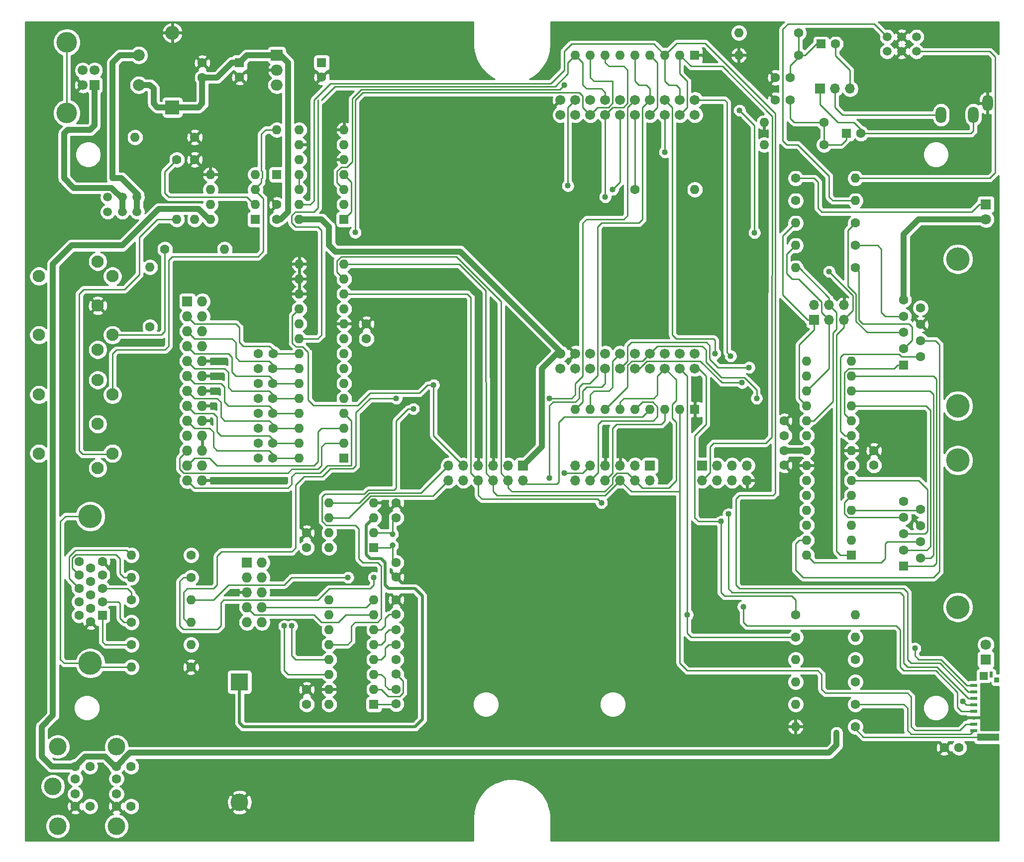
<source format=gbr>
G04 #@! TF.GenerationSoftware,KiCad,Pcbnew,5.1.7-a382d34a8~87~ubuntu16.04.1*
G04 #@! TF.CreationDate,2020-10-08T01:02:59+00:00*
G04 #@! TF.ProjectId,neotron-32,6e656f74-726f-46e2-9d33-322e6b696361,[Uncontrolled]*
G04 #@! TF.SameCoordinates,Original*
G04 #@! TF.FileFunction,Copper,L1,Top*
G04 #@! TF.FilePolarity,Positive*
%FSLAX46Y46*%
G04 Gerber Fmt 4.6, Leading zero omitted, Abs format (unit mm)*
G04 Created by KiCad (PCBNEW 5.1.7-a382d34a8~87~ubuntu16.04.1) date 2020-10-08 01:02:59*
%MOMM*%
%LPD*%
G01*
G04 APERTURE LIST*
G04 #@! TA.AperFunction,SMDPad,CuDef*
%ADD10R,0.850000X0.950000*%
G04 #@! TD*
G04 #@! TA.AperFunction,SMDPad,CuDef*
%ADD11R,0.600000X1.000000*%
G04 #@! TD*
G04 #@! TA.AperFunction,SMDPad,CuDef*
%ADD12R,1.450000X1.400000*%
G04 #@! TD*
G04 #@! TA.AperFunction,SMDPad,CuDef*
%ADD13R,3.790000X1.200000*%
G04 #@! TD*
G04 #@! TA.AperFunction,SMDPad,CuDef*
%ADD14R,1.250000X0.600000*%
G04 #@! TD*
G04 #@! TA.AperFunction,ComponentPad*
%ADD15C,1.701800*%
G04 #@! TD*
G04 #@! TA.AperFunction,ComponentPad*
%ADD16O,1.600000X1.600000*%
G04 #@! TD*
G04 #@! TA.AperFunction,ComponentPad*
%ADD17C,1.600000*%
G04 #@! TD*
G04 #@! TA.AperFunction,ComponentPad*
%ADD18R,1.600000X1.600000*%
G04 #@! TD*
G04 #@! TA.AperFunction,ComponentPad*
%ADD19C,2.000000*%
G04 #@! TD*
G04 #@! TA.AperFunction,ComponentPad*
%ADD20C,2.990000*%
G04 #@! TD*
G04 #@! TA.AperFunction,ComponentPad*
%ADD21O,1.700000X1.700000*%
G04 #@! TD*
G04 #@! TA.AperFunction,ComponentPad*
%ADD22R,1.700000X1.700000*%
G04 #@! TD*
G04 #@! TA.AperFunction,ComponentPad*
%ADD23O,1.727200X1.727200*%
G04 #@! TD*
G04 #@! TA.AperFunction,ComponentPad*
%ADD24R,1.727200X1.727200*%
G04 #@! TD*
G04 #@! TA.AperFunction,ComponentPad*
%ADD25C,1.500000*%
G04 #@! TD*
G04 #@! TA.AperFunction,ComponentPad*
%ADD26C,1.800000*%
G04 #@! TD*
G04 #@! TA.AperFunction,ComponentPad*
%ADD27R,1.800000X1.800000*%
G04 #@! TD*
G04 #@! TA.AperFunction,ComponentPad*
%ADD28R,3.000000X3.000000*%
G04 #@! TD*
G04 #@! TA.AperFunction,ComponentPad*
%ADD29C,3.000000*%
G04 #@! TD*
G04 #@! TA.AperFunction,ComponentPad*
%ADD30C,2.100000*%
G04 #@! TD*
G04 #@! TA.AperFunction,ComponentPad*
%ADD31C,4.000000*%
G04 #@! TD*
G04 #@! TA.AperFunction,ComponentPad*
%ADD32C,1.000000*%
G04 #@! TD*
G04 #@! TA.AperFunction,ComponentPad*
%ADD33O,2.000000X1.905000*%
G04 #@! TD*
G04 #@! TA.AperFunction,ComponentPad*
%ADD34R,2.000000X1.905000*%
G04 #@! TD*
G04 #@! TA.AperFunction,ComponentPad*
%ADD35C,3.500001*%
G04 #@! TD*
G04 #@! TA.AperFunction,ComponentPad*
%ADD36C,1.700000*%
G04 #@! TD*
G04 #@! TA.AperFunction,ComponentPad*
%ADD37O,1.800000X2.800000*%
G04 #@! TD*
G04 #@! TA.AperFunction,ComponentPad*
%ADD38O,2.400000X2.400000*%
G04 #@! TD*
G04 #@! TA.AperFunction,ComponentPad*
%ADD39R,2.400000X2.400000*%
G04 #@! TD*
G04 #@! TA.AperFunction,ViaPad*
%ADD40C,1.016000*%
G04 #@! TD*
G04 #@! TA.AperFunction,Conductor*
%ADD41C,0.254000*%
G04 #@! TD*
G04 #@! TA.AperFunction,Conductor*
%ADD42C,1.016000*%
G04 #@! TD*
G04 #@! TA.AperFunction,Conductor*
%ADD43C,0.508000*%
G04 #@! TD*
G04 #@! TA.AperFunction,Conductor*
%ADD44C,0.350000*%
G04 #@! TD*
G04 APERTURE END LIST*
D10*
G04 #@! TO.P,J501,12*
G04 #@! TO.N,N/C*
X236801000Y-130480000D03*
D11*
G04 #@! TO.P,J501,11*
X235826000Y-129555000D03*
D12*
G04 #@! TO.P,J501,10*
X234576000Y-129780000D03*
D13*
G04 #@! TO.P,J501,9*
G04 #@! TO.N,Net-(J501-Pad9)*
X235331000Y-140255000D03*
D14*
G04 #@! TO.P,J501,1*
G04 #@! TO.N,Net-(J501-Pad1)*
X232851000Y-131405000D03*
G04 #@! TO.P,J501,2*
G04 #@! TO.N,/~PA3_SPI_CS0*
X232851000Y-132505000D03*
G04 #@! TO.P,J501,3*
G04 #@! TO.N,/PA5_SPI_MOSI*
X232851000Y-133605000D03*
G04 #@! TO.P,J501,4*
G04 #@! TO.N,+3V3*
X232851000Y-134705000D03*
G04 #@! TO.P,J501,5*
G04 #@! TO.N,/PA2_SPI_CLK*
X232851000Y-135805000D03*
G04 #@! TO.P,J501,6*
G04 #@! TO.N,GND*
X232851000Y-136905000D03*
G04 #@! TO.P,J501,7*
G04 #@! TO.N,/PA4_SPI_MISO*
X232851000Y-138005000D03*
G04 #@! TO.P,J501,8*
G04 #@! TO.N,Net-(J501-Pad8)*
X232851000Y-139105000D03*
G04 #@! TD*
D15*
G04 #@! TO.P,U101,2.10*
G04 #@! TO.N,/PA2_SPI_CLK*
X185420000Y-31750000D03*
G04 #@! TO.P,U101,2.9*
G04 #@! TO.N,/~PA3_SPI_CS0*
X182880000Y-31750000D03*
G04 #@! TO.P,U101,2.8*
G04 #@! TO.N,/PA4_SPI_MISO*
X180340000Y-31750000D03*
G04 #@! TO.P,U101,2.7*
G04 #@! TO.N,/~PB6_SPI_CS2*
X177800000Y-31750000D03*
G04 #@! TO.P,U101,2.6*
G04 #@! TO.N,/PB7_VGA_GREEN*
X175260000Y-31750000D03*
G04 #@! TO.P,U101,2.5*
G04 #@! TO.N,/~RESET*
X172720000Y-31750000D03*
G04 #@! TO.P,U101,2.4*
G04 #@! TO.N,/~PF0_IRQ1*
X170180000Y-31750000D03*
G04 #@! TO.P,U101,2.3*
G04 #@! TO.N,/PE0_U7RX*
X167640000Y-31750000D03*
G04 #@! TO.P,U101,2.2*
G04 #@! TO.N,/~PB2_STROBE*
X165100000Y-31750000D03*
G04 #@! TO.P,U101,2.1*
G04 #@! TO.N,GND*
X162560000Y-31750000D03*
G04 #@! TO.P,U101,4.10*
G04 #@! TO.N,/~PF4_AT_RESET*
X185420000Y-34290000D03*
G04 #@! TO.P,U101,4.9*
G04 #@! TO.N,/PD7_U2TX*
X182880000Y-34290000D03*
G04 #@! TO.P,U101,4.8*
G04 #@! TO.N,/PD6_U2RX*
X180340000Y-34290000D03*
G04 #@! TO.P,U101,4.7*
G04 #@! TO.N,/PC7_MIDI_OUT*
X177800000Y-34290000D03*
G04 #@! TO.P,U101,4.6*
G04 #@! TO.N,/PC6_MIDI_IN*
X175260000Y-34290000D03*
G04 #@! TO.P,U101,4.5*
G04 #@! TO.N,/PC5_U1CTS*
X172720000Y-34290000D03*
G04 #@! TO.P,U101,4.4*
G04 #@! TO.N,/PC4_U1RTS*
X170180000Y-34290000D03*
G04 #@! TO.P,U101,4.3*
G04 #@! TO.N,/~PB3_SPI_CS1*
X167640000Y-34290000D03*
G04 #@! TO.P,U101,4.2*
G04 #@! TO.N,Net-(U101-Pad4.2)*
X165100000Y-34290000D03*
G04 #@! TO.P,U101,4.1*
G04 #@! TO.N,Net-(U101-Pad4.1)*
X162560000Y-34290000D03*
G04 #@! TO.P,U101,3.1*
G04 #@! TO.N,+5V*
X162560000Y-74930000D03*
G04 #@! TO.P,U101,3.4*
G04 #@! TO.N,Net-(U101-Pad3.4)*
X170180000Y-74930000D03*
G04 #@! TO.P,U101,3.6*
G04 #@! TO.N,/PD3_VGA_BLUE*
X175260000Y-74930000D03*
G04 #@! TO.P,U101,3.8*
G04 #@! TO.N,/~PE2_SPI_CS3*
X180340000Y-74930000D03*
G04 #@! TO.P,U101,3.9*
G04 #@! TO.N,/~PE3_IRQ2*
X182880000Y-74930000D03*
G04 #@! TO.P,U101,3.10*
G04 #@! TO.N,/PF1_VGA_RED*
X185420000Y-74930000D03*
G04 #@! TO.P,U101,3.7*
G04 #@! TO.N,/PE1_U7TX*
X177800000Y-74930000D03*
G04 #@! TO.P,U101,3.5*
G04 #@! TO.N,/~PD2_IRQ3*
X172720000Y-74930000D03*
G04 #@! TO.P,U101,3.2*
G04 #@! TO.N,GND*
X165100000Y-74930000D03*
G04 #@! TO.P,U101,3.3*
G04 #@! TO.N,Net-(U101-Pad3.3)*
X167640000Y-74930000D03*
G04 #@! TO.P,U101,1.10*
G04 #@! TO.N,/PA7_I2C_SDA*
X185420000Y-77470000D03*
G04 #@! TO.P,U101,1.9*
G04 #@! TO.N,/PA6_I2C_SCL*
X182880000Y-77470000D03*
G04 #@! TO.P,U101,1.8*
G04 #@! TO.N,/PA5_SPI_MOSI*
X180340000Y-77470000D03*
G04 #@! TO.P,U101,1.7*
G04 #@! TO.N,/PB4_VGA_HSYNC*
X177800000Y-77470000D03*
G04 #@! TO.P,U101,1.6*
G04 #@! TO.N,/PE5_AUDIO_R*
X175260000Y-77470000D03*
G04 #@! TO.P,U101,1.5*
G04 #@! TO.N,/PE4_AUDIO_L*
X172720000Y-77470000D03*
G04 #@! TO.P,U101,1.4*
G04 #@! TO.N,/PB1_U1TX*
X170180000Y-77470000D03*
G04 #@! TO.P,U101,1.3*
G04 #@! TO.N,/PB0_U1RX*
X167640000Y-77470000D03*
G04 #@! TO.P,U101,1.2*
G04 #@! TO.N,/PB5_VGA_VSYNC*
X165100000Y-77470000D03*
G04 #@! TO.P,U101,1.1*
G04 #@! TO.N,+3.3VP*
X162560000Y-77470000D03*
G04 #@! TD*
D16*
G04 #@! TO.P,R203,2*
G04 #@! TO.N,Net-(J201-Pad5)*
X92710000Y-60198000D03*
D17*
G04 #@! TO.P,R203,1*
G04 #@! TO.N,Net-(R203-Pad1)*
X92710000Y-70358000D03*
G04 #@! TD*
G04 #@! TO.P,C303,2*
G04 #@! TO.N,/Audio/RIGHT_CHAN*
X209383000Y-22225000D03*
D18*
G04 #@! TO.P,C303,1*
G04 #@! TO.N,Net-(C301-Pad2)*
X206883000Y-22225000D03*
G04 #@! TD*
D19*
G04 #@! TO.P,F401,2*
G04 #@! TO.N,/Power/UNFUSED_5V*
X90805000Y-24130000D03*
G04 #@! TO.P,F401,1*
G04 #@! TO.N,+5V*
X90795000Y-29210000D03*
G04 #@! TD*
D20*
G04 #@! TO.P,J704,16*
G04 #@! TO.N,N/C*
X87000000Y-155340000D03*
G04 #@! TO.P,J704,17*
X87000000Y-141840000D03*
D17*
G04 #@! TO.P,J704,11*
G04 #@! TO.N,/Keyboard\u002C Mouse and Joystick/MS_CLK*
X89500000Y-151990000D03*
G04 #@! TO.P,J704,9*
G04 #@! TO.N,GND*
X87000000Y-151990000D03*
G04 #@! TO.P,J704,8*
G04 #@! TO.N,Net-(J704-Pad8)*
X87000000Y-147290000D03*
G04 #@! TO.P,J704,12*
G04 #@! TO.N,Net-(J704-Pad12)*
X89500000Y-145190000D03*
G04 #@! TO.P,J704,7*
G04 #@! TO.N,/Keyboard\u002C Mouse and Joystick/MS_DAT*
X87000000Y-149890000D03*
G04 #@! TO.P,J704,10*
G04 #@! TO.N,+5V*
X87000000Y-145190000D03*
G04 #@! TO.P,J704,3*
G04 #@! TO.N,GND*
X80000000Y-151990000D03*
G04 #@! TO.P,J704,2*
G04 #@! TO.N,Net-(J704-Pad2)*
X80000000Y-147290000D03*
G04 #@! TO.P,J704,4*
G04 #@! TO.N,+5V*
X80000000Y-145190000D03*
G04 #@! TO.P,J704,1*
G04 #@! TO.N,/Keyboard\u002C Mouse and Joystick/KB_DAT*
X80000000Y-149890000D03*
D20*
G04 #@! TO.P,J704,15*
G04 #@! TO.N,N/C*
X77000000Y-141840000D03*
G04 #@! TO.P,J704,14*
X76200000Y-148590000D03*
G04 #@! TO.P,J704,13*
X77000000Y-155340000D03*
D17*
G04 #@! TO.P,J704,5*
G04 #@! TO.N,/Keyboard\u002C Mouse and Joystick/KB_CLK*
X82500000Y-151990000D03*
G04 #@! TO.P,J704,6*
G04 #@! TO.N,Net-(J704-Pad6)*
X82500000Y-145190000D03*
G04 #@! TD*
D21*
G04 #@! TO.P,J103,8*
G04 #@! TO.N,GND*
X194310000Y-96520000D03*
G04 #@! TO.P,J103,7*
G04 #@! TO.N,/PD6_U2RX*
X194310000Y-93980000D03*
G04 #@! TO.P,J103,6*
G04 #@! TO.N,Net-(J103-Pad6)*
X191770000Y-96520000D03*
G04 #@! TO.P,J103,5*
G04 #@! TO.N,Net-(J103-Pad5)*
X191770000Y-93980000D03*
G04 #@! TO.P,J103,4*
G04 #@! TO.N,Net-(J103-Pad4)*
X189230000Y-96520000D03*
G04 #@! TO.P,J103,3*
G04 #@! TO.N,Net-(J103-Pad3)*
X189230000Y-93980000D03*
G04 #@! TO.P,J103,2*
G04 #@! TO.N,/PD7_U2TX*
X186690000Y-96520000D03*
D22*
G04 #@! TO.P,J103,1*
G04 #@! TO.N,+3V3*
X186690000Y-93980000D03*
G04 #@! TD*
D23*
G04 #@! TO.P,J601,26*
G04 #@! TO.N,GND*
X101600000Y-96520000D03*
G04 #@! TO.P,J601,25*
G04 #@! TO.N,/Parallel Printer/SELECT*
X99060000Y-96520000D03*
G04 #@! TO.P,J601,24*
G04 #@! TO.N,GND*
X101600000Y-93980000D03*
G04 #@! TO.P,J601,23*
G04 #@! TO.N,/Parallel Printer/POUT*
X99060000Y-93980000D03*
G04 #@! TO.P,J601,22*
G04 #@! TO.N,GND*
X101600000Y-91440000D03*
G04 #@! TO.P,J601,21*
G04 #@! TO.N,/Parallel Printer/~BUSY*
X99060000Y-91440000D03*
G04 #@! TO.P,J601,20*
G04 #@! TO.N,GND*
X101600000Y-88900000D03*
G04 #@! TO.P,J601,19*
G04 #@! TO.N,/Parallel Printer/ACK*
X99060000Y-88900000D03*
G04 #@! TO.P,J601,18*
G04 #@! TO.N,GND*
X101600000Y-86360000D03*
G04 #@! TO.P,J601,17*
G04 #@! TO.N,/Parallel Printer/D7*
X99060000Y-86360000D03*
G04 #@! TO.P,J601,16*
G04 #@! TO.N,GND*
X101600000Y-83820000D03*
G04 #@! TO.P,J601,15*
G04 #@! TO.N,/Parallel Printer/D6*
X99060000Y-83820000D03*
G04 #@! TO.P,J601,14*
G04 #@! TO.N,GND*
X101600000Y-81280000D03*
G04 #@! TO.P,J601,13*
G04 #@! TO.N,/Parallel Printer/D5*
X99060000Y-81280000D03*
G04 #@! TO.P,J601,12*
G04 #@! TO.N,GND*
X101600000Y-78740000D03*
G04 #@! TO.P,J601,11*
G04 #@! TO.N,/Parallel Printer/D4*
X99060000Y-78740000D03*
G04 #@! TO.P,J601,10*
G04 #@! TO.N,GND*
X101600000Y-76200000D03*
G04 #@! TO.P,J601,9*
G04 #@! TO.N,/Parallel Printer/D3*
X99060000Y-76200000D03*
G04 #@! TO.P,J601,8*
G04 #@! TO.N,/Parallel Printer/~SELPRI*
X101600000Y-73660000D03*
G04 #@! TO.P,J601,7*
G04 #@! TO.N,/Parallel Printer/D2*
X99060000Y-73660000D03*
G04 #@! TO.P,J601,6*
G04 #@! TO.N,/Parallel Printer/RESET*
X101600000Y-71120000D03*
G04 #@! TO.P,J601,5*
G04 #@! TO.N,/Parallel Printer/D1*
X99060000Y-71120000D03*
G04 #@! TO.P,J601,4*
G04 #@! TO.N,/Parallel Printer/ERROR*
X101600000Y-68580000D03*
G04 #@! TO.P,J601,3*
G04 #@! TO.N,/Parallel Printer/D0*
X99060000Y-68580000D03*
G04 #@! TO.P,J601,2*
G04 #@! TO.N,/Parallel Printer/~LF*
X101600000Y-66040000D03*
D24*
G04 #@! TO.P,J601,1*
G04 #@! TO.N,/~PB2_STROBE*
X99060000Y-66040000D03*
G04 #@! TD*
D16*
G04 #@! TO.P,R102,2*
G04 #@! TO.N,+3V3*
X212725000Y-119380000D03*
D17*
G04 #@! TO.P,R102,1*
G04 #@! TO.N,/PA7_I2C_SDA*
X202565000Y-119380000D03*
G04 #@! TD*
D25*
G04 #@! TO.P,SW402,1*
G04 #@! TO.N,Net-(SW402-Pad1)*
X223140000Y-20995000D03*
G04 #@! TO.P,SW402,2*
G04 #@! TO.N,GND*
X220640000Y-20995000D03*
G04 #@! TO.P,SW402,3*
G04 #@! TO.N,Net-(R402-Pad2)*
X218140000Y-20995000D03*
G04 #@! TO.P,SW402,4*
G04 #@! TO.N,Net-(R403-Pad2)*
X223140000Y-23495000D03*
G04 #@! TO.P,SW402,5*
G04 #@! TO.N,GND*
X220640000Y-23495000D03*
G04 #@! TO.P,SW402,6*
G04 #@! TO.N,Net-(SW402-Pad6)*
X218140000Y-23495000D03*
G04 #@! TD*
D16*
G04 #@! TO.P,R403,2*
G04 #@! TO.N,Net-(R403-Pad2)*
X212725000Y-45085000D03*
D17*
G04 #@! TO.P,R403,1*
G04 #@! TO.N,Net-(D402-Pad1)*
X202565000Y-45085000D03*
G04 #@! TD*
D26*
G04 #@! TO.P,D402,2*
G04 #@! TO.N,+5V*
X234950000Y-52070000D03*
D27*
G04 #@! TO.P,D402,1*
G04 #@! TO.N,Net-(D402-Pad1)*
X234950000Y-49530000D03*
G04 #@! TD*
D25*
G04 #@! TO.P,SW401,1*
G04 #@! TO.N,Net-(SW401-Pad1)*
X85510000Y-50800000D03*
G04 #@! TO.P,SW401,2*
G04 #@! TO.N,/Power/VUSB*
X88010000Y-50800000D03*
G04 #@! TO.P,SW401,3*
G04 #@! TO.N,/Power/UNFUSED_5V*
X90510000Y-50800000D03*
G04 #@! TO.P,SW401,4*
G04 #@! TO.N,Net-(SW401-Pad4)*
X85510000Y-48300000D03*
G04 #@! TO.P,SW401,5*
G04 #@! TO.N,/Power/VUSB*
X88010000Y-48300000D03*
G04 #@! TO.P,SW401,6*
G04 #@! TO.N,/Power/UNFUSED_5V*
X90510000Y-48300000D03*
G04 #@! TD*
D28*
G04 #@! TO.P,BT801,1*
G04 #@! TO.N,+BATT*
X107950000Y-130810000D03*
D29*
G04 #@! TO.P,BT801,2*
G04 #@! TO.N,GND*
X107950000Y-151300000D03*
G04 #@! TD*
D23*
G04 #@! TO.P,J1001,10*
G04 #@! TO.N,Net-(J1001-Pad10)*
X111760000Y-120650000D03*
G04 #@! TO.P,J1001,9*
G04 #@! TO.N,Net-(J1001-Pad9)*
X109220000Y-120650000D03*
G04 #@! TO.P,J1001,8*
G04 #@! TO.N,/RS-232 Serial Port/RS232_CTS_IN*
X111760000Y-118110000D03*
G04 #@! TO.P,J1001,7*
G04 #@! TO.N,/RS-232 Serial Port/RS232_RTS_OUT*
X109220000Y-118110000D03*
G04 #@! TO.P,J1001,6*
G04 #@! TO.N,Net-(J1001-Pad6)*
X111760000Y-115570000D03*
G04 #@! TO.P,J1001,5*
G04 #@! TO.N,GND*
X109220000Y-115570000D03*
G04 #@! TO.P,J1001,4*
G04 #@! TO.N,Net-(J1001-Pad4)*
X111760000Y-113030000D03*
G04 #@! TO.P,J1001,3*
G04 #@! TO.N,/RS-232 Serial Port/RS232_TX_OUT*
X109220000Y-113030000D03*
G04 #@! TO.P,J1001,2*
G04 #@! TO.N,/RS-232 Serial Port/RS232_RX_IN*
X111760000Y-110490000D03*
D24*
G04 #@! TO.P,J1001,1*
G04 #@! TO.N,Net-(J1001-Pad1)*
X109220000Y-110490000D03*
G04 #@! TD*
D30*
G04 #@! TO.P,J202,6*
G04 #@! TO.N,N/C*
X73820000Y-81915000D03*
G04 #@! TO.P,J202,7*
X73820000Y-91915000D03*
G04 #@! TO.P,J202,4*
G04 #@! TO.N,Net-(J202-Pad4)*
X86320000Y-91915000D03*
G04 #@! TO.P,J202,5*
G04 #@! TO.N,Net-(D201-Pad2)*
X86320000Y-81915000D03*
G04 #@! TO.P,J202,2*
G04 #@! TO.N,Net-(J202-Pad2)*
X83820000Y-86915000D03*
G04 #@! TO.P,J202,3*
G04 #@! TO.N,Net-(J202-Pad3)*
X83820000Y-79415000D03*
G04 #@! TO.P,J202,1*
G04 #@! TO.N,Net-(J202-Pad1)*
X83820000Y-94415000D03*
G04 #@! TD*
G04 #@! TO.P,J201,6*
G04 #@! TO.N,N/C*
X73820000Y-61755000D03*
G04 #@! TO.P,J201,7*
X73820000Y-71755000D03*
G04 #@! TO.P,J201,4*
G04 #@! TO.N,Net-(J201-Pad4)*
X86320000Y-71755000D03*
G04 #@! TO.P,J201,5*
G04 #@! TO.N,Net-(J201-Pad5)*
X86320000Y-61755000D03*
G04 #@! TO.P,J201,2*
G04 #@! TO.N,GND*
X83820000Y-66755000D03*
G04 #@! TO.P,J201,3*
G04 #@! TO.N,Net-(J201-Pad3)*
X83820000Y-59255000D03*
G04 #@! TO.P,J201,1*
G04 #@! TO.N,Net-(J201-Pad1)*
X83820000Y-74255000D03*
G04 #@! TD*
D31*
G04 #@! TO.P,J901,0*
G04 #@! TO.N,Net-(J901-Pad0)*
X82550000Y-127635000D03*
X82550000Y-102635000D03*
D17*
G04 #@! TO.P,J901,15*
G04 #@! TO.N,Net-(J901-Pad15)*
X80640000Y-110290000D03*
G04 #@! TO.P,J901,14*
G04 #@! TO.N,Net-(J901-Pad14)*
X80640000Y-112580000D03*
G04 #@! TO.P,J901,13*
G04 #@! TO.N,Net-(J901-Pad13)*
X80640000Y-114870000D03*
G04 #@! TO.P,J901,12*
G04 #@! TO.N,Net-(J901-Pad12)*
X80640000Y-117160000D03*
G04 #@! TO.P,J901,11*
G04 #@! TO.N,Net-(J901-Pad11)*
X80640000Y-119450000D03*
G04 #@! TO.P,J901,10*
G04 #@! TO.N,Net-(J901-Pad10)*
X82620000Y-111435000D03*
G04 #@! TO.P,J901,9*
G04 #@! TO.N,Net-(J901-Pad9)*
X82620000Y-113725000D03*
G04 #@! TO.P,J901,8*
G04 #@! TO.N,GND*
X82620000Y-116015000D03*
G04 #@! TO.P,J901,7*
X82620000Y-118305000D03*
G04 #@! TO.P,J901,6*
X82620000Y-120595000D03*
G04 #@! TO.P,J901,5*
X84600000Y-110290000D03*
G04 #@! TO.P,J901,4*
G04 #@! TO.N,Net-(J901-Pad4)*
X84600000Y-112580000D03*
G04 #@! TO.P,J901,3*
G04 #@! TO.N,Net-(J901-Pad3)*
X84600000Y-114870000D03*
G04 #@! TO.P,J901,2*
G04 #@! TO.N,Net-(J901-Pad2)*
X84600000Y-117160000D03*
D18*
G04 #@! TO.P,J901,1*
G04 #@! TO.N,Net-(J901-Pad1)*
X84600000Y-119450000D03*
G04 #@! TD*
D31*
G04 #@! TO.P,J702,0*
G04 #@! TO.N,N/C*
X230180000Y-58820000D03*
X230180000Y-83820000D03*
D17*
G04 #@! TO.P,J702,9*
G04 #@! TO.N,/Keyboard\u002C Mouse and Joystick/START_C_JS2*
X223820000Y-67165000D03*
G04 #@! TO.P,J702,8*
G04 #@! TO.N,GND*
X223820000Y-69935000D03*
G04 #@! TO.P,J702,7*
G04 #@! TO.N,/Keyboard\u002C Mouse and Joystick/SELECT_JS2*
X223820000Y-72705000D03*
G04 #@! TO.P,J702,6*
G04 #@! TO.N,/Keyboard\u002C Mouse and Joystick/A_B_JS2*
X223820000Y-75475000D03*
G04 #@! TO.P,J702,5*
G04 #@! TO.N,+5V*
X220980000Y-65780000D03*
G04 #@! TO.P,J702,4*
G04 #@! TO.N,/Keyboard\u002C Mouse and Joystick/RIGHT_GND_JS2*
X220980000Y-68550000D03*
G04 #@! TO.P,J702,3*
G04 #@! TO.N,/Keyboard\u002C Mouse and Joystick/LEFT_GND_JS2*
X220980000Y-71320000D03*
G04 #@! TO.P,J702,2*
G04 #@! TO.N,/Keyboard\u002C Mouse and Joystick/DOWN_JS2*
X220980000Y-74090000D03*
D18*
G04 #@! TO.P,J702,1*
G04 #@! TO.N,/Keyboard\u002C Mouse and Joystick/UP_JS2*
X220980000Y-76860000D03*
G04 #@! TD*
G04 #@! TO.P,J703,1*
G04 #@! TO.N,/Keyboard\u002C Mouse and Joystick/UP_JS1*
X220980000Y-111125000D03*
D17*
G04 #@! TO.P,J703,2*
G04 #@! TO.N,/Keyboard\u002C Mouse and Joystick/DOWN_JS1*
X220980000Y-108355000D03*
G04 #@! TO.P,J703,3*
G04 #@! TO.N,/Keyboard\u002C Mouse and Joystick/LEFT_GND_JS1*
X220980000Y-105585000D03*
G04 #@! TO.P,J703,4*
G04 #@! TO.N,/Keyboard\u002C Mouse and Joystick/RIGHT_GND_JS1*
X220980000Y-102815000D03*
G04 #@! TO.P,J703,5*
G04 #@! TO.N,+5V*
X220980000Y-100045000D03*
G04 #@! TO.P,J703,6*
G04 #@! TO.N,/Keyboard\u002C Mouse and Joystick/A_B_JS1*
X223820000Y-109740000D03*
G04 #@! TO.P,J703,7*
G04 #@! TO.N,/Keyboard\u002C Mouse and Joystick/SELECT_JS1*
X223820000Y-106970000D03*
G04 #@! TO.P,J703,8*
G04 #@! TO.N,GND*
X223820000Y-104200000D03*
G04 #@! TO.P,J703,9*
G04 #@! TO.N,/Keyboard\u002C Mouse and Joystick/START_C_JS1*
X223820000Y-101430000D03*
D31*
G04 #@! TO.P,J703,0*
G04 #@! TO.N,N/C*
X230180000Y-118085000D03*
X230180000Y-93085000D03*
G04 #@! TD*
D16*
G04 #@! TO.P,U601,28*
G04 #@! TO.N,/Parallel Printer/D7*
X118110000Y-92710000D03*
G04 #@! TO.P,U601,14*
G04 #@! TO.N,/PA4_SPI_MISO*
X125730000Y-59690000D03*
G04 #@! TO.P,U601,27*
G04 #@! TO.N,/Parallel Printer/D6*
X118110000Y-90170000D03*
G04 #@! TO.P,U601,13*
G04 #@! TO.N,/PA5_SPI_MOSI*
X125730000Y-62230000D03*
G04 #@! TO.P,U601,26*
G04 #@! TO.N,/Parallel Printer/D5*
X118110000Y-87630000D03*
G04 #@! TO.P,U601,12*
G04 #@! TO.N,/PA2_SPI_CLK*
X125730000Y-64770000D03*
G04 #@! TO.P,U601,25*
G04 #@! TO.N,/Parallel Printer/D4*
X118110000Y-85090000D03*
G04 #@! TO.P,U601,11*
G04 #@! TO.N,/~PB3_SPI_CS1*
X125730000Y-67310000D03*
G04 #@! TO.P,U601,24*
G04 #@! TO.N,/Parallel Printer/D3*
X118110000Y-82550000D03*
G04 #@! TO.P,U601,10*
G04 #@! TO.N,GND*
X125730000Y-69850000D03*
G04 #@! TO.P,U601,23*
G04 #@! TO.N,/Parallel Printer/D2*
X118110000Y-80010000D03*
G04 #@! TO.P,U601,9*
G04 #@! TO.N,+3V3*
X125730000Y-72390000D03*
G04 #@! TO.P,U601,22*
G04 #@! TO.N,/Parallel Printer/D1*
X118110000Y-77470000D03*
G04 #@! TO.P,U601,8*
G04 #@! TO.N,/Parallel Printer/~SELPRI*
X125730000Y-74930000D03*
G04 #@! TO.P,U601,21*
G04 #@! TO.N,/Parallel Printer/D0*
X118110000Y-74930000D03*
G04 #@! TO.P,U601,7*
G04 #@! TO.N,/Parallel Printer/RESET*
X125730000Y-77470000D03*
G04 #@! TO.P,U601,20*
G04 #@! TO.N,/~PF0_IRQ1*
X118110000Y-72390000D03*
G04 #@! TO.P,U601,6*
G04 #@! TO.N,/Parallel Printer/ERROR*
X125730000Y-80010000D03*
G04 #@! TO.P,U601,19*
G04 #@! TO.N,Net-(U601-Pad19)*
X118110000Y-69850000D03*
G04 #@! TO.P,U601,5*
G04 #@! TO.N,/Parallel Printer/~LF*
X125730000Y-82550000D03*
G04 #@! TO.P,U601,18*
G04 #@! TO.N,/~RESET*
X118110000Y-67310000D03*
G04 #@! TO.P,U601,4*
G04 #@! TO.N,/Parallel Printer/SELECT*
X125730000Y-85090000D03*
G04 #@! TO.P,U601,17*
G04 #@! TO.N,GND*
X118110000Y-64770000D03*
G04 #@! TO.P,U601,3*
G04 #@! TO.N,/Parallel Printer/POUT*
X125730000Y-87630000D03*
G04 #@! TO.P,U601,16*
G04 #@! TO.N,GND*
X118110000Y-62230000D03*
G04 #@! TO.P,U601,2*
G04 #@! TO.N,/Parallel Printer/~BUSY*
X125730000Y-90170000D03*
G04 #@! TO.P,U601,15*
G04 #@! TO.N,GND*
X118110000Y-59690000D03*
D18*
G04 #@! TO.P,U601,1*
G04 #@! TO.N,/Parallel Printer/ACK*
X125730000Y-92710000D03*
G04 #@! TD*
D21*
G04 #@! TO.P,J101,12*
G04 #@! TO.N,/PA6_I2C_SCL*
X143510000Y-96520000D03*
G04 #@! TO.P,J101,11*
G04 #@! TO.N,/PA7_I2C_SDA*
X143510000Y-93980000D03*
G04 #@! TO.P,J101,10*
G04 #@! TO.N,/~PB6_SPI_CS2*
X146050000Y-96520000D03*
G04 #@! TO.P,J101,9*
G04 #@! TO.N,/~RESET*
X146050000Y-93980000D03*
G04 #@! TO.P,J101,8*
G04 #@! TO.N,/PA2_SPI_CLK*
X148590000Y-96520000D03*
G04 #@! TO.P,J101,7*
G04 #@! TO.N,GND*
X148590000Y-93980000D03*
G04 #@! TO.P,J101,6*
G04 #@! TO.N,/PA4_SPI_MISO*
X151130000Y-96520000D03*
G04 #@! TO.P,J101,5*
G04 #@! TO.N,GND*
X151130000Y-93980000D03*
G04 #@! TO.P,J101,4*
G04 #@! TO.N,/PA5_SPI_MOSI*
X153670000Y-96520000D03*
G04 #@! TO.P,J101,3*
G04 #@! TO.N,+3V3*
X153670000Y-93980000D03*
G04 #@! TO.P,J101,2*
G04 #@! TO.N,/~PE3_IRQ2*
X156210000Y-96520000D03*
D22*
G04 #@! TO.P,J101,1*
G04 #@! TO.N,+5V*
X156210000Y-93980000D03*
G04 #@! TD*
D16*
G04 #@! TO.P,R502,2*
G04 #@! TO.N,+3V3*
X202565000Y-134620000D03*
D17*
G04 #@! TO.P,R502,1*
G04 #@! TO.N,Net-(J501-Pad8)*
X212725000Y-134620000D03*
G04 #@! TD*
D16*
G04 #@! TO.P,U701,28*
G04 #@! TO.N,/Keyboard\u002C Mouse and Joystick/SELECT_JS1*
X204470000Y-109220000D03*
G04 #@! TO.P,U701,14*
G04 #@! TO.N,Net-(U701-Pad14)*
X212090000Y-76200000D03*
G04 #@! TO.P,U701,27*
G04 #@! TO.N,/Keyboard\u002C Mouse and Joystick/SELECT_JS2*
X204470000Y-106680000D03*
G04 #@! TO.P,U701,13*
G04 #@! TO.N,/Keyboard\u002C Mouse and Joystick/UP_JS1*
X212090000Y-78740000D03*
G04 #@! TO.P,U701,26*
G04 #@! TO.N,/Keyboard\u002C Mouse and Joystick/MS_DAT*
X204470000Y-104140000D03*
G04 #@! TO.P,U701,12*
G04 #@! TO.N,/Keyboard\u002C Mouse and Joystick/A_B_JS1*
X212090000Y-81280000D03*
G04 #@! TO.P,U701,25*
G04 #@! TO.N,/Keyboard\u002C Mouse and Joystick/MS_CLK*
X204470000Y-101600000D03*
G04 #@! TO.P,U701,11*
G04 #@! TO.N,/Keyboard\u002C Mouse and Joystick/DOWN_JS1*
X212090000Y-83820000D03*
G04 #@! TO.P,U701,24*
G04 #@! TO.N,/Keyboard\u002C Mouse and Joystick/KB_DAT*
X204470000Y-99060000D03*
G04 #@! TO.P,U701,10*
G04 #@! TO.N,/Keyboard\u002C Mouse and Joystick/UP_JS2*
X212090000Y-86360000D03*
G04 #@! TO.P,U701,23*
G04 #@! TO.N,/Keyboard\u002C Mouse and Joystick/KB_CLK*
X204470000Y-96520000D03*
G04 #@! TO.P,U701,9*
G04 #@! TO.N,/Keyboard\u002C Mouse and Joystick/A_B_JS2*
X212090000Y-88900000D03*
G04 #@! TO.P,U701,22*
G04 #@! TO.N,GND*
X204470000Y-93980000D03*
G04 #@! TO.P,U701,8*
X212090000Y-91440000D03*
G04 #@! TO.P,U701,21*
G04 #@! TO.N,Net-(C701-Pad2)*
X204470000Y-91440000D03*
G04 #@! TO.P,U701,7*
G04 #@! TO.N,+5V*
X212090000Y-93980000D03*
G04 #@! TO.P,U701,20*
X204470000Y-88900000D03*
G04 #@! TO.P,U701,6*
G04 #@! TO.N,/Keyboard\u002C Mouse and Joystick/LEFT_GND_JS1*
X212090000Y-96520000D03*
G04 #@! TO.P,U701,19*
G04 #@! TO.N,/Keyboard\u002C Mouse and Joystick/AT_MOSI*
X204470000Y-86360000D03*
G04 #@! TO.P,U701,5*
G04 #@! TO.N,/Keyboard\u002C Mouse and Joystick/RIGHT_GND_JS1*
X212090000Y-99060000D03*
G04 #@! TO.P,U701,18*
G04 #@! TO.N,/Keyboard\u002C Mouse and Joystick/AT_MISO*
X204470000Y-83820000D03*
G04 #@! TO.P,U701,4*
G04 #@! TO.N,/Keyboard\u002C Mouse and Joystick/START_C_JS1*
X212090000Y-101600000D03*
G04 #@! TO.P,U701,17*
G04 #@! TO.N,/Keyboard\u002C Mouse and Joystick/AT_SCK*
X204470000Y-81280000D03*
G04 #@! TO.P,U701,3*
G04 #@! TO.N,/PE1_U7TX*
X212090000Y-104140000D03*
G04 #@! TO.P,U701,16*
G04 #@! TO.N,/Keyboard\u002C Mouse and Joystick/START_C_JS2*
X204470000Y-78740000D03*
G04 #@! TO.P,U701,2*
G04 #@! TO.N,/PE0_U7RX*
X212090000Y-106680000D03*
G04 #@! TO.P,U701,15*
G04 #@! TO.N,Net-(U701-Pad15)*
X204470000Y-76200000D03*
D18*
G04 #@! TO.P,U701,1*
G04 #@! TO.N,/~PF4_AT_RESET*
X212090000Y-109220000D03*
G04 #@! TD*
D16*
G04 #@! TO.P,R402,2*
G04 #@! TO.N,Net-(R402-Pad2)*
X212725000Y-48895000D03*
D17*
G04 #@! TO.P,R402,1*
G04 #@! TO.N,/~RESET*
X202565000Y-48895000D03*
G04 #@! TD*
D16*
G04 #@! TO.P,R906,2*
G04 #@! TO.N,Net-(J901-Pad14)*
X89535000Y-113030000D03*
D17*
G04 #@! TO.P,R906,1*
G04 #@! TO.N,/PB5_VGA_VSYNC*
X99695000Y-113030000D03*
G04 #@! TD*
D16*
G04 #@! TO.P,R905,2*
G04 #@! TO.N,Net-(J901-Pad13)*
X89535000Y-109220000D03*
D17*
G04 #@! TO.P,R905,1*
G04 #@! TO.N,/PB4_VGA_HSYNC*
X99695000Y-109220000D03*
G04 #@! TD*
D16*
G04 #@! TO.P,R904,2*
G04 #@! TO.N,Net-(J901-Pad0)*
X89535000Y-128270000D03*
D17*
G04 #@! TO.P,R904,1*
G04 #@! TO.N,GND*
X99695000Y-128270000D03*
G04 #@! TD*
D16*
G04 #@! TO.P,R903,2*
G04 #@! TO.N,/PD3_VGA_BLUE*
X99695000Y-116840000D03*
D17*
G04 #@! TO.P,R903,1*
G04 #@! TO.N,Net-(J901-Pad3)*
X89535000Y-116840000D03*
G04 #@! TD*
D16*
G04 #@! TO.P,R902,2*
G04 #@! TO.N,/PB7_VGA_GREEN*
X99695000Y-120650000D03*
D17*
G04 #@! TO.P,R902,1*
G04 #@! TO.N,Net-(J901-Pad2)*
X89535000Y-120650000D03*
G04 #@! TD*
D16*
G04 #@! TO.P,R901,2*
G04 #@! TO.N,/PF1_VGA_RED*
X99695000Y-124460000D03*
D17*
G04 #@! TO.P,R901,1*
G04 #@! TO.N,Net-(J901-Pad1)*
X89535000Y-124460000D03*
G04 #@! TD*
D16*
G04 #@! TO.P,R703,2*
G04 #@! TO.N,/Keyboard\u002C Mouse and Joystick/AT_MOSI*
X202565000Y-60325000D03*
D17*
G04 #@! TO.P,R703,1*
G04 #@! TO.N,/Keyboard\u002C Mouse and Joystick/DOWN_JS2*
X212725000Y-60325000D03*
G04 #@! TD*
D16*
G04 #@! TO.P,R702,2*
G04 #@! TO.N,/Keyboard\u002C Mouse and Joystick/AT_MISO*
X202565000Y-52705000D03*
D17*
G04 #@! TO.P,R702,1*
G04 #@! TO.N,/Keyboard\u002C Mouse and Joystick/LEFT_GND_JS2*
X212725000Y-52705000D03*
G04 #@! TD*
D16*
G04 #@! TO.P,R701,2*
G04 #@! TO.N,/Keyboard\u002C Mouse and Joystick/AT_SCK*
X202565000Y-56515000D03*
D17*
G04 #@! TO.P,R701,1*
G04 #@! TO.N,/Keyboard\u002C Mouse and Joystick/RIGHT_GND_JS2*
X212725000Y-56515000D03*
G04 #@! TD*
D16*
G04 #@! TO.P,R504,2*
G04 #@! TO.N,GND*
X202565000Y-138430000D03*
D17*
G04 #@! TO.P,R504,1*
G04 #@! TO.N,Net-(J501-Pad9)*
X212725000Y-138430000D03*
G04 #@! TD*
D16*
G04 #@! TO.P,R503,2*
G04 #@! TO.N,Net-(R503-Pad2)*
X202565000Y-130810000D03*
D17*
G04 #@! TO.P,R503,1*
G04 #@! TO.N,Net-(D501-Pad1)*
X212725000Y-130810000D03*
G04 #@! TD*
D16*
G04 #@! TO.P,R501,2*
G04 #@! TO.N,+3V3*
X202565000Y-127000000D03*
D17*
G04 #@! TO.P,R501,1*
G04 #@! TO.N,Net-(J501-Pad1)*
X212725000Y-127000000D03*
G04 #@! TD*
D16*
G04 #@! TO.P,R401,2*
G04 #@! TO.N,Net-(J401-Pad5)*
X90170000Y-38100000D03*
D17*
G04 #@! TO.P,R401,1*
G04 #@! TO.N,GND*
X100330000Y-38100000D03*
G04 #@! TD*
D16*
G04 #@! TO.P,R304,2*
G04 #@! TO.N,GND*
X197231000Y-35560000D03*
D17*
G04 #@! TO.P,R304,1*
G04 #@! TO.N,Net-(C302-Pad2)*
X207391000Y-35560000D03*
G04 #@! TD*
D16*
G04 #@! TO.P,R303,2*
G04 #@! TO.N,GND*
X192913000Y-24130000D03*
D17*
G04 #@! TO.P,R303,1*
G04 #@! TO.N,Net-(C301-Pad2)*
X203073000Y-24130000D03*
G04 #@! TD*
D16*
G04 #@! TO.P,R302,2*
G04 #@! TO.N,/PE4_AUDIO_L*
X197231000Y-39370000D03*
D17*
G04 #@! TO.P,R302,1*
G04 #@! TO.N,Net-(C302-Pad2)*
X207391000Y-39370000D03*
G04 #@! TD*
D16*
G04 #@! TO.P,R301,2*
G04 #@! TO.N,/PE5_AUDIO_R*
X192913000Y-20320000D03*
D17*
G04 #@! TO.P,R301,1*
G04 #@! TO.N,Net-(C301-Pad2)*
X203073000Y-20320000D03*
G04 #@! TD*
D16*
G04 #@! TO.P,R205,2*
G04 #@! TO.N,+3V3*
X185420000Y-46990000D03*
D17*
G04 #@! TO.P,R205,1*
G04 #@! TO.N,/PC6_MIDI_IN*
X175260000Y-46990000D03*
G04 #@! TD*
D16*
G04 #@! TO.P,R204,2*
G04 #@! TO.N,Net-(R204-Pad2)*
X100330000Y-52070000D03*
D17*
G04 #@! TO.P,R204,1*
G04 #@! TO.N,GND*
X100330000Y-41910000D03*
G04 #@! TD*
D16*
G04 #@! TO.P,R202,2*
G04 #@! TO.N,Net-(J202-Pad4)*
X97282000Y-52070000D03*
D17*
G04 #@! TO.P,R202,1*
G04 #@! TO.N,Net-(D201-Pad1)*
X97282000Y-41910000D03*
G04 #@! TD*
D16*
G04 #@! TO.P,R201,2*
G04 #@! TO.N,+5V*
X105410000Y-57150000D03*
D17*
G04 #@! TO.P,R201,1*
G04 #@! TO.N,Net-(J201-Pad4)*
X95250000Y-57150000D03*
G04 #@! TD*
D16*
G04 #@! TO.P,R101,2*
G04 #@! TO.N,+3V3*
X212725000Y-123190000D03*
D17*
G04 #@! TO.P,R101,1*
G04 #@! TO.N,/PA6_I2C_SCL*
X202565000Y-123190000D03*
G04 #@! TD*
G04 #@! TO.P,C403,2*
G04 #@! TO.N,GND*
X121920000Y-27900000D03*
D18*
G04 #@! TO.P,C403,1*
G04 #@! TO.N,+3V3*
X121920000Y-25400000D03*
G04 #@! TD*
D17*
G04 #@! TO.P,C401,2*
G04 #@! TO.N,GND*
X107950000Y-27900000D03*
D18*
G04 #@! TO.P,C401,1*
G04 #@! TO.N,+5V*
X107950000Y-25400000D03*
G04 #@! TD*
D17*
G04 #@! TO.P,C304,2*
G04 #@! TO.N,/Audio/LEFT_CHAN*
X213701000Y-37465000D03*
D18*
G04 #@! TO.P,C304,1*
G04 #@! TO.N,Net-(C302-Pad2)*
X211201000Y-37465000D03*
G04 #@! TD*
D16*
G04 #@! TO.P,U202,8*
G04 #@! TO.N,+5V*
X102997000Y-52070000D03*
G04 #@! TO.P,U202,4*
G04 #@! TO.N,Net-(U202-Pad4)*
X110617000Y-44450000D03*
G04 #@! TO.P,U202,7*
G04 #@! TO.N,Net-(R204-Pad2)*
X102997000Y-49530000D03*
G04 #@! TO.P,U202,3*
G04 #@! TO.N,Net-(D201-Pad2)*
X110617000Y-46990000D03*
G04 #@! TO.P,U202,6*
G04 #@! TO.N,/PC6_MIDI_IN*
X102997000Y-46990000D03*
G04 #@! TO.P,U202,2*
G04 #@! TO.N,Net-(D201-Pad1)*
X110617000Y-49530000D03*
G04 #@! TO.P,U202,5*
G04 #@! TO.N,GND*
X102997000Y-44450000D03*
D18*
G04 #@! TO.P,U202,1*
G04 #@! TO.N,Net-(U202-Pad1)*
X110617000Y-52070000D03*
G04 #@! TD*
D32*
G04 #@! TO.P,Y801,2*
G04 #@! TO.N,Net-(C802-Pad1)*
X133985000Y-105664000D03*
G04 #@! TO.P,Y801,1*
G04 #@! TO.N,Net-(C801-Pad2)*
X133985000Y-107564000D03*
G04 #@! TD*
D16*
G04 #@! TO.P,U1001,16*
G04 #@! TO.N,+3V3*
X123190000Y-134620000D03*
G04 #@! TO.P,U1001,8*
G04 #@! TO.N,/RS-232 Serial Port/RS232_CTS_IN*
X130810000Y-116840000D03*
G04 #@! TO.P,U1001,15*
G04 #@! TO.N,GND*
X123190000Y-132080000D03*
G04 #@! TO.P,U1001,7*
G04 #@! TO.N,/RS-232 Serial Port/RS232_RTS_OUT*
X130810000Y-119380000D03*
G04 #@! TO.P,U1001,14*
G04 #@! TO.N,/RS-232 Serial Port/RS232_TX_OUT*
X123190000Y-129540000D03*
G04 #@! TO.P,U1001,6*
G04 #@! TO.N,Net-(C1004-Pad2)*
X130810000Y-121920000D03*
G04 #@! TO.P,U1001,13*
G04 #@! TO.N,/RS-232 Serial Port/RS232_RX_IN*
X123190000Y-127000000D03*
G04 #@! TO.P,U1001,5*
G04 #@! TO.N,Net-(C1003-Pad2)*
X130810000Y-124460000D03*
G04 #@! TO.P,U1001,12*
G04 #@! TO.N,/PB0_U1RX*
X123190000Y-124460000D03*
G04 #@! TO.P,U1001,4*
G04 #@! TO.N,Net-(C1003-Pad1)*
X130810000Y-127000000D03*
G04 #@! TO.P,U1001,11*
G04 #@! TO.N,/PB1_U1TX*
X123190000Y-121920000D03*
G04 #@! TO.P,U1001,3*
G04 #@! TO.N,Net-(C1002-Pad1)*
X130810000Y-129540000D03*
G04 #@! TO.P,U1001,10*
G04 #@! TO.N,/PC4_U1RTS*
X123190000Y-119380000D03*
G04 #@! TO.P,U1001,2*
G04 #@! TO.N,Net-(C1005-Pad2)*
X130810000Y-132080000D03*
G04 #@! TO.P,U1001,9*
G04 #@! TO.N,/PC5_U1CTS*
X123190000Y-116840000D03*
D18*
G04 #@! TO.P,U1001,1*
G04 #@! TO.N,Net-(C1002-Pad2)*
X130810000Y-134620000D03*
G04 #@! TD*
D16*
G04 #@! TO.P,U801,8*
G04 #@! TO.N,+3V3*
X123190000Y-107950000D03*
G04 #@! TO.P,U801,4*
G04 #@! TO.N,GND*
X130810000Y-100330000D03*
G04 #@! TO.P,U801,7*
G04 #@! TO.N,Net-(U801-Pad7)*
X123190000Y-105410000D03*
G04 #@! TO.P,U801,3*
G04 #@! TO.N,+BATT*
X130810000Y-102870000D03*
G04 #@! TO.P,U801,6*
G04 #@! TO.N,/PA6_I2C_SCL*
X123190000Y-102870000D03*
G04 #@! TO.P,U801,2*
G04 #@! TO.N,Net-(C802-Pad1)*
X130810000Y-105410000D03*
G04 #@! TO.P,U801,5*
G04 #@! TO.N,/PA7_I2C_SDA*
X123190000Y-100330000D03*
D18*
G04 #@! TO.P,U801,1*
G04 #@! TO.N,Net-(C801-Pad2)*
X130810000Y-107950000D03*
G04 #@! TD*
D33*
G04 #@! TO.P,U401,3*
G04 #@! TO.N,+3V3*
X114300000Y-29210000D03*
G04 #@! TO.P,U401,2*
G04 #@! TO.N,GND*
X114300000Y-26670000D03*
D34*
G04 #@! TO.P,U401,1*
G04 #@! TO.N,+5V*
X114300000Y-24130000D03*
G04 #@! TD*
D16*
G04 #@! TO.P,U201,14*
G04 #@! TO.N,+5V*
X118110000Y-52070000D03*
G04 #@! TO.P,U201,7*
G04 #@! TO.N,GND*
X125730000Y-36830000D03*
G04 #@! TO.P,U201,13*
G04 #@! TO.N,/~PA3_SPI_CS0*
X118110000Y-49530000D03*
G04 #@! TO.P,U201,6*
G04 #@! TO.N,Net-(U201-Pad6)*
X125730000Y-39370000D03*
G04 #@! TO.P,U201,12*
G04 #@! TO.N,Net-(U201-Pad11)*
X118110000Y-46990000D03*
G04 #@! TO.P,U201,5*
G04 #@! TO.N,GND*
X125730000Y-41910000D03*
G04 #@! TO.P,U201,11*
G04 #@! TO.N,Net-(U201-Pad11)*
X118110000Y-44450000D03*
G04 #@! TO.P,U201,4*
G04 #@! TO.N,Net-(U201-Pad1)*
X125730000Y-44450000D03*
G04 #@! TO.P,U201,10*
G04 #@! TO.N,Net-(R503-Pad2)*
X118110000Y-41910000D03*
G04 #@! TO.P,U201,3*
G04 #@! TO.N,/PC7_MIDI_OUT*
X125730000Y-46990000D03*
G04 #@! TO.P,U201,9*
G04 #@! TO.N,GND*
X118110000Y-39370000D03*
G04 #@! TO.P,U201,2*
G04 #@! TO.N,Net-(R203-Pad1)*
X125730000Y-49530000D03*
G04 #@! TO.P,U201,8*
G04 #@! TO.N,Net-(U201-Pad8)*
X118110000Y-36830000D03*
D18*
G04 #@! TO.P,U201,1*
G04 #@! TO.N,Net-(U201-Pad1)*
X125730000Y-52070000D03*
G04 #@! TD*
D16*
G04 #@! TO.P,RN102,9*
G04 #@! TO.N,/~PF0_IRQ1*
X165100000Y-24130000D03*
G04 #@! TO.P,RN102,8*
G04 #@! TO.N,/~PB3_SPI_CS1*
X167640000Y-24130000D03*
G04 #@! TO.P,RN102,7*
G04 #@! TO.N,/PC4_U1RTS*
X170180000Y-24130000D03*
G04 #@! TO.P,RN102,6*
G04 #@! TO.N,/~RESET*
X172720000Y-24130000D03*
G04 #@! TO.P,RN102,5*
G04 #@! TO.N,/~PB6_SPI_CS2*
X175260000Y-24130000D03*
G04 #@! TO.P,RN102,4*
G04 #@! TO.N,/PC7_MIDI_OUT*
X177800000Y-24130000D03*
G04 #@! TO.P,RN102,3*
G04 #@! TO.N,/~PA3_SPI_CS0*
X180340000Y-24130000D03*
G04 #@! TO.P,RN102,2*
G04 #@! TO.N,/PD7_U2TX*
X182880000Y-24130000D03*
D18*
G04 #@! TO.P,RN102,1*
G04 #@! TO.N,GND*
X185420000Y-24130000D03*
G04 #@! TD*
D16*
G04 #@! TO.P,RN101,9*
G04 #@! TO.N,/PB1_U1TX*
X165100000Y-84455000D03*
G04 #@! TO.P,RN101,8*
G04 #@! TO.N,/~PD2_IRQ3*
X167640000Y-84455000D03*
G04 #@! TO.P,RN101,7*
G04 #@! TO.N,/PE1_U7TX*
X170180000Y-84455000D03*
G04 #@! TO.P,RN101,6*
G04 #@! TO.N,/PA5_SPI_MOSI*
X172720000Y-84455000D03*
G04 #@! TO.P,RN101,5*
G04 #@! TO.N,/~PE2_SPI_CS3*
X175260000Y-84455000D03*
G04 #@! TO.P,RN101,4*
G04 #@! TO.N,/~PE3_IRQ2*
X177800000Y-84455000D03*
G04 #@! TO.P,RN101,3*
G04 #@! TO.N,/PA2_SPI_CLK*
X180340000Y-84455000D03*
G04 #@! TO.P,RN101,2*
G04 #@! TO.N,/PA4_SPI_MISO*
X182880000Y-84455000D03*
D18*
G04 #@! TO.P,RN101,1*
G04 #@! TO.N,GND*
X185420000Y-84455000D03*
G04 #@! TD*
D21*
G04 #@! TO.P,J701,6*
G04 #@! TO.N,GND*
X210820000Y-66675000D03*
G04 #@! TO.P,J701,5*
G04 #@! TO.N,/~PF4_AT_RESET*
X210820000Y-69215000D03*
G04 #@! TO.P,J701,4*
G04 #@! TO.N,/Keyboard\u002C Mouse and Joystick/AT_MOSI*
X208280000Y-66675000D03*
G04 #@! TO.P,J701,3*
G04 #@! TO.N,/Keyboard\u002C Mouse and Joystick/AT_SCK*
X208280000Y-69215000D03*
G04 #@! TO.P,J701,2*
G04 #@! TO.N,+5V*
X205740000Y-66675000D03*
D22*
G04 #@! TO.P,J701,1*
G04 #@! TO.N,/Keyboard\u002C Mouse and Joystick/AT_MISO*
X205740000Y-69215000D03*
G04 #@! TD*
D35*
G04 #@! TO.P,J401,5*
G04 #@! TO.N,Net-(J401-Pad5)*
X78570000Y-21940000D03*
X78570000Y-33980000D03*
D36*
G04 #@! TO.P,J401,4*
G04 #@! TO.N,GND*
X81280000Y-29210000D03*
G04 #@! TO.P,J401,3*
G04 #@! TO.N,Net-(J401-Pad3)*
X81280000Y-26710000D03*
G04 #@! TO.P,J401,2*
G04 #@! TO.N,Net-(J401-Pad2)*
X83280000Y-26710000D03*
D22*
G04 #@! TO.P,J401,1*
G04 #@! TO.N,/Power/VUSB*
X83280000Y-29210000D03*
G04 #@! TD*
D21*
G04 #@! TO.P,J302,3*
G04 #@! TO.N,/Audio/RIGHT_CHAN*
X211836000Y-29845000D03*
G04 #@! TO.P,J302,2*
G04 #@! TO.N,/Audio/RIGHT_SPKR*
X209296000Y-29845000D03*
D22*
G04 #@! TO.P,J302,1*
G04 #@! TO.N,/Audio/LEFT_CHAN*
X206756000Y-29845000D03*
G04 #@! TD*
D37*
G04 #@! TO.P,J301,R*
G04 #@! TO.N,/Audio/RIGHT_SPKR*
X227330000Y-34290000D03*
G04 #@! TO.P,J301,T*
G04 #@! TO.N,/Audio/LEFT_CHAN*
X232830000Y-34290000D03*
G04 #@! TO.P,J301,S*
G04 #@! TO.N,GND*
X235230000Y-32290000D03*
G04 #@! TD*
D22*
G04 #@! TO.P,J102,1*
G04 #@! TO.N,+5V*
X177800000Y-93980000D03*
D21*
G04 #@! TO.P,J102,2*
G04 #@! TO.N,/~PD2_IRQ3*
X177800000Y-96520000D03*
G04 #@! TO.P,J102,3*
G04 #@! TO.N,+3V3*
X175260000Y-93980000D03*
G04 #@! TO.P,J102,4*
G04 #@! TO.N,/PA5_SPI_MOSI*
X175260000Y-96520000D03*
G04 #@! TO.P,J102,5*
G04 #@! TO.N,GND*
X172720000Y-93980000D03*
G04 #@! TO.P,J102,6*
G04 #@! TO.N,/PA4_SPI_MISO*
X172720000Y-96520000D03*
G04 #@! TO.P,J102,7*
G04 #@! TO.N,GND*
X170180000Y-93980000D03*
G04 #@! TO.P,J102,8*
G04 #@! TO.N,/PA2_SPI_CLK*
X170180000Y-96520000D03*
G04 #@! TO.P,J102,9*
G04 #@! TO.N,/~RESET*
X167640000Y-93980000D03*
G04 #@! TO.P,J102,10*
G04 #@! TO.N,/~PE2_SPI_CS3*
X167640000Y-96520000D03*
G04 #@! TO.P,J102,11*
G04 #@! TO.N,/PA7_I2C_SDA*
X165100000Y-93980000D03*
G04 #@! TO.P,J102,12*
G04 #@! TO.N,/PA6_I2C_SCL*
X165100000Y-96520000D03*
G04 #@! TD*
D26*
G04 #@! TO.P,D501,2*
G04 #@! TO.N,+5V*
X234950000Y-124460000D03*
D27*
G04 #@! TO.P,D501,1*
G04 #@! TO.N,Net-(D501-Pad1)*
X234950000Y-127000000D03*
G04 #@! TD*
D38*
G04 #@! TO.P,D401,2*
G04 #@! TO.N,GND*
X96520000Y-20320000D03*
D39*
G04 #@! TO.P,D401,1*
G04 #@! TO.N,+5V*
X96520000Y-33020000D03*
G04 #@! TD*
D16*
G04 #@! TO.P,D201,2*
G04 #@! TO.N,Net-(D201-Pad2)*
X114300000Y-36830000D03*
D18*
G04 #@! TO.P,D201,1*
G04 #@! TO.N,Net-(D201-Pad1)*
X114300000Y-44450000D03*
G04 #@! TD*
D17*
G04 #@! TO.P,C703,2*
G04 #@! TO.N,GND*
X200660000Y-86400000D03*
G04 #@! TO.P,C703,1*
G04 #@! TO.N,+5V*
X200660000Y-88900000D03*
G04 #@! TD*
G04 #@! TO.P,C1005,2*
G04 #@! TO.N,Net-(C1005-Pad2)*
X134620000Y-129500000D03*
G04 #@! TO.P,C1005,1*
G04 #@! TO.N,+3V3*
X134620000Y-127000000D03*
G04 #@! TD*
G04 #@! TO.P,C1004,2*
G04 #@! TO.N,Net-(C1004-Pad2)*
X134620000Y-119340000D03*
G04 #@! TO.P,C1004,1*
G04 #@! TO.N,GND*
X134620000Y-116840000D03*
G04 #@! TD*
G04 #@! TO.P,C1003,2*
G04 #@! TO.N,Net-(C1003-Pad2)*
X134620000Y-121960000D03*
G04 #@! TO.P,C1003,1*
G04 #@! TO.N,Net-(C1003-Pad1)*
X134620000Y-124460000D03*
G04 #@! TD*
G04 #@! TO.P,C1002,2*
G04 #@! TO.N,Net-(C1002-Pad2)*
X134620000Y-134580000D03*
G04 #@! TO.P,C1002,1*
G04 #@! TO.N,Net-(C1002-Pad1)*
X134620000Y-132080000D03*
G04 #@! TD*
G04 #@! TO.P,C1001,2*
G04 #@! TO.N,+3V3*
X119380000Y-134620000D03*
G04 #@! TO.P,C1001,1*
G04 #@! TO.N,GND*
X119380000Y-132120000D03*
G04 #@! TD*
G04 #@! TO.P,C803,2*
G04 #@! TO.N,GND*
X119380000Y-105450000D03*
G04 #@! TO.P,C803,1*
G04 #@! TO.N,+3V3*
X119380000Y-107950000D03*
G04 #@! TD*
G04 #@! TO.P,C802,2*
G04 #@! TO.N,GND*
X134620000Y-100370000D03*
G04 #@! TO.P,C802,1*
G04 #@! TO.N,Net-(C802-Pad1)*
X134620000Y-102870000D03*
G04 #@! TD*
G04 #@! TO.P,C801,2*
G04 #@! TO.N,Net-(C801-Pad2)*
X134620000Y-110490000D03*
G04 #@! TO.P,C801,1*
G04 #@! TO.N,GND*
X134620000Y-112990000D03*
G04 #@! TD*
G04 #@! TO.P,C701,2*
G04 #@! TO.N,Net-(C701-Pad2)*
X200660000Y-91440000D03*
G04 #@! TO.P,C701,1*
G04 #@! TO.N,GND*
X200660000Y-93940000D03*
G04 #@! TD*
G04 #@! TO.P,C702,2*
G04 #@! TO.N,GND*
X215900000Y-91440000D03*
G04 #@! TO.P,C702,1*
G04 #@! TO.N,+5V*
X215900000Y-93940000D03*
G04 #@! TD*
G04 #@! TO.P,C609,2*
G04 #@! TO.N,/Parallel Printer/D7*
X113625000Y-92710000D03*
G04 #@! TO.P,C609,1*
G04 #@! TO.N,GND*
X111125000Y-92710000D03*
G04 #@! TD*
G04 #@! TO.P,C608,2*
G04 #@! TO.N,/Parallel Printer/D6*
X113625000Y-90170000D03*
G04 #@! TO.P,C608,1*
G04 #@! TO.N,GND*
X111125000Y-90170000D03*
G04 #@! TD*
G04 #@! TO.P,C607,2*
G04 #@! TO.N,/Parallel Printer/D5*
X113665000Y-87630000D03*
G04 #@! TO.P,C607,1*
G04 #@! TO.N,GND*
X111165000Y-87630000D03*
G04 #@! TD*
G04 #@! TO.P,C606,2*
G04 #@! TO.N,/Parallel Printer/D4*
X113625000Y-85090000D03*
G04 #@! TO.P,C606,1*
G04 #@! TO.N,GND*
X111125000Y-85090000D03*
G04 #@! TD*
G04 #@! TO.P,C605,2*
G04 #@! TO.N,/Parallel Printer/D3*
X113625000Y-82550000D03*
G04 #@! TO.P,C605,1*
G04 #@! TO.N,GND*
X111125000Y-82550000D03*
G04 #@! TD*
G04 #@! TO.P,C604,2*
G04 #@! TO.N,/Parallel Printer/D2*
X113625000Y-80010000D03*
G04 #@! TO.P,C604,1*
G04 #@! TO.N,GND*
X111125000Y-80010000D03*
G04 #@! TD*
G04 #@! TO.P,C603,2*
G04 #@! TO.N,/Parallel Printer/D1*
X113625000Y-77470000D03*
G04 #@! TO.P,C603,1*
G04 #@! TO.N,GND*
X111125000Y-77470000D03*
G04 #@! TD*
G04 #@! TO.P,C602,2*
G04 #@! TO.N,/Parallel Printer/D0*
X113665000Y-74930000D03*
G04 #@! TO.P,C602,1*
G04 #@! TO.N,GND*
X111165000Y-74930000D03*
G04 #@! TD*
G04 #@! TO.P,C601,2*
G04 #@! TO.N,GND*
X129540000Y-69890000D03*
G04 #@! TO.P,C601,1*
G04 #@! TO.N,+3V3*
X129540000Y-72390000D03*
G04 #@! TD*
G04 #@! TO.P,C501,2*
G04 #@! TO.N,GND*
X227878000Y-141986000D03*
G04 #@! TO.P,C501,1*
G04 #@! TO.N,+3V3*
X230378000Y-141986000D03*
G04 #@! TD*
G04 #@! TO.P,C402,2*
G04 #@! TO.N,GND*
X101600000Y-25440000D03*
G04 #@! TO.P,C402,1*
G04 #@! TO.N,+5V*
X101600000Y-27940000D03*
G04 #@! TD*
G04 #@! TO.P,C302,2*
G04 #@! TO.N,Net-(C302-Pad2)*
X201636000Y-31750000D03*
G04 #@! TO.P,C302,1*
G04 #@! TO.N,GND*
X199136000Y-31750000D03*
G04 #@! TD*
G04 #@! TO.P,C301,2*
G04 #@! TO.N,Net-(C301-Pad2)*
X201636000Y-27940000D03*
G04 #@! TO.P,C301,1*
G04 #@! TO.N,GND*
X199136000Y-27940000D03*
G04 #@! TD*
G04 #@! TO.P,C201,2*
G04 #@! TO.N,GND*
X114300000Y-49570000D03*
G04 #@! TO.P,C201,1*
G04 #@! TO.N,+5V*
X114300000Y-52070000D03*
G04 #@! TD*
D40*
G04 #@! TO.N,GND*
X185420000Y-52070000D03*
X154940000Y-71120000D03*
X154940000Y-88265000D03*
X230632000Y-136906000D03*
X185420000Y-58420000D03*
X185420000Y-66040000D03*
X167640000Y-152400000D03*
X177800000Y-152400000D03*
X187960000Y-152400000D03*
X198120000Y-152400000D03*
X208280000Y-152400000D03*
X218440000Y-152400000D03*
X228600000Y-152400000D03*
X142240000Y-152400000D03*
X132080000Y-152400000D03*
X121920000Y-152400000D03*
X142240000Y-137160000D03*
X142240000Y-127000000D03*
X167640000Y-137160000D03*
X167640000Y-127000000D03*
X167640000Y-114300000D03*
X154940000Y-114300000D03*
X154940000Y-127000000D03*
X154940000Y-104140000D03*
X167640000Y-104140000D03*
X177800000Y-114300000D03*
X177800000Y-127000000D03*
X177800000Y-137160000D03*
X154940000Y-137160000D03*
X187960000Y-137160000D03*
X187960000Y-114300000D03*
X226905820Y-123908820D03*
X228600000Y-114300000D03*
X228600000Y-104140000D03*
X232410000Y-72390000D03*
X228600000Y-63500000D03*
X142240000Y-52070000D03*
X154940000Y-52070000D03*
X154940000Y-62230000D03*
X154940000Y-41910000D03*
X142240000Y-41910000D03*
X142240000Y-34290000D03*
X154940000Y-34290000D03*
X142240000Y-22860000D03*
X132080000Y-22860000D03*
X172466000Y-62230000D03*
X179070000Y-44196000D03*
X132080000Y-41910000D03*
X132080000Y-34290000D03*
X93720920Y-137218420D03*
X93207840Y-127190500D03*
X93207840Y-114462560D03*
X93078300Y-104307640D03*
X93207840Y-95305880D03*
X92951300Y-84249260D03*
X75852020Y-52108100D03*
X74180700Y-42080180D03*
X74315320Y-34267140D03*
X74406760Y-22748240D03*
X138656060Y-111688880D03*
X138534140Y-104559100D03*
X137911840Y-96065340D03*
X138409680Y-89740740D03*
X103068120Y-104185720D03*
X111561880Y-104063800D03*
X142173960Y-71005700D03*
X142019020Y-62212220D03*
G04 #@! TO.N,+5V*
X209550000Y-141605000D03*
X208280000Y-142875000D03*
X209550000Y-139446000D03*
G04 #@! TO.N,/PA6_I2C_SCL*
X184150000Y-119386375D03*
G04 #@! TO.N,/PA7_I2C_SDA*
X189865000Y-103505000D03*
G04 #@! TO.N,/PA2_SPI_CLK*
X169545000Y-100330000D03*
X193675000Y-118003448D03*
X191516000Y-75336400D03*
G04 #@! TO.N,/PA4_SPI_MISO*
X188849000Y-74930000D03*
G04 #@! TO.N,/PA5_SPI_MOSI*
X191135000Y-102235000D03*
G04 #@! TO.N,+3V3*
X231013010Y-134112000D03*
G04 #@! TO.N,/~RESET*
X163195000Y-95249988D03*
X140970000Y-80264000D03*
G04 #@! TO.N,/PB7_VGA_GREEN*
X160655000Y-82550000D03*
X134620000Y-82550000D03*
G04 #@! TO.N,/PC7_MIDI_OUT*
X163195000Y-29210000D03*
G04 #@! TO.N,/PC5_U1CTS*
X171450000Y-46990000D03*
G04 #@! TO.N,/PC4_U1RTS*
X170180000Y-48260000D03*
G04 #@! TO.N,/PD3_VGA_BLUE*
X126416199Y-113030000D03*
G04 #@! TO.N,/PE1_U7TX*
X195935600Y-82537300D03*
G04 #@! TO.N,/PE5_AUDIO_R*
X193446402Y-79883000D03*
G04 #@! TO.N,/PE4_AUDIO_L*
X194640200Y-77279500D03*
G04 #@! TO.N,/PB0_U1RX*
X137541000Y-84328000D03*
G04 #@! TO.N,/PB5_VGA_VSYNC*
X130810000Y-113030000D03*
G04 #@! TO.N,/~PB6_SPI_CS2*
X160655000Y-96139010D03*
G04 #@! TO.N,/PD6_U2RX*
X180340000Y-40640008D03*
G04 #@! TO.N,/~PB2_STROBE*
X163830000Y-46355000D03*
G04 #@! TO.N,/RS-232 Serial Port/RS232_TX_OUT*
X115570000Y-121285000D03*
G04 #@! TO.N,/RS-232 Serial Port/RS232_RX_IN*
X116840000Y-121285000D03*
G04 #@! TO.N,/~PB3_SPI_CS1*
X127635000Y-54305200D03*
G04 #@! TO.N,Net-(J501-Pad1)*
X222885000Y-125095000D03*
G04 #@! TO.N,/~PF4_AT_RESET*
X193040000Y-33528000D03*
X195580004Y-54356000D03*
X208280000Y-60960000D03*
G04 #@! TD*
D41*
G04 #@! TO.N,GND*
X230633000Y-136905000D02*
X230632000Y-136906000D01*
X232851000Y-136905000D02*
X230633000Y-136905000D01*
D42*
G04 #@! TO.N,+5V*
X109220000Y-24130000D02*
X107950000Y-25400000D01*
X114300000Y-24130000D02*
X109220000Y-24130000D01*
X107950000Y-25400000D02*
X106680000Y-25400000D01*
X104140000Y-27940000D02*
X101600000Y-27940000D01*
X106680000Y-25400000D02*
X104140000Y-27940000D01*
X114935000Y-52070000D02*
X114300000Y-52070000D01*
X116205000Y-25400000D02*
X116205000Y-50800000D01*
X114300000Y-24130000D02*
X114935000Y-24130000D01*
X116205000Y-50800000D02*
X114935000Y-52070000D01*
X114935000Y-24130000D02*
X116205000Y-25400000D01*
X101600000Y-32385000D02*
X101600000Y-27940000D01*
X96520000Y-33020000D02*
X100965000Y-33020000D01*
X100965000Y-33020000D02*
X101600000Y-32385000D01*
X87000000Y-145190000D02*
X86770000Y-145190000D01*
X86770000Y-145190000D02*
X85090000Y-143510000D01*
X81680000Y-143510000D02*
X80000000Y-145190000D01*
X85090000Y-143510000D02*
X81680000Y-143510000D01*
X92710000Y-29210000D02*
X90795000Y-29210000D01*
X93345000Y-29845000D02*
X92710000Y-29210000D01*
X93345000Y-32385000D02*
X93345000Y-29845000D01*
X93980000Y-33020000D02*
X93345000Y-32385000D01*
X96520000Y-33020000D02*
X93980000Y-33020000D01*
X209550000Y-141605000D02*
X208280000Y-142875000D01*
X89315000Y-142875000D02*
X208280000Y-142875000D01*
X87000000Y-145190000D02*
X89315000Y-142875000D01*
X209550000Y-141605000D02*
X209550000Y-139446000D01*
X102870000Y-52070000D02*
X102870000Y-51943000D01*
X94234000Y-50292000D02*
X101015619Y-50292000D01*
X88011000Y-56515000D02*
X94234000Y-50292000D01*
X102692381Y-51968762D02*
X103124000Y-51968762D01*
X75975000Y-145190000D02*
X74295000Y-143510000D01*
X79375000Y-56515000D02*
X88011000Y-56515000D01*
X74295000Y-143510000D02*
X74295000Y-138430000D01*
X101015619Y-50292000D02*
X102692381Y-51968762D01*
X76200000Y-59690000D02*
X79375000Y-56515000D01*
X80000000Y-145190000D02*
X75975000Y-145190000D01*
X74295000Y-138430000D02*
X76200000Y-136525000D01*
X76200000Y-136525000D02*
X76200000Y-59690000D01*
X145489278Y-57541778D02*
X162560000Y-74612500D01*
X121920000Y-52070000D02*
X123190000Y-53340000D01*
X123190000Y-53340000D02*
X123190000Y-56515000D01*
X124216778Y-57541778D02*
X145489278Y-57541778D01*
X162560000Y-74612500D02*
X162560000Y-74930000D01*
X118110000Y-52070000D02*
X121920000Y-52070000D01*
X123190000Y-56515000D02*
X124216778Y-57541778D01*
X159385000Y-77470000D02*
X161925000Y-74930000D01*
X156210000Y-93980000D02*
X159385000Y-90805000D01*
X161925000Y-74930000D02*
X162560000Y-74930000D01*
X159385000Y-90805000D02*
X159385000Y-77470000D01*
X220980000Y-54610000D02*
X223520000Y-52070000D01*
X223520000Y-52070000D02*
X234950000Y-52070000D01*
X220980000Y-65780000D02*
X220980000Y-54610000D01*
D41*
G04 #@! TO.N,/PA6_I2C_SCL*
X184150000Y-78740000D02*
X184150000Y-119386375D01*
X182880000Y-77470000D02*
X184150000Y-78740000D01*
X184150000Y-122555000D02*
X184150000Y-119386375D01*
X202565000Y-123190000D02*
X184785000Y-123190000D01*
X184785000Y-123190000D02*
X184150000Y-122555000D01*
X123190000Y-102870000D02*
X126522118Y-102870000D01*
X126522118Y-102870000D02*
X130243119Y-99148999D01*
X130243119Y-99148999D02*
X140881001Y-99148999D01*
X140881001Y-99148999D02*
X142660001Y-97369999D01*
X142660001Y-97369999D02*
X143510000Y-96520000D01*
G04 #@! TO.N,/PA7_I2C_SDA*
X202565000Y-116840000D02*
X201930000Y-116205000D01*
X189865000Y-115570000D02*
X189865000Y-103505000D01*
X202565000Y-119380000D02*
X202565000Y-116840000D01*
X190500000Y-116205000D02*
X189865000Y-115570000D01*
X201930000Y-116205000D02*
X190500000Y-116205000D01*
X186055000Y-103505000D02*
X189865000Y-103505000D01*
X185420000Y-102870000D02*
X186055000Y-103505000D01*
X185420000Y-77470000D02*
X186055000Y-77470000D01*
X186055000Y-77470000D02*
X187325000Y-78740000D01*
X187325000Y-78740000D02*
X187325000Y-86995000D01*
X187325000Y-86995000D02*
X185420000Y-88900000D01*
X185420000Y-88900000D02*
X185420000Y-102870000D01*
X128343684Y-100330000D02*
X130032695Y-98640989D01*
X130032695Y-98640989D02*
X138849012Y-98640988D01*
X138849012Y-98640988D02*
X142660001Y-94829999D01*
X142660001Y-94829999D02*
X143510000Y-93980000D01*
X123190000Y-100330000D02*
X128343684Y-100330000D01*
G04 #@! TO.N,/PA2_SPI_CLK*
X232851000Y-135805000D02*
X233130000Y-135805000D01*
X147320000Y-65405000D02*
X147320000Y-95250000D01*
X147320000Y-95250000D02*
X148590000Y-96520000D01*
X146685000Y-64770000D02*
X147320000Y-65405000D01*
X125730000Y-64770000D02*
X146685000Y-64770000D01*
X180340000Y-86360000D02*
X180340000Y-84455000D01*
X179705000Y-86995000D02*
X180340000Y-86360000D01*
X172085000Y-86995000D02*
X179705000Y-86995000D01*
X171029999Y-95670001D02*
X171029999Y-95669683D01*
X170180000Y-96520000D02*
X171029999Y-95670001D01*
X171411001Y-95288681D02*
X171411001Y-87668999D01*
X171029999Y-95669683D02*
X171411001Y-95288681D01*
X171411001Y-87668999D02*
X172085000Y-86995000D01*
X148590000Y-99060000D02*
X148590000Y-96520000D01*
X169545000Y-100330000D02*
X168910000Y-99695000D01*
X149225000Y-99695000D02*
X148590000Y-99060000D01*
X168910000Y-99695000D02*
X149225000Y-99695000D01*
X219710000Y-121285000D02*
X194310000Y-121285000D01*
X220345000Y-121920000D02*
X219710000Y-121285000D01*
X194310000Y-121285000D02*
X193675000Y-120650000D01*
X226441000Y-128905000D02*
X220980000Y-128905000D01*
X220345000Y-128270000D02*
X220345000Y-121920000D01*
X230124000Y-135128000D02*
X230124000Y-132588000D01*
X220980000Y-128905000D02*
X220345000Y-128270000D01*
X230801000Y-135805000D02*
X230124000Y-135128000D01*
X232851000Y-135805000D02*
X230801000Y-135805000D01*
X230124000Y-132588000D02*
X226441000Y-128905000D01*
X193675000Y-120650000D02*
X193675000Y-118003448D01*
X190881013Y-32131013D02*
X190881013Y-74701413D01*
X185420000Y-31750000D02*
X190500000Y-31750000D01*
X190500000Y-31750000D02*
X190881013Y-32131013D01*
X190881013Y-74701413D02*
X191516000Y-75336400D01*
G04 #@! TO.N,/PA4_SPI_MISO*
X174625000Y-98425000D02*
X172720000Y-96520000D01*
X182880000Y-98425000D02*
X174625000Y-98425000D01*
X182880000Y-84455000D02*
X182880000Y-98425000D01*
X231565000Y-138005000D02*
X232851000Y-138005000D01*
X206375000Y-128905000D02*
X207010000Y-129540000D01*
X221615000Y-132715000D02*
X222250000Y-133350000D01*
X182880000Y-127635000D02*
X184150000Y-128905000D01*
X182880000Y-98425000D02*
X182880000Y-127635000D01*
X222885000Y-139065000D02*
X230505000Y-139065000D01*
X184150000Y-128905000D02*
X206375000Y-128905000D01*
X207010000Y-132080000D02*
X207645000Y-132715000D01*
X230505000Y-139065000D02*
X231565000Y-138005000D01*
X207010000Y-129540000D02*
X207010000Y-132080000D01*
X207645000Y-132715000D02*
X221615000Y-132715000D01*
X222250000Y-133350000D02*
X222250000Y-138430000D01*
X222250000Y-138430000D02*
X222885000Y-139065000D01*
X170180000Y-99060000D02*
X172720000Y-96520000D01*
X151765000Y-99060000D02*
X170180000Y-99060000D01*
X151130000Y-96520000D02*
X151130000Y-98425000D01*
X151130000Y-98425000D02*
X151765000Y-99060000D01*
X149864334Y-64210020D02*
X145344314Y-59690000D01*
X151130000Y-96520000D02*
X149898999Y-95288999D01*
X149898999Y-95288999D02*
X149864334Y-64210020D01*
X126861370Y-59690000D02*
X125730000Y-59690000D01*
X145344314Y-59690000D02*
X126861370Y-59690000D01*
X188849000Y-74549000D02*
X189230000Y-74930000D01*
X188595000Y-72390000D02*
X188849000Y-72644000D01*
X182245000Y-72390000D02*
X188595000Y-72390000D01*
X181610000Y-71755000D02*
X182245000Y-72390000D01*
X181610000Y-33020000D02*
X181610000Y-71755000D01*
X188849000Y-72644000D02*
X188849000Y-74549000D01*
X180340000Y-31750000D02*
X181610000Y-33020000D01*
G04 #@! TO.N,/PA5_SPI_MOSI*
X125241330Y-58430788D02*
X126989212Y-58430788D01*
X125730000Y-62230000D02*
X124548999Y-61048999D01*
X124548999Y-59123119D02*
X125241330Y-58430788D01*
X124548999Y-61048999D02*
X124548999Y-59123119D01*
X179070000Y-78740000D02*
X180340000Y-77470000D01*
X172720000Y-84455000D02*
X172720000Y-83185000D01*
X172720000Y-83185000D02*
X173355000Y-82550000D01*
X179070000Y-81915000D02*
X178435000Y-82550000D01*
X173355000Y-82550000D02*
X178435000Y-82550000D01*
X179070000Y-81915000D02*
X179070000Y-78740000D01*
X231972000Y-133605000D02*
X232851000Y-133605000D01*
X221615000Y-128270000D02*
X226637000Y-128270000D01*
X220980000Y-127635000D02*
X221615000Y-128270000D01*
X191135000Y-114935000D02*
X191770000Y-115570000D01*
X226637000Y-128270000D02*
X231972000Y-133605000D01*
X191135000Y-102235000D02*
X191135000Y-114935000D01*
X191770000Y-115570000D02*
X220345000Y-115570000D01*
X220345000Y-115570000D02*
X220980000Y-116205000D01*
X220980000Y-116205000D02*
X220980000Y-127635000D01*
X153670000Y-97790000D02*
X153670000Y-96520000D01*
X154305000Y-98425000D02*
X153670000Y-97790000D01*
X170096564Y-98425000D02*
X154305000Y-98425000D01*
X173990000Y-95250000D02*
X172168118Y-95250000D01*
X175260000Y-96520000D02*
X173990000Y-95250000D01*
X171411001Y-97110563D02*
X170096564Y-98425000D01*
X172168118Y-95250000D02*
X171411001Y-96007117D01*
X171411001Y-96007117D02*
X171411001Y-97110563D01*
X176530000Y-97790000D02*
X175260000Y-96520000D01*
X180975000Y-97790000D02*
X176530000Y-97790000D01*
X182245000Y-96520000D02*
X180975000Y-97790000D01*
X182245000Y-86614000D02*
X182245000Y-96520000D01*
X182245000Y-79375000D02*
X182245000Y-82931000D01*
X180340000Y-77470000D02*
X182245000Y-79375000D01*
X182245000Y-82931000D02*
X181610000Y-83566000D01*
X181610000Y-83566000D02*
X181610000Y-85979000D01*
X181610000Y-85979000D02*
X182245000Y-86614000D01*
X144803539Y-58430789D02*
X126375092Y-58430788D01*
X152438999Y-66066249D02*
X144803539Y-58430789D01*
X152438999Y-95288999D02*
X152438999Y-66066249D01*
X153670000Y-96520000D02*
X152438999Y-95288999D01*
G04 #@! TO.N,+3V3*
X232851000Y-134705000D02*
X231606010Y-134705000D01*
X231606010Y-134705000D02*
X231013010Y-134112000D01*
G04 #@! TO.N,/~RESET*
X167640000Y-93980000D02*
X166370012Y-95249988D01*
X166370012Y-95249988D02*
X163195000Y-95249988D01*
X140970000Y-88900000D02*
X146050000Y-93980000D01*
X118676881Y-73748999D02*
X119634000Y-74706118D01*
X117543119Y-73748999D02*
X118676881Y-73748999D01*
X116928999Y-73134879D02*
X117543119Y-73748999D01*
X116928999Y-68491001D02*
X116928999Y-73134879D01*
X118110000Y-67310000D02*
X116928999Y-68491001D01*
X119634000Y-74706118D02*
X119634000Y-82804000D01*
X120561001Y-83731001D02*
X128104999Y-83731001D01*
X119634000Y-82804000D02*
X120561001Y-83731001D01*
X128104999Y-83731001D02*
X130175001Y-81660999D01*
X140970000Y-80518000D02*
X140970000Y-88900000D01*
X138303001Y-81660999D02*
X138557001Y-81660999D01*
X130175001Y-81660999D02*
X138303001Y-81660999D01*
X139954000Y-80264000D02*
X140970000Y-80264000D01*
X138557001Y-81660999D02*
X139954000Y-80264000D01*
G04 #@! TO.N,/PB7_VGA_GREEN*
X173990000Y-51435000D02*
X173990000Y-33020000D01*
X173355000Y-52070000D02*
X173990000Y-51435000D01*
X164465000Y-82550000D02*
X165100000Y-81915000D01*
X160655000Y-82550000D02*
X164465000Y-82550000D01*
X165100000Y-81915000D02*
X165100000Y-80010000D01*
X165100000Y-80010000D02*
X166370000Y-78740000D01*
X173990000Y-33020000D02*
X175260000Y-31750000D01*
X167005000Y-52070000D02*
X173355000Y-52070000D01*
X166370000Y-52705000D02*
X167005000Y-52070000D01*
X166370000Y-78740000D02*
X166370000Y-52705000D01*
X130175000Y-82550000D02*
X134620000Y-82550000D01*
X127762000Y-84963000D02*
X130175000Y-82550000D01*
X127254000Y-94488000D02*
X127762000Y-93980000D01*
X122047001Y-95884999D02*
X123444000Y-94488000D01*
X99695000Y-120650000D02*
X99060000Y-120650000D01*
X98425000Y-120015000D02*
X98425000Y-115570000D01*
X123444000Y-94488000D02*
X127254000Y-94488000D01*
X118902119Y-95884999D02*
X122047001Y-95884999D01*
X98425000Y-115570000D02*
X99060000Y-114935000D01*
X103505000Y-114935000D02*
X104140000Y-114300000D01*
X104140000Y-114300000D02*
X104140000Y-109377118D01*
X127762000Y-93980000D02*
X127762000Y-84963000D01*
X104140000Y-109377118D02*
X104853559Y-108663559D01*
X104853559Y-108663559D02*
X116840000Y-108663559D01*
X99060000Y-120650000D02*
X98425000Y-120015000D01*
X116840000Y-108663559D02*
X117475000Y-108028559D01*
X99060000Y-114935000D02*
X103505000Y-114935000D01*
X117475000Y-108028559D02*
X117475000Y-97312118D01*
X117475000Y-97312118D02*
X118902119Y-95884999D01*
G04 #@! TO.N,/PC7_MIDI_OUT*
X179070000Y-33020000D02*
X177800000Y-34290000D01*
X177800000Y-24130000D02*
X179070000Y-25400000D01*
X179070000Y-25400000D02*
X179070000Y-33020000D01*
X162433011Y-29971989D02*
X128905010Y-29971990D01*
X163195000Y-29210000D02*
X162433011Y-29971989D01*
X127126991Y-42291009D02*
X127126991Y-31539575D01*
X128694576Y-29971990D02*
X129286000Y-29971990D01*
X126238000Y-43180000D02*
X127126991Y-42291009D01*
X127126991Y-31539575D02*
X128694576Y-29971990D01*
X125252118Y-43180000D02*
X126238000Y-43180000D01*
X124548999Y-43883119D02*
X125252118Y-43180000D01*
X124548999Y-45808999D02*
X124548999Y-43883119D01*
X125730000Y-46990000D02*
X124548999Y-45808999D01*
G04 #@! TO.N,/PC6_MIDI_IN*
X175260000Y-46990000D02*
X175260000Y-34290000D01*
G04 #@! TO.N,/PC5_U1CTS*
X172720000Y-45720000D02*
X172720000Y-34290000D01*
X171450000Y-46990000D02*
X172720000Y-45720000D01*
G04 #@! TO.N,/PC4_U1RTS*
X170180000Y-48260000D02*
X170180000Y-34290000D01*
X173248321Y-33020000D02*
X171450000Y-33020000D01*
X173990000Y-32278321D02*
X173248321Y-33020000D01*
X173355000Y-26035000D02*
X173990000Y-26670000D01*
X170815000Y-26035000D02*
X173355000Y-26035000D01*
X173990000Y-26670000D02*
X173990000Y-32278321D01*
X170180000Y-25400000D02*
X170815000Y-26035000D01*
X171450000Y-33020000D02*
X170180000Y-34290000D01*
X170180000Y-24130000D02*
X170180000Y-25400000D01*
G04 #@! TO.N,/PD3_VGA_BLUE*
X103505000Y-116840000D02*
X99695000Y-116840000D01*
X115570000Y-114300000D02*
X106045015Y-114299985D01*
X106045015Y-114299985D02*
X103505000Y-116840000D01*
X116840000Y-113030000D02*
X115570000Y-114300000D01*
X126416199Y-113030000D02*
X116840000Y-113030000D01*
G04 #@! TO.N,/PE1_U7TX*
X176530000Y-76200000D02*
X174708436Y-76200000D01*
X173990000Y-80645000D02*
X170180000Y-84455000D01*
X177800000Y-74930000D02*
X176530000Y-76200000D01*
X174708436Y-76200000D02*
X173990000Y-76918436D01*
X173990000Y-76918436D02*
X173990000Y-80645000D01*
X195935600Y-81818880D02*
X195935600Y-82537300D01*
X193834621Y-78981301D02*
X195935600Y-81082280D01*
X195935600Y-81082280D02*
X195935600Y-81818880D01*
X177800000Y-74930000D02*
X179070000Y-73660000D01*
X189926153Y-78981301D02*
X193834621Y-78981301D01*
X187325000Y-76380148D02*
X189926153Y-78981301D01*
X187325000Y-74295000D02*
X187325000Y-76380148D01*
X186690000Y-73660000D02*
X187325000Y-74295000D01*
X179070000Y-73660000D02*
X186690000Y-73660000D01*
G04 #@! TO.N,/PE5_AUDIO_R*
X179918358Y-76200000D02*
X180340000Y-76200000D01*
X177248436Y-76200000D02*
X180340000Y-76200000D01*
X175260000Y-77470000D02*
X175978436Y-77470000D01*
X175978436Y-77470000D02*
X177248436Y-76200000D01*
X180340000Y-76200000D02*
X186329703Y-76200000D01*
X186329703Y-76200000D02*
X190012703Y-79883000D01*
X190012703Y-79883000D02*
X192727982Y-79883000D01*
X192727982Y-79883000D02*
X193446402Y-79883000D01*
G04 #@! TO.N,/PE4_AUDIO_L*
X187960000Y-75841861D02*
X189397639Y-77279500D01*
X173990000Y-76200000D02*
X173990000Y-73660000D01*
X189397639Y-77279500D02*
X193921780Y-77279500D01*
X187408436Y-73025000D02*
X187960000Y-73576564D01*
X187960000Y-73576564D02*
X187960000Y-75841861D01*
X193921780Y-77279500D02*
X194640200Y-77279500D01*
X174625000Y-73025000D02*
X187408436Y-73025000D01*
X172720000Y-77470000D02*
X173990000Y-76200000D01*
X173990000Y-73660000D02*
X174625000Y-73025000D01*
G04 #@! TO.N,/PB1_U1TX*
X170180000Y-80010000D02*
X170180000Y-77470000D01*
X166370000Y-83185000D02*
X166370000Y-81280000D01*
X165100000Y-84455000D02*
X166370000Y-83185000D01*
X169545000Y-80645000D02*
X170180000Y-80010000D01*
X166370000Y-81280000D02*
X167005000Y-80645000D01*
X167005000Y-80645000D02*
X169545000Y-80645000D01*
G04 #@! TO.N,/PB0_U1RX*
X122008999Y-99314000D02*
X122516999Y-98806000D01*
X126365000Y-124460000D02*
X127000000Y-123825000D01*
X122008999Y-103436881D02*
X122008999Y-99314000D01*
X127635000Y-120650000D02*
X131445000Y-120650000D01*
X134277021Y-98132979D02*
X134620000Y-97790000D01*
X122516999Y-98806000D02*
X129149248Y-98806000D01*
X123190000Y-124460000D02*
X126365000Y-124460000D01*
X129149248Y-98806000D02*
X129822271Y-98132979D01*
X131445000Y-120650000D02*
X132080000Y-120015000D01*
X132080000Y-120015000D02*
X132080000Y-111125000D01*
X132080000Y-111125000D02*
X131445000Y-110490000D01*
X127000000Y-123825000D02*
X127000000Y-121285000D01*
X131445000Y-110490000D02*
X128905000Y-110490000D01*
X122712118Y-104140000D02*
X122008999Y-103436881D01*
X127000000Y-121285000D02*
X127635000Y-120650000D01*
X128905000Y-110490000D02*
X128270000Y-109855000D01*
X128270000Y-109855000D02*
X128270000Y-104775000D01*
X128270000Y-104775000D02*
X127635000Y-104140000D01*
X127635000Y-104140000D02*
X122712118Y-104140000D01*
X129822271Y-98132979D02*
X134277021Y-98132979D01*
X136652000Y-84328000D02*
X134620000Y-86360000D01*
X137541000Y-84328000D02*
X136652000Y-84328000D01*
X134620000Y-97790000D02*
X134620000Y-86360000D01*
G04 #@! TO.N,/PB5_VGA_VSYNC*
X123219918Y-114935000D02*
X121289519Y-116865399D01*
X130175000Y-114935000D02*
X123219918Y-114935000D01*
X98425000Y-113030000D02*
X99695000Y-113030000D01*
X121289519Y-116865399D02*
X105225851Y-116865399D01*
X130810000Y-114300000D02*
X130175000Y-114935000D01*
X105225851Y-116865399D02*
X104775000Y-117316250D01*
X104775000Y-117316250D02*
X104775000Y-121285000D01*
X130810000Y-113030000D02*
X130810000Y-114300000D01*
X104228999Y-121831001D02*
X98336001Y-121831001D01*
X97790000Y-113665000D02*
X98425000Y-113030000D01*
X104775000Y-121285000D02*
X104228999Y-121831001D01*
X97790000Y-121285000D02*
X97790000Y-113665000D01*
X98336001Y-121831001D02*
X97790000Y-121285000D01*
D43*
G04 #@! TO.N,+BATT*
X129501999Y-104178001D02*
X130810000Y-102870000D01*
X129501999Y-109156401D02*
X129501999Y-104178001D01*
X108585000Y-138430000D02*
X137795000Y-138430000D01*
X107950000Y-130810000D02*
X107950000Y-137795000D01*
X133350000Y-114935000D02*
X132715000Y-114300000D01*
X130175000Y-109855000D02*
X129501999Y-109156401D01*
X139065000Y-137160000D02*
X139065000Y-116205000D01*
X132715000Y-114300000D02*
X132715000Y-110490000D01*
X137795000Y-138430000D02*
X139065000Y-137160000D01*
X107950000Y-137795000D02*
X108585000Y-138430000D01*
X139065000Y-116205000D02*
X137795000Y-114935000D01*
X137795000Y-114935000D02*
X133350000Y-114935000D01*
X132715000Y-110490000D02*
X132080000Y-109855000D01*
X132080000Y-109855000D02*
X130175000Y-109855000D01*
D41*
G04 #@! TO.N,/Audio/RIGHT_CHAN*
X209383000Y-24217000D02*
X211836000Y-26670000D01*
X209383000Y-22225000D02*
X209383000Y-24217000D01*
X211836000Y-29845000D02*
X211836000Y-26670000D01*
G04 #@! TO.N,/Audio/LEFT_CHAN*
X206756000Y-30251815D02*
X206756000Y-29845000D01*
X213701000Y-37465000D02*
X213701000Y-37196815D01*
X232830000Y-34290000D02*
X232830000Y-37045000D01*
X232830000Y-37045000D02*
X232410000Y-37465000D01*
X213701000Y-37465000D02*
X217805000Y-37465000D01*
X232410000Y-37465000D02*
X217805000Y-37465000D01*
X217805000Y-37465000D02*
X217765000Y-37465000D01*
X212471000Y-35560000D02*
X213741000Y-36830000D01*
X209804000Y-35560000D02*
X212471000Y-35560000D01*
X206756000Y-29845000D02*
X206756000Y-32512000D01*
X206756000Y-32512000D02*
X209804000Y-35560000D01*
G04 #@! TO.N,/Parallel Printer/D0*
X118110000Y-74930000D02*
X113665000Y-74930000D01*
X100330000Y-69850000D02*
X107315000Y-69850000D01*
X108585000Y-73660000D02*
X113030000Y-73660000D01*
X99060000Y-68580000D02*
X100330000Y-69850000D01*
X113030000Y-73660000D02*
X113665000Y-74295000D01*
X107315000Y-69850000D02*
X107950000Y-70485000D01*
X107950000Y-70485000D02*
X107950000Y-73025000D01*
X107950000Y-73025000D02*
X108585000Y-73660000D01*
G04 #@! TO.N,/Parallel Printer/D1*
X118110000Y-77470000D02*
X113625000Y-77470000D01*
X113625000Y-76795000D02*
X113625000Y-77470000D01*
X113030000Y-76200000D02*
X113625000Y-76795000D01*
X107950000Y-76200000D02*
X113030000Y-76200000D01*
X106680000Y-72390000D02*
X107315000Y-73025000D01*
X107315000Y-73025000D02*
X107315000Y-75565000D01*
X100330000Y-72390000D02*
X106680000Y-72390000D01*
X99060000Y-71120000D02*
X100330000Y-72390000D01*
X107315000Y-75565000D02*
X107950000Y-76200000D01*
G04 #@! TO.N,/Parallel Printer/D2*
X118110000Y-80010000D02*
X113625000Y-80010000D01*
X113625000Y-79375000D02*
X113625000Y-80010000D01*
X112990000Y-78740000D02*
X113625000Y-79375000D01*
X107315000Y-78740000D02*
X112990000Y-78740000D01*
X100330000Y-74930000D02*
X106045000Y-74930000D01*
X99060000Y-73660000D02*
X100330000Y-74930000D01*
X106045000Y-74930000D02*
X106680000Y-75565000D01*
X106680000Y-75565000D02*
X106680000Y-78105000D01*
X106680000Y-78105000D02*
X107315000Y-78740000D01*
G04 #@! TO.N,/Parallel Printer/D3*
X118110000Y-82550000D02*
X113625000Y-82550000D01*
X113625000Y-81915000D02*
X113625000Y-82550000D01*
X112990000Y-81280000D02*
X113625000Y-81915000D01*
X106680000Y-81280000D02*
X112990000Y-81280000D01*
X99060000Y-76200000D02*
X100330000Y-77470000D01*
X106045000Y-78105000D02*
X106045000Y-80645000D01*
X106045000Y-80645000D02*
X106680000Y-81280000D01*
X100330000Y-77470000D02*
X105410000Y-77470000D01*
X105410000Y-77470000D02*
X106045000Y-78105000D01*
G04 #@! TO.N,/Parallel Printer/D4*
X118110000Y-85090000D02*
X113625000Y-85090000D01*
X113625000Y-84455000D02*
X113625000Y-85090000D01*
X106045000Y-83820000D02*
X112990000Y-83820000D01*
X112990000Y-83820000D02*
X113625000Y-84455000D01*
X100330000Y-80010000D02*
X104775000Y-80010000D01*
X99060000Y-78740000D02*
X100330000Y-80010000D01*
X104775000Y-80010000D02*
X105410000Y-80645000D01*
X105410000Y-80645000D02*
X105410000Y-83185000D01*
X105410000Y-83185000D02*
X106045000Y-83820000D01*
G04 #@! TO.N,/Parallel Printer/D5*
X118110000Y-87630000D02*
X113665000Y-87630000D01*
X100330000Y-82550000D02*
X99060000Y-81280000D01*
X104140000Y-82550000D02*
X100330000Y-82550000D01*
X104775000Y-83185000D02*
X104140000Y-82550000D01*
X113665000Y-86995000D02*
X113030000Y-86360000D01*
X113665000Y-87630000D02*
X113665000Y-86995000D01*
X113030000Y-86360000D02*
X105410000Y-86360000D01*
X104775000Y-85725000D02*
X104775000Y-83185000D01*
X105410000Y-86360000D02*
X104775000Y-85725000D01*
G04 #@! TO.N,/Parallel Printer/D6*
X118110000Y-90170000D02*
X113625000Y-90170000D01*
X100330000Y-85090000D02*
X99060000Y-83820000D01*
X103505000Y-85090000D02*
X100330000Y-85090000D01*
X104140000Y-85725000D02*
X103505000Y-85090000D01*
X113625000Y-89535000D02*
X112990000Y-88900000D01*
X113625000Y-90170000D02*
X113625000Y-89535000D01*
X104775000Y-88900000D02*
X104140000Y-88265000D01*
X112990000Y-88900000D02*
X104775000Y-88900000D01*
X104140000Y-88265000D02*
X104140000Y-85725000D01*
G04 #@! TO.N,/Parallel Printer/D7*
X118110000Y-92710000D02*
X117475000Y-92710000D01*
X117475000Y-92710000D02*
X113625000Y-92710000D01*
X113625000Y-92075000D02*
X113625000Y-92710000D01*
X112990000Y-91440000D02*
X113625000Y-92075000D01*
X100330000Y-87630000D02*
X102870000Y-87630000D01*
X103505000Y-88265000D02*
X103505000Y-90805000D01*
X99060000Y-86360000D02*
X100330000Y-87630000D01*
X102870000Y-87630000D02*
X103505000Y-88265000D01*
X104140000Y-91440000D02*
X112990000Y-91440000D01*
X103505000Y-90805000D02*
X104140000Y-91440000D01*
G04 #@! TO.N,/~PB6_SPI_CS2*
X177800000Y-29845000D02*
X177800000Y-31750000D01*
X175895000Y-29210000D02*
X177165000Y-29210000D01*
X177165000Y-29210000D02*
X177800000Y-29845000D01*
X175260000Y-28575000D02*
X175895000Y-29210000D01*
X175260000Y-24130000D02*
X175260000Y-28575000D01*
X160655000Y-83820000D02*
X160655000Y-96139010D01*
X161290000Y-83185000D02*
X160655000Y-83820000D01*
X175895000Y-52705000D02*
X169545000Y-52705000D01*
X166370000Y-80010000D02*
X165735000Y-80645000D01*
X176530000Y-52070000D02*
X175895000Y-52705000D01*
X177800000Y-31750000D02*
X176530000Y-33020000D01*
X176530000Y-33020000D02*
X176530000Y-52070000D01*
X168910000Y-78656580D02*
X167556580Y-80010000D01*
X169545000Y-52705000D02*
X168910000Y-53340000D01*
X167556580Y-80010000D02*
X166370000Y-80010000D01*
X168910000Y-53340000D02*
X168910000Y-78656580D01*
X165735000Y-80645000D02*
X165735000Y-82550000D01*
X165100000Y-83185000D02*
X161290000Y-83185000D01*
X165735000Y-82550000D02*
X165100000Y-83185000D01*
G04 #@! TO.N,/~PE3_IRQ2*
X176530000Y-85725000D02*
X177800000Y-84455000D01*
X163195000Y-85725000D02*
X176530000Y-85725000D01*
X156845000Y-97155000D02*
X161947865Y-97155000D01*
X156210000Y-96520000D02*
X156845000Y-97155000D01*
X161947865Y-97155000D02*
X162305999Y-96796866D01*
X162305999Y-96796866D02*
X162305999Y-86614001D01*
X162305999Y-86614001D02*
X163195000Y-85725000D01*
G04 #@! TO.N,/~PE2_SPI_CS3*
X176530000Y-83185000D02*
X175260000Y-84455000D01*
X178277882Y-83185000D02*
X176530000Y-83185000D01*
X179070000Y-83977118D02*
X178277882Y-83185000D01*
X168948999Y-95211001D02*
X168948999Y-86956001D01*
X167640000Y-96520000D02*
X168948999Y-95211001D01*
X168948999Y-86956001D02*
X169545000Y-86360000D01*
X169545000Y-86360000D02*
X178346001Y-86360000D01*
X179070000Y-85636001D02*
X179070000Y-83977118D01*
X178346001Y-86360000D02*
X179070000Y-85636001D01*
G04 #@! TO.N,/~PD2_IRQ3*
X171450000Y-76200000D02*
X172720000Y-74930000D01*
X171450000Y-80645000D02*
X171450000Y-76200000D01*
X167640000Y-84455000D02*
X167640000Y-81915000D01*
X167640000Y-81915000D02*
X168275000Y-81280000D01*
X168275000Y-81280000D02*
X170815000Y-81280000D01*
X170815000Y-81280000D02*
X171450000Y-80645000D01*
G04 #@! TO.N,/PD6_U2RX*
X180340000Y-34290000D02*
X180340000Y-40640008D01*
G04 #@! TO.N,/PD7_U2TX*
X184150000Y-28575000D02*
X184150000Y-33020000D01*
X182880000Y-27305000D02*
X184150000Y-28575000D01*
X184150000Y-33020000D02*
X182880000Y-34290000D01*
X182880000Y-24130000D02*
X182880000Y-27305000D01*
X198628000Y-34544000D02*
X198501000Y-89154000D01*
X187998999Y-90766001D02*
X187998999Y-95211001D01*
X198501000Y-89154000D02*
X197485000Y-90170000D01*
X182880000Y-24130000D02*
X184785000Y-26035000D01*
X184785000Y-26035000D02*
X190119000Y-26035000D01*
X190119000Y-26035000D02*
X198628000Y-34544000D01*
X197485000Y-90170000D02*
X188595000Y-90170000D01*
X188595000Y-90170000D02*
X187998999Y-90766001D01*
X187998999Y-95211001D02*
X186690000Y-96520000D01*
G04 #@! TO.N,/Audio/RIGHT_SPKR*
X210566000Y-34290000D02*
X209296000Y-33020000D01*
X209296000Y-33020000D02*
X209296000Y-29845000D01*
X227330000Y-34290000D02*
X210566000Y-34290000D01*
G04 #@! TO.N,/~PA3_SPI_CS0*
X182880000Y-31750000D02*
X182880000Y-29845000D01*
X182880000Y-29845000D02*
X182245000Y-29210000D01*
X182245000Y-29210000D02*
X180975000Y-29210000D01*
X180975000Y-29210000D02*
X180340000Y-28575000D01*
X180340000Y-24130000D02*
X180340000Y-28575000D01*
X120015000Y-49530000D02*
X118110000Y-49530000D01*
X120650000Y-48895000D02*
X120015000Y-49530000D01*
X123444033Y-28955967D02*
X120650000Y-31750000D01*
X178435000Y-22225000D02*
X164465000Y-22225000D01*
X120650000Y-31750000D02*
X120650000Y-48895000D01*
X160909033Y-28955967D02*
X123444033Y-28955967D01*
X164465000Y-22225000D02*
X163195000Y-23495000D01*
X163195000Y-26670000D02*
X160909033Y-28955967D01*
X180340000Y-24130000D02*
X178435000Y-22225000D01*
X163195000Y-23495000D02*
X163195000Y-26670000D01*
X231972000Y-132505000D02*
X232851000Y-132505000D01*
X227102000Y-127635000D02*
X231972000Y-132505000D01*
X221615000Y-115570000D02*
X221615000Y-127000000D01*
X192405000Y-99672139D02*
X192405000Y-114300000D01*
X187198000Y-22098000D02*
X199136000Y-34036000D01*
X180340000Y-24130000D02*
X182372000Y-22098000D01*
X193040000Y-114935000D02*
X220980000Y-114935000D01*
X199136000Y-98679000D02*
X198755000Y-99060000D01*
X199136000Y-34036000D02*
X199136000Y-98679000D01*
X182372000Y-22098000D02*
X187198000Y-22098000D01*
X222250000Y-127635000D02*
X227102000Y-127635000D01*
X198755000Y-99060000D02*
X193017139Y-99060000D01*
X221615000Y-127000000D02*
X222250000Y-127635000D01*
X193017139Y-99060000D02*
X192405000Y-99672139D01*
X192405000Y-114300000D02*
X193040000Y-114935000D01*
X220980000Y-114935000D02*
X221615000Y-115570000D01*
G04 #@! TO.N,/Parallel Printer/SELECT*
X127000000Y-86360000D02*
X125730000Y-85090000D01*
X127000000Y-93980000D02*
X127000000Y-86360000D01*
X122936000Y-93980000D02*
X127000000Y-93980000D01*
X121666000Y-95250000D02*
X122936000Y-93980000D01*
X117475000Y-95250000D02*
X121666000Y-95250000D01*
X116840000Y-97155000D02*
X116840000Y-95885000D01*
X116205000Y-97790000D02*
X116840000Y-97155000D01*
X116840000Y-95885000D02*
X117475000Y-95250000D01*
X100330000Y-97790000D02*
X116205000Y-97790000D01*
X99060000Y-96520000D02*
X100330000Y-97790000D01*
G04 #@! TO.N,/Parallel Printer/POUT*
X125730000Y-87630000D02*
X125730000Y-88265000D01*
X121285000Y-88265000D02*
X121920000Y-87630000D01*
X121285000Y-93345000D02*
X121285000Y-88265000D01*
X99060000Y-93980000D02*
X100330000Y-92710000D01*
X100330000Y-92710000D02*
X102870000Y-92710000D01*
X102870000Y-92710000D02*
X104140000Y-93980000D01*
X104140000Y-93980000D02*
X120650000Y-93980000D01*
X121920000Y-87630000D02*
X125730000Y-87630000D01*
X120650000Y-93980000D02*
X121285000Y-93345000D01*
G04 #@! TO.N,/Parallel Printer/~BUSY*
X97790000Y-92710000D02*
X99060000Y-91440000D01*
X97790000Y-94615000D02*
X97790000Y-92710000D01*
X98425000Y-95250000D02*
X97790000Y-94615000D01*
X116205000Y-95250000D02*
X98425000Y-95250000D01*
X122555000Y-90170000D02*
X121920000Y-90805000D01*
X121920000Y-90805000D02*
X121920000Y-93980000D01*
X125730000Y-90170000D02*
X122555000Y-90170000D01*
X121285000Y-94615000D02*
X116840000Y-94615000D01*
X116840000Y-94615000D02*
X116205000Y-95250000D01*
X121920000Y-93980000D02*
X121285000Y-94615000D01*
G04 #@! TO.N,/~PB2_STROBE*
X163830000Y-46355000D02*
X163830000Y-33020000D01*
X163830000Y-33020000D02*
X165100000Y-31750000D01*
G04 #@! TO.N,/Keyboard\u002C Mouse and Joystick/AT_MOSI*
X208280000Y-65472919D02*
X203132081Y-60325000D01*
X208280000Y-66675000D02*
X208280000Y-65472919D01*
X203132081Y-60325000D02*
X202565000Y-60325000D01*
X209550000Y-67945000D02*
X208280000Y-66675000D01*
X205601370Y-86360000D02*
X208915000Y-83046370D01*
X204470000Y-86360000D02*
X205601370Y-86360000D01*
X209550000Y-70760941D02*
X209550000Y-67945000D01*
X208915000Y-83046370D02*
X208915000Y-71395941D01*
X208915000Y-71395941D02*
X209550000Y-70760941D01*
G04 #@! TO.N,/Keyboard\u002C Mouse and Joystick/AT_SCK*
X208280000Y-77470000D02*
X204470000Y-81280000D01*
X208280000Y-69215000D02*
X208280000Y-77470000D01*
X201041000Y-61272881D02*
X201041000Y-58039000D01*
X208280000Y-69215000D02*
X207010000Y-67945000D01*
X207010000Y-67945000D02*
X207010000Y-66123118D01*
X207010000Y-66123118D02*
X203116882Y-62230000D01*
X203116882Y-62230000D02*
X201998119Y-62230000D01*
X201041000Y-58039000D02*
X202565000Y-56515000D01*
X201998119Y-62230000D02*
X201041000Y-61272881D01*
G04 #@! TO.N,/Keyboard\u002C Mouse and Joystick/AT_MISO*
X200406000Y-64985000D02*
X200406000Y-54864000D01*
X200406000Y-54864000D02*
X202565000Y-52705000D01*
X205740000Y-69215000D02*
X204636000Y-69215000D01*
X204636000Y-69215000D02*
X200406000Y-64985000D01*
X203200000Y-82550000D02*
X204470000Y-83820000D01*
X203200000Y-73406000D02*
X203200000Y-82550000D01*
X205740000Y-69215000D02*
X205740000Y-70866000D01*
X205740000Y-70866000D02*
X203200000Y-73406000D01*
G04 #@! TO.N,/Keyboard\u002C Mouse and Joystick/START_C_JS1*
X223650000Y-101600000D02*
X223820000Y-101430000D01*
X212090000Y-101600000D02*
X223650000Y-101600000D01*
G04 #@! TO.N,/Keyboard\u002C Mouse and Joystick/SELECT_JS1*
X218150000Y-106970000D02*
X223820000Y-106970000D01*
X205740000Y-110490000D02*
X217170000Y-110490000D01*
X204470000Y-109220000D02*
X205740000Y-110490000D01*
X217170000Y-110490000D02*
X217805000Y-109855000D01*
X217805000Y-109855000D02*
X217805000Y-107315000D01*
X217805000Y-107315000D02*
X218150000Y-106970000D01*
G04 #@! TO.N,/Keyboard\u002C Mouse and Joystick/A_B_JS1*
X225425000Y-81280000D02*
X212090000Y-81280000D01*
X226059978Y-81914978D02*
X225425000Y-81280000D01*
X226059978Y-109220022D02*
X226059978Y-81914978D01*
X223820000Y-109740000D02*
X225540000Y-109740000D01*
X225540000Y-109740000D02*
X226059978Y-109220022D01*
G04 #@! TO.N,/Keyboard\u002C Mouse and Joystick/RIGHT_GND_JS1*
X211557118Y-102815000D02*
X220980000Y-102815000D01*
X212090000Y-99060000D02*
X210908999Y-100241001D01*
X210908999Y-102166881D02*
X211557118Y-102815000D01*
X210908999Y-100241001D02*
X210908999Y-102166881D01*
G04 #@! TO.N,/Keyboard\u002C Mouse and Joystick/LEFT_GND_JS1*
X224615000Y-105585000D02*
X220980000Y-105585000D01*
X225043956Y-105156044D02*
X224615000Y-105585000D01*
X225043956Y-98043956D02*
X225043956Y-105156044D01*
X212090000Y-96520000D02*
X223520000Y-96520000D01*
X223520000Y-96520000D02*
X225043956Y-98043956D01*
G04 #@! TO.N,/Keyboard\u002C Mouse and Joystick/DOWN_JS1*
X224918941Y-108355000D02*
X220980000Y-108355000D01*
X225551967Y-84581967D02*
X225551967Y-107721974D01*
X225551967Y-107721974D02*
X224918941Y-108355000D01*
X212090000Y-83820000D02*
X224790000Y-83820000D01*
X224790000Y-83820000D02*
X225551967Y-84581967D01*
G04 #@! TO.N,/Keyboard\u002C Mouse and Joystick/UP_JS1*
X226060000Y-78740000D02*
X212090000Y-78740000D01*
X226567989Y-79247989D02*
X226060000Y-78740000D01*
X226567989Y-110617011D02*
X226567989Y-79247989D01*
X220980000Y-111125000D02*
X226060000Y-111125000D01*
X226060000Y-111125000D02*
X226567989Y-110617011D01*
G04 #@! TO.N,/Keyboard\u002C Mouse and Joystick/SELECT_JS2*
X202565000Y-107315000D02*
X203200000Y-106680000D01*
X202565000Y-111760000D02*
X202565000Y-107315000D01*
X203835000Y-113030000D02*
X202565000Y-111760000D01*
X226375000Y-72705000D02*
X227076000Y-73406000D01*
X226060000Y-113030000D02*
X203835000Y-113030000D01*
X223820000Y-72705000D02*
X226375000Y-72705000D01*
X227076000Y-112014000D02*
X226060000Y-113030000D01*
X203200000Y-106680000D02*
X204470000Y-106680000D01*
X227076000Y-73406000D02*
X227076000Y-112014000D01*
G04 #@! TO.N,/Keyboard\u002C Mouse and Joystick/A_B_JS2*
X210958630Y-88900000D02*
X210185000Y-88126370D01*
X212090000Y-88900000D02*
X210958630Y-88900000D01*
X210185000Y-88126370D02*
X210185000Y-75565000D01*
X220617118Y-75475000D02*
X223820000Y-75475000D01*
X220161117Y-75018999D02*
X220617118Y-75475000D01*
X210731001Y-75018999D02*
X220161117Y-75018999D01*
X210185000Y-75565000D02*
X210731001Y-75018999D01*
G04 #@! TO.N,/Keyboard\u002C Mouse and Joystick/RIGHT_GND_JS2*
X217170000Y-67945000D02*
X217775000Y-68550000D01*
X217775000Y-68550000D02*
X220980000Y-68550000D01*
X212725000Y-56515000D02*
X216535000Y-56515000D01*
X217170000Y-57150000D02*
X217170000Y-67945000D01*
X216535000Y-56515000D02*
X217170000Y-57150000D01*
G04 #@! TO.N,/Keyboard\u002C Mouse and Joystick/LEFT_GND_JS2*
X212851990Y-69425426D02*
X214746564Y-71320000D01*
X212851989Y-64813553D02*
X212851990Y-69425426D01*
X211455000Y-53975000D02*
X211455000Y-63416564D01*
X214746564Y-71320000D02*
X220980000Y-71320000D01*
X211455000Y-63416564D02*
X212851989Y-64813553D01*
X212725000Y-52705000D02*
X211455000Y-53975000D01*
G04 #@! TO.N,/Keyboard\u002C Mouse and Joystick/DOWN_JS2*
X222377000Y-70358000D02*
X222377000Y-72693000D01*
X213995000Y-69850000D02*
X221869000Y-69850000D01*
X213360000Y-69215000D02*
X213995000Y-69850000D01*
X213360000Y-60960000D02*
X213360000Y-69215000D01*
X222377000Y-72693000D02*
X220980000Y-74090000D01*
X221869000Y-69850000D02*
X222377000Y-70358000D01*
X212725000Y-60325000D02*
X213360000Y-60960000D01*
G04 #@! TO.N,/Keyboard\u002C Mouse and Joystick/UP_JS2*
X210908999Y-78173119D02*
X211612118Y-77470000D01*
X219316000Y-77470000D02*
X219926000Y-76860000D01*
X219926000Y-76860000D02*
X220980000Y-76860000D01*
X210908999Y-85178999D02*
X210908999Y-78173119D01*
X212090000Y-86360000D02*
X210908999Y-85178999D01*
X211612118Y-77470000D02*
X219316000Y-77470000D01*
G04 #@! TO.N,/RS-232 Serial Port/RS232_CTS_IN*
X129540000Y-118110000D02*
X130810000Y-116840000D01*
X111760000Y-118110000D02*
X129540000Y-118110000D01*
G04 #@! TO.N,/RS-232 Serial Port/RS232_RTS_OUT*
X110490000Y-119380000D02*
X120650000Y-119380000D01*
X109220000Y-118110000D02*
X110490000Y-119380000D01*
X120650000Y-119380000D02*
X121920000Y-120650000D01*
X126047500Y-119380000D02*
X130810000Y-119380000D01*
X121920000Y-120650000D02*
X124777500Y-120650000D01*
X124777500Y-120650000D02*
X126047500Y-119380000D01*
G04 #@! TO.N,/RS-232 Serial Port/RS232_TX_OUT*
X115570000Y-121285000D02*
X115570000Y-128905000D01*
X115570000Y-128905000D02*
X116205000Y-129540000D01*
X116205000Y-129540000D02*
X123190000Y-129540000D01*
G04 #@! TO.N,/RS-232 Serial Port/RS232_RX_IN*
X123190000Y-127000000D02*
X117475000Y-127000000D01*
X117475000Y-127000000D02*
X116840000Y-126365000D01*
X116840000Y-126365000D02*
X116840000Y-121285000D01*
G04 #@! TO.N,/~PB3_SPI_CS1*
X170708321Y-33020000D02*
X168910000Y-33020000D01*
X171450000Y-32278321D02*
X170708321Y-33020000D01*
X171450000Y-28575000D02*
X171450000Y-32278321D01*
X168275000Y-28575000D02*
X171450000Y-28575000D01*
X168910000Y-33020000D02*
X167640000Y-34290000D01*
X167640000Y-27940000D02*
X168275000Y-28575000D01*
X167640000Y-24130000D02*
X167640000Y-27940000D01*
X127635000Y-31750000D02*
X127635000Y-54305200D01*
X128905000Y-30480000D02*
X127635000Y-31750000D01*
X165735000Y-30480000D02*
X128905000Y-30480000D01*
X166370000Y-31115000D02*
X165735000Y-30480000D01*
X166370000Y-33020000D02*
X166370000Y-31115000D01*
X167640000Y-34290000D02*
X166370000Y-33020000D01*
G04 #@! TO.N,/~PF0_IRQ1*
X166370000Y-29210000D02*
X166370000Y-25400000D01*
X166370000Y-25400000D02*
X165100000Y-24130000D01*
X167005000Y-29845000D02*
X166370000Y-29210000D01*
X169545000Y-29845000D02*
X170180000Y-30480000D01*
X170180000Y-31750000D02*
X170180000Y-30480000D01*
X169545000Y-29845000D02*
X167005000Y-29845000D01*
X124206022Y-29463978D02*
X121920000Y-31750000D01*
X121285000Y-31750000D02*
X121285000Y-50165000D01*
X161671022Y-29463978D02*
X124206022Y-29463978D01*
X163830000Y-27305000D02*
X161671022Y-29463978D01*
X163830000Y-25400000D02*
X163830000Y-27305000D01*
X165100000Y-24130000D02*
X163830000Y-25400000D01*
X121285000Y-72390000D02*
X118110000Y-72390000D01*
X121920000Y-71755000D02*
X121285000Y-72390000D01*
X121285000Y-53340000D02*
X121920000Y-53975000D01*
X117475000Y-53340000D02*
X121285000Y-53340000D01*
X116840000Y-52705000D02*
X117475000Y-53340000D01*
X121920000Y-53975000D02*
X121920000Y-71755000D01*
X117475000Y-50800000D02*
X116840000Y-51435000D01*
X116840000Y-51435000D02*
X116840000Y-52705000D01*
X121285000Y-50165000D02*
X120650000Y-50800000D01*
X120650000Y-50800000D02*
X117475000Y-50800000D01*
D42*
G04 #@! TO.N,/Power/UNFUSED_5V*
X86360000Y-25400000D02*
X87630000Y-24130000D01*
X87630000Y-24130000D02*
X90805000Y-24130000D01*
X86360000Y-45085000D02*
X86360000Y-25400000D01*
X86360000Y-45085000D02*
X87884000Y-45085000D01*
X87884000Y-45085000D02*
X90678000Y-47879000D01*
X90510000Y-50800000D02*
X90510000Y-48301000D01*
G04 #@! TO.N,/Power/VUSB*
X83280000Y-36100000D02*
X83280000Y-29210000D01*
X78105000Y-37465000D02*
X78740000Y-36830000D01*
X78105000Y-45085000D02*
X78105000Y-37465000D01*
X88010000Y-49739340D02*
X88011000Y-49738340D01*
X79756000Y-46736000D02*
X78105000Y-45085000D01*
X86183762Y-46736000D02*
X79756000Y-46736000D01*
X82550000Y-36830000D02*
X83280000Y-36100000D01*
X78740000Y-36830000D02*
X82550000Y-36830000D01*
X88011000Y-48563238D02*
X86183762Y-46736000D01*
X88010000Y-50800000D02*
X88010000Y-49739340D01*
X88011000Y-49738340D02*
X88011000Y-48563238D01*
D41*
G04 #@! TO.N,Net-(C301-Pad2)*
X203073000Y-24130000D02*
X203073000Y-20447000D01*
X203073000Y-20447000D02*
X202946000Y-20320000D01*
X204204370Y-24130000D02*
X206236370Y-22098000D01*
X203073000Y-24130000D02*
X204204370Y-24130000D01*
X206236370Y-22098000D02*
X206756000Y-22098000D01*
X203200000Y-24384000D02*
X203200000Y-24130000D01*
X201636000Y-27940000D02*
X201636000Y-25948000D01*
X201636000Y-25948000D02*
X203200000Y-24384000D01*
G04 #@! TO.N,Net-(C302-Pad2)*
X210350000Y-39370000D02*
X207391000Y-39370000D01*
X211201000Y-38519000D02*
X210350000Y-39370000D01*
X211201000Y-37465000D02*
X211201000Y-38519000D01*
X207391000Y-35560000D02*
X207391000Y-39370000D01*
X201636000Y-31750000D02*
X201636000Y-34885000D01*
X202311000Y-35560000D02*
X207391000Y-35560000D01*
X201636000Y-34885000D02*
X202311000Y-35560000D01*
D42*
G04 #@! TO.N,Net-(C701-Pad2)*
X200660000Y-91440000D02*
X204470000Y-91440000D01*
D41*
G04 #@! TO.N,Net-(C801-Pad2)*
X133985000Y-109855000D02*
X134620000Y-110490000D01*
X133985000Y-107564000D02*
X133985000Y-109855000D01*
X133599000Y-107950000D02*
X133985000Y-107564000D01*
X130810000Y-107950000D02*
X133599000Y-107950000D01*
G04 #@! TO.N,Net-(C802-Pad1)*
X133731000Y-105410000D02*
X133985000Y-105664000D01*
X130810000Y-105410000D02*
X133731000Y-105410000D01*
X133985000Y-103505000D02*
X134620000Y-102870000D01*
X133985000Y-105664000D02*
X133985000Y-103505000D01*
G04 #@! TO.N,Net-(C1002-Pad2)*
X134580000Y-134620000D02*
X134620000Y-134580000D01*
X130810000Y-134620000D02*
X134580000Y-134620000D01*
G04 #@! TO.N,Net-(C1002-Pad1)*
X130810000Y-129540000D02*
X132080000Y-129540000D01*
X132080000Y-129540000D02*
X132715000Y-130175000D01*
X132715000Y-130175000D02*
X132715000Y-131445000D01*
X132715000Y-131445000D02*
X133350000Y-132080000D01*
X133350000Y-132080000D02*
X134620000Y-132080000D01*
G04 #@! TO.N,Net-(C1003-Pad2)*
X132715000Y-122635000D02*
X133390000Y-121960000D01*
X132715000Y-123825000D02*
X132715000Y-122635000D01*
X133390000Y-121960000D02*
X134620000Y-121960000D01*
X130810000Y-124460000D02*
X132080000Y-124460000D01*
X132080000Y-124460000D02*
X132715000Y-123825000D01*
G04 #@! TO.N,Net-(C1003-Pad1)*
X130810000Y-127000000D02*
X132080000Y-127000000D01*
X132080000Y-127000000D02*
X132715000Y-126365000D01*
X132715000Y-126365000D02*
X132715000Y-125095000D01*
X132715000Y-125095000D02*
X133350000Y-124460000D01*
X133350000Y-124460000D02*
X134620000Y-124460000D01*
G04 #@! TO.N,Net-(C1004-Pad2)*
X133390000Y-119340000D02*
X134620000Y-119340000D01*
X132715000Y-120015000D02*
X133390000Y-119340000D01*
X130810000Y-121920000D02*
X132080000Y-121920000D01*
X132715000Y-121285000D02*
X132715000Y-120015000D01*
X132080000Y-121920000D02*
X132715000Y-121285000D01*
G04 #@! TO.N,Net-(C1005-Pad2)*
X135801001Y-130681001D02*
X134620000Y-129500000D01*
X132080000Y-132080000D02*
X133261001Y-133261001D01*
X130810000Y-132080000D02*
X132080000Y-132080000D01*
X135801001Y-132646881D02*
X135801001Y-130681001D01*
X133261001Y-133261001D02*
X135186881Y-133261001D01*
X135186881Y-133261001D02*
X135801001Y-132646881D01*
G04 #@! TO.N,Net-(D201-Pad2)*
X112395000Y-36830000D02*
X114300000Y-36830000D01*
X111671001Y-37553999D02*
X112395000Y-36830000D01*
X111671001Y-43756119D02*
X111671001Y-37553999D01*
X111798001Y-45016881D02*
X111798001Y-43883119D01*
X111671001Y-45143881D02*
X111798001Y-45016881D01*
X95885000Y-73660000D02*
X95885000Y-59055000D01*
X95885000Y-59055000D02*
X96520000Y-58420000D01*
X111125000Y-58420000D02*
X112014000Y-57531000D01*
X86995000Y-74295000D02*
X95250000Y-74295000D01*
X110490000Y-46990000D02*
X111671001Y-45808999D01*
X111798001Y-43883119D02*
X111671001Y-43756119D01*
X95250000Y-74295000D02*
X95885000Y-73660000D01*
X86320000Y-81915000D02*
X86320000Y-74970000D01*
X96520000Y-58420000D02*
X111125000Y-58420000D01*
X111671001Y-45808999D02*
X111671001Y-45143881D01*
X112014000Y-57531000D02*
X112014000Y-48514000D01*
X86320000Y-74970000D02*
X86995000Y-74295000D01*
X112014000Y-48514000D02*
X110490000Y-46990000D01*
G04 #@! TO.N,Net-(D201-Pad1)*
X109220000Y-48260000D02*
X110490000Y-49530000D01*
X95885000Y-48260000D02*
X109220000Y-48260000D01*
X95250000Y-47625000D02*
X95885000Y-48260000D01*
X95250000Y-47625000D02*
X95250000Y-43942000D01*
X95250000Y-43942000D02*
X97282000Y-41910000D01*
G04 #@! TO.N,Net-(D402-Pad1)*
X233796000Y-49530000D02*
X234950000Y-49530000D01*
X232526000Y-50800000D02*
X233796000Y-49530000D01*
X208280000Y-50800000D02*
X232526000Y-50800000D01*
X207010000Y-50800000D02*
X210185000Y-50800000D01*
X206375000Y-50165000D02*
X207010000Y-50800000D01*
X206375000Y-45720000D02*
X206375000Y-50165000D01*
X202565000Y-45085000D02*
X205740000Y-45085000D01*
X205740000Y-45085000D02*
X206375000Y-45720000D01*
G04 #@! TO.N,Net-(J201-Pad4)*
X95250000Y-57150000D02*
X95250000Y-71120000D01*
X86320000Y-71755000D02*
X94615000Y-71755000D01*
X94615000Y-71755000D02*
X95250000Y-71120000D01*
G04 #@! TO.N,Net-(J202-Pad4)*
X97282000Y-52070000D02*
X94996000Y-52070000D01*
X94996000Y-52070000D02*
X95250000Y-52070000D01*
X93980000Y-52070000D02*
X94996000Y-52070000D01*
X90932000Y-55118000D02*
X93980000Y-52070000D01*
X81407000Y-64008000D02*
X88392000Y-64008000D01*
X86160000Y-92075000D02*
X81280000Y-92075000D01*
X81280000Y-92075000D02*
X80645000Y-91440000D01*
X80645000Y-91440000D02*
X80645000Y-64770000D01*
X90932000Y-61468000D02*
X90932000Y-55118000D01*
X88392000Y-64008000D02*
X90932000Y-61468000D01*
X86320000Y-91915000D02*
X86160000Y-92075000D01*
X80645000Y-64770000D02*
X81407000Y-64008000D01*
G04 #@! TO.N,Net-(J401-Pad5)*
X78570000Y-21940000D02*
X78570000Y-33980000D01*
G04 #@! TO.N,Net-(J501-Pad9)*
X234743000Y-140255000D02*
X235331000Y-140255000D01*
X234696000Y-140208000D02*
X234743000Y-140255000D01*
X212725000Y-138430000D02*
X212725000Y-138811000D01*
X214122000Y-140208000D02*
X234696000Y-140208000D01*
X212725000Y-138811000D02*
X214122000Y-140208000D01*
G04 #@! TO.N,Net-(J501-Pad1)*
X222885000Y-126365000D02*
X222885000Y-125095000D01*
X227330000Y-127000000D02*
X223520000Y-127000000D01*
X232851000Y-131405000D02*
X231735000Y-131405000D01*
X223520000Y-127000000D02*
X222885000Y-126365000D01*
X231735000Y-131405000D02*
X227330000Y-127000000D01*
G04 #@! TO.N,Net-(J501-Pad8)*
X220980000Y-134620000D02*
X221615000Y-135255000D01*
X212725000Y-134620000D02*
X220980000Y-134620000D01*
X232256000Y-139700000D02*
X232851000Y-139105000D01*
X222250000Y-139700000D02*
X232256000Y-139700000D01*
X221615000Y-135255000D02*
X221615000Y-139065000D01*
X221615000Y-139065000D02*
X222250000Y-139700000D01*
G04 #@! TO.N,/~PF4_AT_RESET*
X209550000Y-108585000D02*
X210185000Y-109220000D01*
X209550000Y-71687081D02*
X209550000Y-108585000D01*
X210185000Y-109220000D02*
X212090000Y-109220000D01*
X210820000Y-69215000D02*
X210820000Y-70417081D01*
X210820000Y-70417081D02*
X209550000Y-71687081D01*
X195580004Y-36068004D02*
X195580004Y-54356000D01*
X193040000Y-33528000D02*
X195580004Y-36068004D01*
X212343980Y-67564021D02*
X210820000Y-69088000D01*
X212343980Y-65023980D02*
X212343980Y-67564021D01*
X208280000Y-60960000D02*
X212343980Y-65023980D01*
G04 #@! TO.N,Net-(J901-Pad0)*
X83185000Y-128270000D02*
X82550000Y-127635000D01*
X89535000Y-128270000D02*
X83185000Y-128270000D01*
X78340000Y-102635000D02*
X82550000Y-102635000D01*
X77470000Y-127000000D02*
X77470000Y-103505000D01*
X77470000Y-103505000D02*
X78340000Y-102635000D01*
X82550000Y-127635000D02*
X78105000Y-127635000D01*
X78105000Y-127635000D02*
X77470000Y-127000000D01*
G04 #@! TO.N,Net-(J901-Pad14)*
X88265000Y-113030000D02*
X89535000Y-113030000D01*
X87630000Y-112395000D02*
X88265000Y-113030000D01*
X87630000Y-109855000D02*
X87630000Y-112395000D01*
X80640000Y-112580000D02*
X79458999Y-111398999D01*
X79458999Y-109723119D02*
X80073119Y-109108999D01*
X79458999Y-111398999D02*
X79458999Y-109723119D01*
X80073119Y-109108999D02*
X86883999Y-109108999D01*
X86883999Y-109108999D02*
X87630000Y-109855000D01*
G04 #@! TO.N,Net-(J901-Pad13)*
X88735001Y-108420001D02*
X80043681Y-108420001D01*
X80043681Y-108420001D02*
X78950988Y-109512694D01*
X78950988Y-113180988D02*
X80640000Y-114870000D01*
X78950988Y-109512694D02*
X78950988Y-113180988D01*
X89535000Y-109220000D02*
X88735001Y-108420001D01*
G04 #@! TO.N,Net-(J901-Pad3)*
X84600000Y-114870000D02*
X84665000Y-114935000D01*
X88900000Y-114935000D02*
X89535000Y-115570000D01*
X89535000Y-115570000D02*
X89535000Y-116840000D01*
X84665000Y-114935000D02*
X88900000Y-114935000D01*
G04 #@! TO.N,Net-(J901-Pad2)*
X84600000Y-117160000D02*
X87315000Y-117160000D01*
X87315000Y-117160000D02*
X87630000Y-117475000D01*
X87630000Y-117475000D02*
X87630000Y-120015000D01*
X88265000Y-120650000D02*
X89535000Y-120650000D01*
X87630000Y-120015000D02*
X88265000Y-120650000D01*
G04 #@! TO.N,Net-(J901-Pad1)*
X85090000Y-124460000D02*
X89535000Y-124460000D01*
X84600000Y-119450000D02*
X84600000Y-123970000D01*
X84600000Y-123970000D02*
X85090000Y-124460000D01*
G04 #@! TO.N,Net-(R402-Pad2)*
X215941000Y-18796000D02*
X218140000Y-20995000D01*
X200406000Y-19685000D02*
X201295000Y-18796000D01*
X200406000Y-38735000D02*
X200406000Y-19685000D01*
X201041000Y-39370000D02*
X200406000Y-38735000D01*
X208915000Y-48895000D02*
X208280000Y-48260000D01*
X212725000Y-48895000D02*
X208915000Y-48895000D01*
X201295000Y-18796000D02*
X215941000Y-18796000D01*
X208280000Y-48260000D02*
X208280000Y-44704000D01*
X208280000Y-44704000D02*
X202946000Y-39370000D01*
X202946000Y-39370000D02*
X201041000Y-39370000D01*
G04 #@! TO.N,Net-(R403-Pad2)*
X236511010Y-24421010D02*
X235585000Y-23495000D01*
X236511010Y-44158990D02*
X236511010Y-24421010D01*
X235585000Y-23495000D02*
X223393000Y-23495000D01*
X212725000Y-45085000D02*
X235585000Y-45085000D01*
X235585000Y-45085000D02*
X236511010Y-44158990D01*
G04 #@! TO.N,Net-(U201-Pad1)*
X127000000Y-50800000D02*
X125730000Y-52070000D01*
X125730000Y-44450000D02*
X127000000Y-45720000D01*
X127000000Y-45720000D02*
X127000000Y-50800000D01*
G04 #@! TO.N,Net-(U201-Pad11)*
X118110000Y-44450000D02*
X118110000Y-46990000D01*
G04 #@! TD*
G04 #@! TO.N,GND*
X147714000Y-22342021D02*
X147714391Y-22345995D01*
X147715825Y-22463336D01*
X147717969Y-22486018D01*
X147717969Y-22508795D01*
X147719468Y-22524655D01*
X147823083Y-23494203D01*
X147831609Y-23538897D01*
X147839035Y-23583756D01*
X147843104Y-23599159D01*
X148103680Y-24538764D01*
X148119386Y-24581451D01*
X148134044Y-24624508D01*
X148140574Y-24639039D01*
X148551112Y-25523469D01*
X148573583Y-25563024D01*
X148595073Y-25603104D01*
X148603889Y-25616373D01*
X149153366Y-26421875D01*
X149181991Y-26457224D01*
X149209742Y-26493259D01*
X149220607Y-26504911D01*
X149894264Y-27209854D01*
X149928282Y-27240056D01*
X149961543Y-27271073D01*
X149974165Y-27280794D01*
X150753912Y-27866244D01*
X150792431Y-27890501D01*
X150830286Y-27915651D01*
X150844322Y-27923178D01*
X150844327Y-27923181D01*
X150844332Y-27923183D01*
X151379869Y-28201967D01*
X123481061Y-28201967D01*
X123444032Y-28198320D01*
X123407004Y-28201967D01*
X123406994Y-28201967D01*
X123321594Y-28210378D01*
X123346300Y-28111816D01*
X123360217Y-27829488D01*
X123318787Y-27549870D01*
X123223603Y-27283708D01*
X123156671Y-27158486D01*
X122912702Y-27086903D01*
X122099605Y-27900000D01*
X122113748Y-27914143D01*
X121934143Y-28093748D01*
X121920000Y-28079605D01*
X121106903Y-28892702D01*
X121178486Y-29136671D01*
X121433996Y-29257571D01*
X121708184Y-29326300D01*
X121990512Y-29340217D01*
X121993980Y-29339703D01*
X120143037Y-31190647D01*
X120114262Y-31214262D01*
X120020039Y-31329074D01*
X119950025Y-31460062D01*
X119906910Y-31602191D01*
X119896000Y-31712962D01*
X119896000Y-31712969D01*
X119892353Y-31750000D01*
X119896000Y-31787031D01*
X119896001Y-48582682D01*
X119702684Y-48776000D01*
X119322432Y-48776000D01*
X119218424Y-48620340D01*
X119019660Y-48421576D01*
X118785938Y-48265409D01*
X118772880Y-48260000D01*
X118785938Y-48254591D01*
X119019660Y-48098424D01*
X119218424Y-47899660D01*
X119374591Y-47665938D01*
X119482162Y-47406241D01*
X119537000Y-47130547D01*
X119537000Y-46849453D01*
X119482162Y-46573759D01*
X119374591Y-46314062D01*
X119218424Y-46080340D01*
X119019660Y-45881576D01*
X118864000Y-45777568D01*
X118864000Y-45662432D01*
X119019660Y-45558424D01*
X119218424Y-45359660D01*
X119374591Y-45125938D01*
X119482162Y-44866241D01*
X119537000Y-44590547D01*
X119537000Y-44309453D01*
X119482162Y-44033759D01*
X119374591Y-43774062D01*
X119218424Y-43540340D01*
X119019660Y-43341576D01*
X118785938Y-43185409D01*
X118772880Y-43180000D01*
X118785938Y-43174591D01*
X119019660Y-43018424D01*
X119218424Y-42819660D01*
X119374591Y-42585938D01*
X119482162Y-42326241D01*
X119537000Y-42050547D01*
X119537000Y-41769453D01*
X119482162Y-41493759D01*
X119374591Y-41234062D01*
X119218424Y-41000340D01*
X119019660Y-40801576D01*
X118785938Y-40645409D01*
X118770596Y-40639054D01*
X118965131Y-40522385D01*
X119173519Y-40333414D01*
X119341037Y-40107420D01*
X119461246Y-39853087D01*
X119501904Y-39719039D01*
X119379915Y-39497000D01*
X118237000Y-39497000D01*
X118237000Y-39517000D01*
X117983000Y-39517000D01*
X117983000Y-39497000D01*
X117963000Y-39497000D01*
X117963000Y-39243000D01*
X117983000Y-39243000D01*
X117983000Y-39223000D01*
X118237000Y-39223000D01*
X118237000Y-39243000D01*
X119379915Y-39243000D01*
X119501904Y-39020961D01*
X119461246Y-38886913D01*
X119341037Y-38632580D01*
X119173519Y-38406586D01*
X118965131Y-38217615D01*
X118770596Y-38100946D01*
X118785938Y-38094591D01*
X119019660Y-37938424D01*
X119218424Y-37739660D01*
X119374591Y-37505938D01*
X119482162Y-37246241D01*
X119537000Y-36970547D01*
X119537000Y-36689453D01*
X119482162Y-36413759D01*
X119374591Y-36154062D01*
X119218424Y-35920340D01*
X119019660Y-35721576D01*
X118785938Y-35565409D01*
X118526241Y-35457838D01*
X118250547Y-35403000D01*
X117969453Y-35403000D01*
X117693759Y-35457838D01*
X117434062Y-35565409D01*
X117340000Y-35628259D01*
X117340000Y-27970512D01*
X120479783Y-27970512D01*
X120521213Y-28250130D01*
X120616397Y-28516292D01*
X120683329Y-28641514D01*
X120927298Y-28713097D01*
X121740395Y-27900000D01*
X120927298Y-27086903D01*
X120683329Y-27158486D01*
X120562429Y-27413996D01*
X120493700Y-27688184D01*
X120479783Y-27970512D01*
X117340000Y-27970512D01*
X117340000Y-25455743D01*
X117345490Y-25399999D01*
X117340000Y-25344255D01*
X117340000Y-25344248D01*
X117323577Y-25177501D01*
X117258676Y-24963553D01*
X117153284Y-24766377D01*
X117016742Y-24600000D01*
X120489967Y-24600000D01*
X120489967Y-26200000D01*
X120502073Y-26322913D01*
X120537925Y-26441103D01*
X120596147Y-26550028D01*
X120674499Y-26645501D01*
X120769972Y-26723853D01*
X120878897Y-26782075D01*
X120997087Y-26817927D01*
X121120000Y-26830033D01*
X121129573Y-26830033D01*
X121106903Y-26907298D01*
X121920000Y-27720395D01*
X122733097Y-26907298D01*
X122710427Y-26830033D01*
X122720000Y-26830033D01*
X122842913Y-26817927D01*
X122961103Y-26782075D01*
X123070028Y-26723853D01*
X123165501Y-26645501D01*
X123243853Y-26550028D01*
X123302075Y-26441103D01*
X123337927Y-26322913D01*
X123350033Y-26200000D01*
X123350033Y-24600000D01*
X123337927Y-24477087D01*
X123302075Y-24358897D01*
X123243853Y-24249972D01*
X123165501Y-24154499D01*
X123070028Y-24076147D01*
X122961103Y-24017925D01*
X122842913Y-23982073D01*
X122720000Y-23969967D01*
X121120000Y-23969967D01*
X120997087Y-23982073D01*
X120878897Y-24017925D01*
X120769972Y-24076147D01*
X120674499Y-24154499D01*
X120596147Y-24249972D01*
X120537925Y-24358897D01*
X120502073Y-24477087D01*
X120489967Y-24600000D01*
X117016742Y-24600000D01*
X117011449Y-24593551D01*
X116968140Y-24558008D01*
X115930033Y-23519902D01*
X115930033Y-23177500D01*
X115917927Y-23054587D01*
X115882075Y-22936397D01*
X115823853Y-22827472D01*
X115745501Y-22731999D01*
X115650028Y-22653647D01*
X115541103Y-22595425D01*
X115422913Y-22559573D01*
X115300000Y-22547467D01*
X113300000Y-22547467D01*
X113177087Y-22559573D01*
X113058897Y-22595425D01*
X112949972Y-22653647D01*
X112854499Y-22731999D01*
X112776147Y-22827472D01*
X112717925Y-22936397D01*
X112700148Y-22995000D01*
X109275743Y-22995000D01*
X109219999Y-22989510D01*
X109164255Y-22995000D01*
X109164248Y-22995000D01*
X109018493Y-23009356D01*
X108997500Y-23011423D01*
X108952744Y-23025000D01*
X108783553Y-23076324D01*
X108586377Y-23181716D01*
X108413551Y-23323551D01*
X108378008Y-23366860D01*
X107774902Y-23969967D01*
X107150000Y-23969967D01*
X107027087Y-23982073D01*
X106908897Y-24017925D01*
X106799972Y-24076147D01*
X106704499Y-24154499D01*
X106626147Y-24249972D01*
X106617773Y-24265638D01*
X106457501Y-24281423D01*
X106243553Y-24346324D01*
X106046377Y-24451716D01*
X105873551Y-24593551D01*
X105838011Y-24636857D01*
X103669869Y-26805000D01*
X102469886Y-26805000D01*
X102306131Y-26695583D01*
X102341514Y-26676671D01*
X102413097Y-26432702D01*
X101600000Y-25619605D01*
X100786903Y-26432702D01*
X100858486Y-26676671D01*
X100895770Y-26694313D01*
X100690340Y-26831576D01*
X100491576Y-27030340D01*
X100335409Y-27264062D01*
X100227838Y-27523759D01*
X100173000Y-27799453D01*
X100173000Y-28080547D01*
X100227838Y-28356241D01*
X100335409Y-28615938D01*
X100465001Y-28809887D01*
X100465000Y-31885000D01*
X98350033Y-31885000D01*
X98350033Y-31820000D01*
X98337927Y-31697087D01*
X98302075Y-31578897D01*
X98243853Y-31469972D01*
X98165501Y-31374499D01*
X98070028Y-31296147D01*
X97961103Y-31237925D01*
X97842913Y-31202073D01*
X97720000Y-31189967D01*
X95320000Y-31189967D01*
X95197087Y-31202073D01*
X95078897Y-31237925D01*
X94969972Y-31296147D01*
X94874499Y-31374499D01*
X94796147Y-31469972D01*
X94737925Y-31578897D01*
X94702073Y-31697087D01*
X94689967Y-31820000D01*
X94689967Y-31885000D01*
X94480000Y-31885000D01*
X94480000Y-29900752D01*
X94485491Y-29845000D01*
X94463577Y-29622501D01*
X94398676Y-29408553D01*
X94293284Y-29211377D01*
X94292154Y-29210000D01*
X94151449Y-29038551D01*
X94108140Y-29003008D01*
X93551995Y-28446864D01*
X93516449Y-28403551D01*
X93343623Y-28261716D01*
X93146447Y-28156324D01*
X92932499Y-28091423D01*
X92765752Y-28075000D01*
X92765751Y-28075000D01*
X92710000Y-28069509D01*
X92654249Y-28075000D01*
X91960925Y-28075000D01*
X91832152Y-27946227D01*
X91565673Y-27768172D01*
X91269578Y-27645525D01*
X90955245Y-27583000D01*
X90634755Y-27583000D01*
X90320422Y-27645525D01*
X90024327Y-27768172D01*
X89757848Y-27946227D01*
X89531227Y-28172848D01*
X89353172Y-28439327D01*
X89230525Y-28735422D01*
X89168000Y-29049755D01*
X89168000Y-29370245D01*
X89230525Y-29684578D01*
X89353172Y-29980673D01*
X89531227Y-30247152D01*
X89757848Y-30473773D01*
X90024327Y-30651828D01*
X90320422Y-30774475D01*
X90634755Y-30837000D01*
X90955245Y-30837000D01*
X91269578Y-30774475D01*
X91565673Y-30651828D01*
X91832152Y-30473773D01*
X91960925Y-30345000D01*
X92210001Y-30345000D01*
X92210000Y-32329248D01*
X92204509Y-32385000D01*
X92215000Y-32491514D01*
X92226423Y-32607498D01*
X92291324Y-32821446D01*
X92396716Y-33018623D01*
X92538551Y-33191449D01*
X92581864Y-33226995D01*
X93138008Y-33783140D01*
X93173551Y-33826449D01*
X93248784Y-33888191D01*
X93346377Y-33968284D01*
X93543553Y-34073676D01*
X93757501Y-34138577D01*
X93980000Y-34160491D01*
X94035752Y-34155000D01*
X94689967Y-34155000D01*
X94689967Y-34220000D01*
X94702073Y-34342913D01*
X94737925Y-34461103D01*
X94796147Y-34570028D01*
X94874499Y-34665501D01*
X94969972Y-34743853D01*
X95078897Y-34802075D01*
X95197087Y-34837927D01*
X95320000Y-34850033D01*
X97720000Y-34850033D01*
X97842913Y-34837927D01*
X97961103Y-34802075D01*
X98070028Y-34743853D01*
X98165501Y-34665501D01*
X98243853Y-34570028D01*
X98302075Y-34461103D01*
X98337927Y-34342913D01*
X98350033Y-34220000D01*
X98350033Y-34155000D01*
X100909249Y-34155000D01*
X100965000Y-34160491D01*
X101020751Y-34155000D01*
X101020752Y-34155000D01*
X101187499Y-34138577D01*
X101401447Y-34073676D01*
X101598623Y-33968284D01*
X101771449Y-33826449D01*
X101806995Y-33783136D01*
X102363140Y-33226992D01*
X102406449Y-33191449D01*
X102548284Y-33018623D01*
X102653676Y-32821447D01*
X102718577Y-32607499D01*
X102735000Y-32440752D01*
X102735000Y-32440751D01*
X102740491Y-32385000D01*
X102735000Y-32329248D01*
X102735000Y-29075000D01*
X104084249Y-29075000D01*
X104140000Y-29080491D01*
X104195751Y-29075000D01*
X104195752Y-29075000D01*
X104362499Y-29058577D01*
X104576447Y-28993676D01*
X104765357Y-28892702D01*
X107136903Y-28892702D01*
X107208486Y-29136671D01*
X107463996Y-29257571D01*
X107738184Y-29326300D01*
X108020512Y-29340217D01*
X108300130Y-29298787D01*
X108566292Y-29203603D01*
X108691514Y-29136671D01*
X108763097Y-28892702D01*
X107950000Y-28079605D01*
X107136903Y-28892702D01*
X104765357Y-28892702D01*
X104773623Y-28888284D01*
X104946449Y-28746449D01*
X104981996Y-28703135D01*
X105714619Y-27970512D01*
X106509783Y-27970512D01*
X106551213Y-28250130D01*
X106646397Y-28516292D01*
X106713329Y-28641514D01*
X106957298Y-28713097D01*
X107770395Y-27900000D01*
X108129605Y-27900000D01*
X108942702Y-28713097D01*
X109186671Y-28641514D01*
X109307571Y-28386004D01*
X109376300Y-28111816D01*
X109390217Y-27829488D01*
X109348787Y-27549870D01*
X109253603Y-27283708D01*
X109186671Y-27158486D01*
X108942702Y-27086903D01*
X108129605Y-27900000D01*
X107770395Y-27900000D01*
X106957298Y-27086903D01*
X106713329Y-27158486D01*
X106592429Y-27413996D01*
X106523700Y-27688184D01*
X106509783Y-27970512D01*
X105714619Y-27970512D01*
X106905091Y-26780041D01*
X106908897Y-26782075D01*
X107027087Y-26817927D01*
X107150000Y-26830033D01*
X107159573Y-26830033D01*
X107136903Y-26907298D01*
X107950000Y-27720395D01*
X108763097Y-26907298D01*
X108740427Y-26830033D01*
X108750000Y-26830033D01*
X108872913Y-26817927D01*
X108991103Y-26782075D01*
X109100028Y-26723853D01*
X109195501Y-26645501D01*
X109273853Y-26550028D01*
X109332075Y-26441103D01*
X109367927Y-26322913D01*
X109380033Y-26200000D01*
X109380033Y-25575098D01*
X109690132Y-25265000D01*
X112700148Y-25265000D01*
X112717925Y-25323603D01*
X112776147Y-25432528D01*
X112854499Y-25528001D01*
X112949972Y-25606353D01*
X113042314Y-25655711D01*
X112924031Y-25803077D01*
X112780429Y-26078906D01*
X112709437Y-26297020D01*
X112829406Y-26543000D01*
X114173000Y-26543000D01*
X114173000Y-26523000D01*
X114427000Y-26523000D01*
X114427000Y-26543000D01*
X114447000Y-26543000D01*
X114447000Y-26797000D01*
X114427000Y-26797000D01*
X114427000Y-26817000D01*
X114173000Y-26817000D01*
X114173000Y-26797000D01*
X112829406Y-26797000D01*
X112709437Y-27042980D01*
X112780429Y-27261094D01*
X112924031Y-27536923D01*
X113118685Y-27779437D01*
X113310135Y-27940070D01*
X113130221Y-28087721D01*
X112932840Y-28328231D01*
X112786172Y-28602627D01*
X112695854Y-28900364D01*
X112665358Y-29210000D01*
X112695854Y-29519636D01*
X112786172Y-29817373D01*
X112932840Y-30091769D01*
X113130221Y-30332279D01*
X113370731Y-30529660D01*
X113645127Y-30676328D01*
X113942864Y-30766646D01*
X114174908Y-30789500D01*
X114425092Y-30789500D01*
X114657136Y-30766646D01*
X114954873Y-30676328D01*
X115070000Y-30614791D01*
X115070000Y-35628259D01*
X114975938Y-35565409D01*
X114716241Y-35457838D01*
X114440547Y-35403000D01*
X114159453Y-35403000D01*
X113883759Y-35457838D01*
X113624062Y-35565409D01*
X113390340Y-35721576D01*
X113191576Y-35920340D01*
X113087568Y-36076000D01*
X112432028Y-36076000D01*
X112394999Y-36072353D01*
X112357971Y-36076000D01*
X112357961Y-36076000D01*
X112247190Y-36086910D01*
X112105061Y-36130025D01*
X111974073Y-36200039D01*
X111859262Y-36294262D01*
X111835652Y-36323031D01*
X111164033Y-36994651D01*
X111135264Y-37018261D01*
X111111653Y-37047031D01*
X111111652Y-37047032D01*
X111041040Y-37133073D01*
X110971027Y-37264060D01*
X110927911Y-37406190D01*
X110913354Y-37553999D01*
X110917002Y-37591040D01*
X110917001Y-43054717D01*
X110757547Y-43023000D01*
X110476453Y-43023000D01*
X110200759Y-43077838D01*
X109941062Y-43185409D01*
X109707340Y-43341576D01*
X109508576Y-43540340D01*
X109352409Y-43774062D01*
X109244838Y-44033759D01*
X109190000Y-44309453D01*
X109190000Y-44590547D01*
X109244838Y-44866241D01*
X109352409Y-45125938D01*
X109508576Y-45359660D01*
X109707340Y-45558424D01*
X109941062Y-45714591D01*
X109954120Y-45720000D01*
X109941062Y-45725409D01*
X109707340Y-45881576D01*
X109508576Y-46080340D01*
X109352409Y-46314062D01*
X109244838Y-46573759D01*
X109190000Y-46849453D01*
X109190000Y-47130547D01*
X109244838Y-47406241D01*
X109287398Y-47508990D01*
X109257039Y-47506000D01*
X109257031Y-47506000D01*
X109220000Y-47502353D01*
X109182969Y-47506000D01*
X104327840Y-47506000D01*
X104369162Y-47406241D01*
X104424000Y-47130547D01*
X104424000Y-46849453D01*
X104369162Y-46573759D01*
X104261591Y-46314062D01*
X104105424Y-46080340D01*
X103906660Y-45881576D01*
X103672938Y-45725409D01*
X103657596Y-45719054D01*
X103852131Y-45602385D01*
X104060519Y-45413414D01*
X104228037Y-45187420D01*
X104348246Y-44933087D01*
X104388904Y-44799039D01*
X104266915Y-44577000D01*
X103124000Y-44577000D01*
X103124000Y-44597000D01*
X102870000Y-44597000D01*
X102870000Y-44577000D01*
X101727085Y-44577000D01*
X101605096Y-44799039D01*
X101645754Y-44933087D01*
X101765963Y-45187420D01*
X101933481Y-45413414D01*
X102141869Y-45602385D01*
X102336404Y-45719054D01*
X102321062Y-45725409D01*
X102087340Y-45881576D01*
X101888576Y-46080340D01*
X101732409Y-46314062D01*
X101624838Y-46573759D01*
X101570000Y-46849453D01*
X101570000Y-47130547D01*
X101624838Y-47406241D01*
X101666160Y-47506000D01*
X96197317Y-47506000D01*
X96004000Y-47312684D01*
X96004000Y-44254316D01*
X96157355Y-44100961D01*
X101605096Y-44100961D01*
X101727085Y-44323000D01*
X102870000Y-44323000D01*
X102870000Y-43179376D01*
X103124000Y-43179376D01*
X103124000Y-44323000D01*
X104266915Y-44323000D01*
X104388904Y-44100961D01*
X104348246Y-43966913D01*
X104228037Y-43712580D01*
X104060519Y-43486586D01*
X103852131Y-43297615D01*
X103610881Y-43152930D01*
X103346040Y-43058091D01*
X103124000Y-43179376D01*
X102870000Y-43179376D01*
X102647960Y-43058091D01*
X102383119Y-43152930D01*
X102141869Y-43297615D01*
X101933481Y-43486586D01*
X101765963Y-43712580D01*
X101645754Y-43966913D01*
X101605096Y-44100961D01*
X96157355Y-44100961D01*
X96957839Y-43300478D01*
X97141453Y-43337000D01*
X97422547Y-43337000D01*
X97698241Y-43282162D01*
X97957938Y-43174591D01*
X98191660Y-43018424D01*
X98307382Y-42902702D01*
X99516903Y-42902702D01*
X99588486Y-43146671D01*
X99843996Y-43267571D01*
X100118184Y-43336300D01*
X100400512Y-43350217D01*
X100680130Y-43308787D01*
X100946292Y-43213603D01*
X101071514Y-43146671D01*
X101143097Y-42902702D01*
X100330000Y-42089605D01*
X99516903Y-42902702D01*
X98307382Y-42902702D01*
X98390424Y-42819660D01*
X98546591Y-42585938D01*
X98654162Y-42326241D01*
X98709000Y-42050547D01*
X98709000Y-41980512D01*
X98889783Y-41980512D01*
X98931213Y-42260130D01*
X99026397Y-42526292D01*
X99093329Y-42651514D01*
X99337298Y-42723097D01*
X100150395Y-41910000D01*
X100509605Y-41910000D01*
X101322702Y-42723097D01*
X101566671Y-42651514D01*
X101687571Y-42396004D01*
X101756300Y-42121816D01*
X101770217Y-41839488D01*
X101728787Y-41559870D01*
X101633603Y-41293708D01*
X101566671Y-41168486D01*
X101322702Y-41096903D01*
X100509605Y-41910000D01*
X100150395Y-41910000D01*
X99337298Y-41096903D01*
X99093329Y-41168486D01*
X98972429Y-41423996D01*
X98903700Y-41698184D01*
X98889783Y-41980512D01*
X98709000Y-41980512D01*
X98709000Y-41769453D01*
X98654162Y-41493759D01*
X98546591Y-41234062D01*
X98390424Y-41000340D01*
X98307382Y-40917298D01*
X99516903Y-40917298D01*
X100330000Y-41730395D01*
X101143097Y-40917298D01*
X101071514Y-40673329D01*
X100816004Y-40552429D01*
X100541816Y-40483700D01*
X100259488Y-40469783D01*
X99979870Y-40511213D01*
X99713708Y-40606397D01*
X99588486Y-40673329D01*
X99516903Y-40917298D01*
X98307382Y-40917298D01*
X98191660Y-40801576D01*
X97957938Y-40645409D01*
X97698241Y-40537838D01*
X97422547Y-40483000D01*
X97141453Y-40483000D01*
X96865759Y-40537838D01*
X96606062Y-40645409D01*
X96372340Y-40801576D01*
X96173576Y-41000340D01*
X96017409Y-41234062D01*
X95909838Y-41493759D01*
X95855000Y-41769453D01*
X95855000Y-42050547D01*
X95891522Y-42234161D01*
X94743033Y-43382651D01*
X94714263Y-43406262D01*
X94690652Y-43435032D01*
X94690651Y-43435033D01*
X94620039Y-43521074D01*
X94550026Y-43652061D01*
X94506910Y-43794191D01*
X94492353Y-43942000D01*
X94496001Y-43979041D01*
X94496000Y-47587969D01*
X94492353Y-47625000D01*
X94496000Y-47662031D01*
X94496000Y-47662038D01*
X94506910Y-47772809D01*
X94550025Y-47914938D01*
X94620039Y-48045926D01*
X94714262Y-48160738D01*
X94743037Y-48184353D01*
X95325650Y-48766967D01*
X95349262Y-48795738D01*
X95378032Y-48819349D01*
X95464073Y-48889961D01*
X95595061Y-48959975D01*
X95737190Y-49003090D01*
X95885000Y-49017648D01*
X95922039Y-49014000D01*
X101666160Y-49014000D01*
X101624838Y-49113759D01*
X101585838Y-49309826D01*
X101452066Y-49238324D01*
X101238118Y-49173423D01*
X101071371Y-49157000D01*
X101071370Y-49157000D01*
X101015619Y-49151509D01*
X100959868Y-49157000D01*
X94289751Y-49157000D01*
X94234000Y-49151509D01*
X94178248Y-49157000D01*
X94011501Y-49173423D01*
X93797553Y-49238324D01*
X93600377Y-49343716D01*
X93427551Y-49485551D01*
X93392009Y-49528859D01*
X91862606Y-51058263D01*
X91887000Y-50935623D01*
X91887000Y-50664377D01*
X91834083Y-50398344D01*
X91730282Y-50147746D01*
X91645000Y-50020112D01*
X91645000Y-49079888D01*
X91730282Y-48952254D01*
X91834083Y-48701656D01*
X91887000Y-48435623D01*
X91887000Y-48164377D01*
X91834083Y-47898344D01*
X91816127Y-47854993D01*
X91796577Y-47656501D01*
X91731676Y-47442553D01*
X91626284Y-47245377D01*
X91519989Y-47115856D01*
X88725996Y-44321865D01*
X88690449Y-44278551D01*
X88517623Y-44136716D01*
X88320447Y-44031324D01*
X88106499Y-43966423D01*
X87939752Y-43950000D01*
X87939751Y-43950000D01*
X87884000Y-43944509D01*
X87828249Y-43950000D01*
X87495000Y-43950000D01*
X87495000Y-37959453D01*
X88743000Y-37959453D01*
X88743000Y-38240547D01*
X88797838Y-38516241D01*
X88905409Y-38775938D01*
X89061576Y-39009660D01*
X89260340Y-39208424D01*
X89494062Y-39364591D01*
X89753759Y-39472162D01*
X90029453Y-39527000D01*
X90310547Y-39527000D01*
X90586241Y-39472162D01*
X90845938Y-39364591D01*
X91079660Y-39208424D01*
X91195382Y-39092702D01*
X99516903Y-39092702D01*
X99588486Y-39336671D01*
X99843996Y-39457571D01*
X100118184Y-39526300D01*
X100400512Y-39540217D01*
X100680130Y-39498787D01*
X100946292Y-39403603D01*
X101071514Y-39336671D01*
X101143097Y-39092702D01*
X100330000Y-38279605D01*
X99516903Y-39092702D01*
X91195382Y-39092702D01*
X91278424Y-39009660D01*
X91434591Y-38775938D01*
X91542162Y-38516241D01*
X91597000Y-38240547D01*
X91597000Y-38170512D01*
X98889783Y-38170512D01*
X98931213Y-38450130D01*
X99026397Y-38716292D01*
X99093329Y-38841514D01*
X99337298Y-38913097D01*
X100150395Y-38100000D01*
X100509605Y-38100000D01*
X101322702Y-38913097D01*
X101566671Y-38841514D01*
X101687571Y-38586004D01*
X101756300Y-38311816D01*
X101770217Y-38029488D01*
X101728787Y-37749870D01*
X101633603Y-37483708D01*
X101566671Y-37358486D01*
X101322702Y-37286903D01*
X100509605Y-38100000D01*
X100150395Y-38100000D01*
X99337298Y-37286903D01*
X99093329Y-37358486D01*
X98972429Y-37613996D01*
X98903700Y-37888184D01*
X98889783Y-38170512D01*
X91597000Y-38170512D01*
X91597000Y-37959453D01*
X91542162Y-37683759D01*
X91434591Y-37424062D01*
X91278424Y-37190340D01*
X91195382Y-37107298D01*
X99516903Y-37107298D01*
X100330000Y-37920395D01*
X101143097Y-37107298D01*
X101071514Y-36863329D01*
X100816004Y-36742429D01*
X100541816Y-36673700D01*
X100259488Y-36659783D01*
X99979870Y-36701213D01*
X99713708Y-36796397D01*
X99588486Y-36863329D01*
X99516903Y-37107298D01*
X91195382Y-37107298D01*
X91079660Y-36991576D01*
X90845938Y-36835409D01*
X90586241Y-36727838D01*
X90310547Y-36673000D01*
X90029453Y-36673000D01*
X89753759Y-36727838D01*
X89494062Y-36835409D01*
X89260340Y-36991576D01*
X89061576Y-37190340D01*
X88905409Y-37424062D01*
X88797838Y-37683759D01*
X88743000Y-37959453D01*
X87495000Y-37959453D01*
X87495000Y-25870131D01*
X88100132Y-25265000D01*
X89639075Y-25265000D01*
X89767848Y-25393773D01*
X90034327Y-25571828D01*
X90330422Y-25694475D01*
X90644755Y-25757000D01*
X90965245Y-25757000D01*
X91279578Y-25694475D01*
X91575673Y-25571828D01*
X91667439Y-25510512D01*
X100159783Y-25510512D01*
X100201213Y-25790130D01*
X100296397Y-26056292D01*
X100363329Y-26181514D01*
X100607298Y-26253097D01*
X101420395Y-25440000D01*
X101779605Y-25440000D01*
X102592702Y-26253097D01*
X102836671Y-26181514D01*
X102957571Y-25926004D01*
X103026300Y-25651816D01*
X103040217Y-25369488D01*
X102998787Y-25089870D01*
X102903603Y-24823708D01*
X102836671Y-24698486D01*
X102592702Y-24626903D01*
X101779605Y-25440000D01*
X101420395Y-25440000D01*
X100607298Y-24626903D01*
X100363329Y-24698486D01*
X100242429Y-24953996D01*
X100173700Y-25228184D01*
X100159783Y-25510512D01*
X91667439Y-25510512D01*
X91842152Y-25393773D01*
X92068773Y-25167152D01*
X92246828Y-24900673D01*
X92369475Y-24604578D01*
X92400760Y-24447298D01*
X100786903Y-24447298D01*
X101600000Y-25260395D01*
X102413097Y-24447298D01*
X102341514Y-24203329D01*
X102086004Y-24082429D01*
X101811816Y-24013700D01*
X101529488Y-23999783D01*
X101249870Y-24041213D01*
X100983708Y-24136397D01*
X100858486Y-24203329D01*
X100786903Y-24447298D01*
X92400760Y-24447298D01*
X92432000Y-24290245D01*
X92432000Y-23969755D01*
X92369475Y-23655422D01*
X92246828Y-23359327D01*
X92068773Y-23092848D01*
X91842152Y-22866227D01*
X91575673Y-22688172D01*
X91279578Y-22565525D01*
X90965245Y-22503000D01*
X90644755Y-22503000D01*
X90330422Y-22565525D01*
X90034327Y-22688172D01*
X89767848Y-22866227D01*
X89639075Y-22995000D01*
X87685743Y-22995000D01*
X87629999Y-22989510D01*
X87574255Y-22995000D01*
X87574248Y-22995000D01*
X87428493Y-23009356D01*
X87407500Y-23011423D01*
X87362744Y-23025000D01*
X87193553Y-23076324D01*
X86996377Y-23181716D01*
X86823551Y-23323551D01*
X86788008Y-23366860D01*
X85596860Y-24558009D01*
X85553552Y-24593551D01*
X85411717Y-24766377D01*
X85360770Y-24861692D01*
X85306324Y-24963554D01*
X85241423Y-25177502D01*
X85219509Y-25400000D01*
X85225001Y-25455762D01*
X85225000Y-45029248D01*
X85219509Y-45085000D01*
X85241423Y-45307499D01*
X85306324Y-45521447D01*
X85348846Y-45601000D01*
X80226133Y-45601000D01*
X79240000Y-44614869D01*
X79240000Y-40800660D01*
X79969000Y-40800660D01*
X79969000Y-41239340D01*
X80054582Y-41669592D01*
X80222458Y-42074880D01*
X80466176Y-42439630D01*
X80776370Y-42749824D01*
X81141120Y-42993542D01*
X81546408Y-43161418D01*
X81976660Y-43247000D01*
X82415340Y-43247000D01*
X82845592Y-43161418D01*
X83250880Y-42993542D01*
X83615630Y-42749824D01*
X83925824Y-42439630D01*
X84169542Y-42074880D01*
X84337418Y-41669592D01*
X84423000Y-41239340D01*
X84423000Y-40800660D01*
X84337418Y-40370408D01*
X84169542Y-39965120D01*
X83925824Y-39600370D01*
X83615630Y-39290176D01*
X83250880Y-39046458D01*
X82845592Y-38878582D01*
X82415340Y-38793000D01*
X81976660Y-38793000D01*
X81546408Y-38878582D01*
X81141120Y-39046458D01*
X80776370Y-39290176D01*
X80466176Y-39600370D01*
X80222458Y-39965120D01*
X80054582Y-40370408D01*
X79969000Y-40800660D01*
X79240000Y-40800660D01*
X79240000Y-37965000D01*
X82494249Y-37965000D01*
X82550000Y-37970491D01*
X82605751Y-37965000D01*
X82605752Y-37965000D01*
X82772499Y-37948577D01*
X82986447Y-37883676D01*
X83183623Y-37778284D01*
X83356449Y-37636449D01*
X83391996Y-37593135D01*
X84043135Y-36941996D01*
X84086449Y-36906449D01*
X84228284Y-36733623D01*
X84333676Y-36536447D01*
X84398577Y-36322499D01*
X84415000Y-36155752D01*
X84415000Y-36155751D01*
X84420491Y-36100000D01*
X84415000Y-36044249D01*
X84415000Y-30618611D01*
X84480028Y-30583853D01*
X84575501Y-30505501D01*
X84653853Y-30410028D01*
X84712075Y-30301103D01*
X84747927Y-30182913D01*
X84760033Y-30060000D01*
X84760033Y-28360000D01*
X84747927Y-28237087D01*
X84712075Y-28118897D01*
X84653853Y-28009972D01*
X84575501Y-27914499D01*
X84480028Y-27836147D01*
X84371103Y-27777925D01*
X84317215Y-27761579D01*
X84427261Y-27651533D01*
X84588901Y-27409622D01*
X84700240Y-27140825D01*
X84757000Y-26855472D01*
X84757000Y-26564528D01*
X84700240Y-26279175D01*
X84588901Y-26010378D01*
X84427261Y-25768467D01*
X84221533Y-25562739D01*
X83979622Y-25401099D01*
X83710825Y-25289760D01*
X83425472Y-25233000D01*
X83134528Y-25233000D01*
X82849175Y-25289760D01*
X82580378Y-25401099D01*
X82338467Y-25562739D01*
X82280000Y-25621206D01*
X82221533Y-25562739D01*
X81979622Y-25401099D01*
X81710825Y-25289760D01*
X81425472Y-25233000D01*
X81134528Y-25233000D01*
X80849175Y-25289760D01*
X80580378Y-25401099D01*
X80338467Y-25562739D01*
X80132739Y-25768467D01*
X79971099Y-26010378D01*
X79859760Y-26279175D01*
X79803000Y-26564528D01*
X79803000Y-26855472D01*
X79859760Y-27140825D01*
X79971099Y-27409622D01*
X80132739Y-27651533D01*
X80338467Y-27857261D01*
X80498892Y-27964454D01*
X80431208Y-28181603D01*
X81280000Y-29030395D01*
X81294143Y-29016253D01*
X81473748Y-29195858D01*
X81459605Y-29210000D01*
X81473748Y-29224143D01*
X81294143Y-29403748D01*
X81280000Y-29389605D01*
X80431208Y-30238397D01*
X80508843Y-30487472D01*
X80772883Y-30613371D01*
X81056411Y-30685339D01*
X81348531Y-30700611D01*
X81638019Y-30658599D01*
X81913747Y-30560919D01*
X81997486Y-30516159D01*
X82079972Y-30583853D01*
X82145001Y-30618612D01*
X82145000Y-35629869D01*
X82079869Y-35695000D01*
X80216585Y-35695000D01*
X80416336Y-35495249D01*
X80676470Y-35105932D01*
X80855653Y-34673345D01*
X80947000Y-34214114D01*
X80947000Y-33745886D01*
X80855653Y-33286655D01*
X80676470Y-32854068D01*
X80416336Y-32464751D01*
X80085249Y-32133664D01*
X79695932Y-31873530D01*
X79324000Y-31719471D01*
X79324000Y-29278531D01*
X79789389Y-29278531D01*
X79831401Y-29568019D01*
X79929081Y-29843747D01*
X80002528Y-29981157D01*
X80251603Y-30058792D01*
X81100395Y-29210000D01*
X80251603Y-28361208D01*
X80002528Y-28438843D01*
X79876629Y-28702883D01*
X79804661Y-28986411D01*
X79789389Y-29278531D01*
X79324000Y-29278531D01*
X79324000Y-24200529D01*
X79695932Y-24046470D01*
X80085249Y-23786336D01*
X80416336Y-23455249D01*
X80676470Y-23065932D01*
X80855653Y-22633345D01*
X80947000Y-22174114D01*
X80947000Y-21705886D01*
X80855653Y-21246655D01*
X80676470Y-20814068D01*
X80621505Y-20731806D01*
X94731801Y-20731806D01*
X94846500Y-21072754D01*
X95025511Y-21384774D01*
X95261954Y-21655875D01*
X95546743Y-21875639D01*
X95868934Y-22035621D01*
X96108195Y-22108195D01*
X96393000Y-21991432D01*
X96393000Y-20447000D01*
X96647000Y-20447000D01*
X96647000Y-21991432D01*
X96931805Y-22108195D01*
X97171066Y-22035621D01*
X97493257Y-21875639D01*
X97778046Y-21655875D01*
X98014489Y-21384774D01*
X98193500Y-21072754D01*
X98308199Y-20731806D01*
X98191854Y-20447000D01*
X96647000Y-20447000D01*
X96393000Y-20447000D01*
X94848146Y-20447000D01*
X94731801Y-20731806D01*
X80621505Y-20731806D01*
X80416336Y-20424751D01*
X80085249Y-20093664D01*
X79807675Y-19908194D01*
X94731801Y-19908194D01*
X94848146Y-20193000D01*
X96393000Y-20193000D01*
X96393000Y-18648568D01*
X96647000Y-18648568D01*
X96647000Y-20193000D01*
X98191854Y-20193000D01*
X98308199Y-19908194D01*
X98193500Y-19567246D01*
X98014489Y-19255226D01*
X97778046Y-18984125D01*
X97493257Y-18764361D01*
X97171066Y-18604379D01*
X96931805Y-18531805D01*
X96647000Y-18648568D01*
X96393000Y-18648568D01*
X96108195Y-18531805D01*
X95868934Y-18604379D01*
X95546743Y-18764361D01*
X95261954Y-18984125D01*
X95025511Y-19255226D01*
X94846500Y-19567246D01*
X94731801Y-19908194D01*
X79807675Y-19908194D01*
X79695932Y-19833530D01*
X79263345Y-19654347D01*
X78804114Y-19563000D01*
X78335886Y-19563000D01*
X77876655Y-19654347D01*
X77444068Y-19833530D01*
X77054751Y-20093664D01*
X76723664Y-20424751D01*
X76463530Y-20814068D01*
X76284347Y-21246655D01*
X76193000Y-21705886D01*
X76193000Y-22174114D01*
X76284347Y-22633345D01*
X76463530Y-23065932D01*
X76723664Y-23455249D01*
X77054751Y-23786336D01*
X77444068Y-24046470D01*
X77816000Y-24200529D01*
X77816001Y-31719471D01*
X77444068Y-31873530D01*
X77054751Y-32133664D01*
X76723664Y-32464751D01*
X76463530Y-32854068D01*
X76284347Y-33286655D01*
X76193000Y-33745886D01*
X76193000Y-34214114D01*
X76284347Y-34673345D01*
X76463530Y-35105932D01*
X76723664Y-35495249D01*
X77054751Y-35826336D01*
X77444068Y-36086470D01*
X77751186Y-36213682D01*
X77341860Y-36623009D01*
X77298552Y-36658551D01*
X77156717Y-36831377D01*
X77116362Y-36906876D01*
X77051324Y-37028554D01*
X76986423Y-37242502D01*
X76964509Y-37465000D01*
X76970001Y-37520761D01*
X76970000Y-45029248D01*
X76964509Y-45085000D01*
X76974596Y-45187420D01*
X76986423Y-45307498D01*
X77051324Y-45521446D01*
X77156716Y-45718623D01*
X77298551Y-45891449D01*
X77341864Y-45926995D01*
X78914013Y-47499146D01*
X78949551Y-47542449D01*
X78992854Y-47577987D01*
X78992856Y-47577989D01*
X79122377Y-47684284D01*
X79319553Y-47789676D01*
X79533501Y-47854577D01*
X79756000Y-47876491D01*
X79811752Y-47871000D01*
X84197243Y-47871000D01*
X84185917Y-47898344D01*
X84133000Y-48164377D01*
X84133000Y-48435623D01*
X84185917Y-48701656D01*
X84289718Y-48952254D01*
X84440414Y-49177787D01*
X84632213Y-49369586D01*
X84857746Y-49520282D01*
X84929492Y-49550000D01*
X84857746Y-49579718D01*
X84632213Y-49730414D01*
X84440414Y-49922213D01*
X84289718Y-50147746D01*
X84185917Y-50398344D01*
X84133000Y-50664377D01*
X84133000Y-50935623D01*
X84185917Y-51201656D01*
X84289718Y-51452254D01*
X84440414Y-51677787D01*
X84632213Y-51869586D01*
X84857746Y-52020282D01*
X85108344Y-52124083D01*
X85374377Y-52177000D01*
X85645623Y-52177000D01*
X85911656Y-52124083D01*
X86162254Y-52020282D01*
X86387787Y-51869586D01*
X86579586Y-51677787D01*
X86730282Y-51452254D01*
X86760000Y-51380508D01*
X86789718Y-51452254D01*
X86940414Y-51677787D01*
X87132213Y-51869586D01*
X87357746Y-52020282D01*
X87608344Y-52124083D01*
X87874377Y-52177000D01*
X88145623Y-52177000D01*
X88411656Y-52124083D01*
X88662254Y-52020282D01*
X88887787Y-51869586D01*
X89079586Y-51677787D01*
X89230282Y-51452254D01*
X89260000Y-51380508D01*
X89289718Y-51452254D01*
X89440414Y-51677787D01*
X89632213Y-51869586D01*
X89857746Y-52020282D01*
X90108344Y-52124083D01*
X90374377Y-52177000D01*
X90645623Y-52177000D01*
X90768263Y-52152606D01*
X87540869Y-55380000D01*
X79430751Y-55380000D01*
X79374999Y-55374509D01*
X79319248Y-55380000D01*
X79152501Y-55396423D01*
X78938553Y-55461324D01*
X78741377Y-55566716D01*
X78568551Y-55708551D01*
X78533011Y-55751857D01*
X75436860Y-58848009D01*
X75393552Y-58883551D01*
X75251717Y-59056377D01*
X75216043Y-59123119D01*
X75146324Y-59253554D01*
X75081423Y-59467502D01*
X75059509Y-59690000D01*
X75065001Y-59745762D01*
X75065001Y-60628365D01*
X74889025Y-60452389D01*
X74614357Y-60268862D01*
X74309163Y-60142446D01*
X73985170Y-60078000D01*
X73654830Y-60078000D01*
X73330837Y-60142446D01*
X73025643Y-60268862D01*
X72750975Y-60452389D01*
X72517389Y-60685975D01*
X72333862Y-60960643D01*
X72207446Y-61265837D01*
X72143000Y-61589830D01*
X72143000Y-61920170D01*
X72207446Y-62244163D01*
X72333862Y-62549357D01*
X72517389Y-62824025D01*
X72750975Y-63057611D01*
X73025643Y-63241138D01*
X73330837Y-63367554D01*
X73654830Y-63432000D01*
X73985170Y-63432000D01*
X74309163Y-63367554D01*
X74614357Y-63241138D01*
X74889025Y-63057611D01*
X75065001Y-62881635D01*
X75065001Y-70628365D01*
X74889025Y-70452389D01*
X74614357Y-70268862D01*
X74309163Y-70142446D01*
X73985170Y-70078000D01*
X73654830Y-70078000D01*
X73330837Y-70142446D01*
X73025643Y-70268862D01*
X72750975Y-70452389D01*
X72517389Y-70685975D01*
X72333862Y-70960643D01*
X72207446Y-71265837D01*
X72143000Y-71589830D01*
X72143000Y-71920170D01*
X72207446Y-72244163D01*
X72333862Y-72549357D01*
X72517389Y-72824025D01*
X72750975Y-73057611D01*
X73025643Y-73241138D01*
X73330837Y-73367554D01*
X73654830Y-73432000D01*
X73985170Y-73432000D01*
X74309163Y-73367554D01*
X74614357Y-73241138D01*
X74889025Y-73057611D01*
X75065001Y-72881635D01*
X75065001Y-80788365D01*
X74889025Y-80612389D01*
X74614357Y-80428862D01*
X74309163Y-80302446D01*
X73985170Y-80238000D01*
X73654830Y-80238000D01*
X73330837Y-80302446D01*
X73025643Y-80428862D01*
X72750975Y-80612389D01*
X72517389Y-80845975D01*
X72333862Y-81120643D01*
X72207446Y-81425837D01*
X72143000Y-81749830D01*
X72143000Y-82080170D01*
X72207446Y-82404163D01*
X72333862Y-82709357D01*
X72517389Y-82984025D01*
X72750975Y-83217611D01*
X73025643Y-83401138D01*
X73330837Y-83527554D01*
X73654830Y-83592000D01*
X73985170Y-83592000D01*
X74309163Y-83527554D01*
X74614357Y-83401138D01*
X74889025Y-83217611D01*
X75065001Y-83041635D01*
X75065001Y-90788365D01*
X74889025Y-90612389D01*
X74614357Y-90428862D01*
X74309163Y-90302446D01*
X73985170Y-90238000D01*
X73654830Y-90238000D01*
X73330837Y-90302446D01*
X73025643Y-90428862D01*
X72750975Y-90612389D01*
X72517389Y-90845975D01*
X72333862Y-91120643D01*
X72207446Y-91425837D01*
X72143000Y-91749830D01*
X72143000Y-92080170D01*
X72207446Y-92404163D01*
X72333862Y-92709357D01*
X72517389Y-92984025D01*
X72750975Y-93217611D01*
X73025643Y-93401138D01*
X73330837Y-93527554D01*
X73654830Y-93592000D01*
X73985170Y-93592000D01*
X74309163Y-93527554D01*
X74614357Y-93401138D01*
X74889025Y-93217611D01*
X75065001Y-93041635D01*
X75065000Y-136054868D01*
X73531860Y-137588009D01*
X73488552Y-137623551D01*
X73346717Y-137796377D01*
X73307017Y-137870651D01*
X73241324Y-137993554D01*
X73176423Y-138207502D01*
X73154509Y-138430000D01*
X73160001Y-138485761D01*
X73160000Y-143454248D01*
X73154509Y-143510000D01*
X73160000Y-143565751D01*
X73176423Y-143732498D01*
X73241324Y-143946446D01*
X73346716Y-144143623D01*
X73488551Y-144316449D01*
X73531865Y-144351996D01*
X75133009Y-145953140D01*
X75168551Y-145996449D01*
X75294314Y-146099660D01*
X75341377Y-146138284D01*
X75538553Y-146243676D01*
X75752501Y-146308577D01*
X75975000Y-146330491D01*
X76030752Y-146325000D01*
X78946916Y-146325000D01*
X78891576Y-146380340D01*
X78735409Y-146614062D01*
X78627838Y-146873759D01*
X78573000Y-147149453D01*
X78573000Y-147430547D01*
X78627838Y-147706241D01*
X78735409Y-147965938D01*
X78891576Y-148199660D01*
X79090340Y-148398424D01*
X79324062Y-148554591D01*
X79409546Y-148590000D01*
X79324062Y-148625409D01*
X79090340Y-148781576D01*
X78891576Y-148980340D01*
X78735409Y-149214062D01*
X78627838Y-149473759D01*
X78573000Y-149749453D01*
X78573000Y-150030547D01*
X78627838Y-150306241D01*
X78735409Y-150565938D01*
X78891576Y-150799660D01*
X79090340Y-150998424D01*
X79324062Y-151154591D01*
X79358433Y-151168828D01*
X80000000Y-151810395D01*
X80641567Y-151168828D01*
X80675938Y-151154591D01*
X80909660Y-150998424D01*
X81108424Y-150799660D01*
X81264591Y-150565938D01*
X81372162Y-150306241D01*
X81427000Y-150030547D01*
X81427000Y-149749453D01*
X81372162Y-149473759D01*
X81264591Y-149214062D01*
X81108424Y-148980340D01*
X80909660Y-148781576D01*
X80675938Y-148625409D01*
X80590454Y-148590000D01*
X80675938Y-148554591D01*
X80909660Y-148398424D01*
X81108424Y-148199660D01*
X81264591Y-147965938D01*
X81372162Y-147706241D01*
X81427000Y-147430547D01*
X81427000Y-147149453D01*
X81372162Y-146873759D01*
X81264591Y-146614062D01*
X81108424Y-146380340D01*
X80968084Y-146240000D01*
X81108424Y-146099660D01*
X81250000Y-145887775D01*
X81391576Y-146099660D01*
X81590340Y-146298424D01*
X81824062Y-146454591D01*
X82083759Y-146562162D01*
X82359453Y-146617000D01*
X82640547Y-146617000D01*
X82916241Y-146562162D01*
X83175938Y-146454591D01*
X83409660Y-146298424D01*
X83608424Y-146099660D01*
X83764591Y-145865938D01*
X83872162Y-145606241D01*
X83927000Y-145330547D01*
X83927000Y-145049453D01*
X83872162Y-144773759D01*
X83818828Y-144645000D01*
X84619869Y-144645000D01*
X85660881Y-145686013D01*
X85735409Y-145865938D01*
X85891576Y-146099660D01*
X86031916Y-146240000D01*
X85891576Y-146380340D01*
X85735409Y-146614062D01*
X85627838Y-146873759D01*
X85573000Y-147149453D01*
X85573000Y-147430547D01*
X85627838Y-147706241D01*
X85735409Y-147965938D01*
X85891576Y-148199660D01*
X86090340Y-148398424D01*
X86324062Y-148554591D01*
X86409546Y-148590000D01*
X86324062Y-148625409D01*
X86090340Y-148781576D01*
X85891576Y-148980340D01*
X85735409Y-149214062D01*
X85627838Y-149473759D01*
X85573000Y-149749453D01*
X85573000Y-150030547D01*
X85627838Y-150306241D01*
X85735409Y-150565938D01*
X85891576Y-150799660D01*
X86090340Y-150998424D01*
X86324062Y-151154591D01*
X86358433Y-151168828D01*
X87000000Y-151810395D01*
X87641567Y-151168828D01*
X87675938Y-151154591D01*
X87909660Y-150998424D01*
X88108424Y-150799660D01*
X88264591Y-150565938D01*
X88372162Y-150306241D01*
X88427000Y-150030547D01*
X88427000Y-149808347D01*
X106637952Y-149808347D01*
X107950000Y-151120395D01*
X109262048Y-149808347D01*
X109106038Y-149492786D01*
X108731255Y-149301980D01*
X108326449Y-149187956D01*
X107907176Y-149155098D01*
X107489549Y-149204666D01*
X107089617Y-149334757D01*
X106793962Y-149492786D01*
X106637952Y-149808347D01*
X88427000Y-149808347D01*
X88427000Y-149749453D01*
X88372162Y-149473759D01*
X88264591Y-149214062D01*
X88108424Y-148980340D01*
X87909660Y-148781576D01*
X87675938Y-148625409D01*
X87590454Y-148590000D01*
X87675938Y-148554591D01*
X87909660Y-148398424D01*
X88108424Y-148199660D01*
X88264591Y-147965938D01*
X88372162Y-147706241D01*
X88427000Y-147430547D01*
X88427000Y-147149453D01*
X88372162Y-146873759D01*
X88264591Y-146614062D01*
X88108424Y-146380340D01*
X87968084Y-146240000D01*
X88108424Y-146099660D01*
X88250000Y-145887775D01*
X88391576Y-146099660D01*
X88590340Y-146298424D01*
X88824062Y-146454591D01*
X89083759Y-146562162D01*
X89359453Y-146617000D01*
X89640547Y-146617000D01*
X89916241Y-146562162D01*
X90175938Y-146454591D01*
X90409660Y-146298424D01*
X90608424Y-146099660D01*
X90764591Y-145865938D01*
X90872162Y-145606241D01*
X90927000Y-145330547D01*
X90927000Y-145049453D01*
X90872162Y-144773759D01*
X90764591Y-144514062D01*
X90608424Y-144280340D01*
X90409660Y-144081576D01*
X90302538Y-144010000D01*
X208224249Y-144010000D01*
X208280000Y-144015491D01*
X208335751Y-144010000D01*
X208391788Y-144010000D01*
X208446747Y-143999068D01*
X208502499Y-143993577D01*
X208556106Y-143977315D01*
X208611067Y-143966383D01*
X208662842Y-143944937D01*
X208716447Y-143928676D01*
X208765851Y-143902269D01*
X208817624Y-143880824D01*
X208864214Y-143849693D01*
X208913623Y-143823284D01*
X208956932Y-143787741D01*
X209003520Y-143756612D01*
X209043141Y-143716991D01*
X209086449Y-143681449D01*
X209121991Y-143638141D01*
X209161612Y-143598520D01*
X209161614Y-143598517D01*
X209781429Y-142978702D01*
X227064903Y-142978702D01*
X227136486Y-143222671D01*
X227391996Y-143343571D01*
X227666184Y-143412300D01*
X227948512Y-143426217D01*
X228228130Y-143384787D01*
X228494292Y-143289603D01*
X228619514Y-143222671D01*
X228691097Y-142978702D01*
X227878000Y-142165605D01*
X227064903Y-142978702D01*
X209781429Y-142978702D01*
X210313140Y-142446992D01*
X210356449Y-142411449D01*
X210391991Y-142368141D01*
X210431612Y-142328520D01*
X210462741Y-142281932D01*
X210498284Y-142238623D01*
X210524693Y-142189214D01*
X210555824Y-142142624D01*
X210577269Y-142090851D01*
X210595623Y-142056512D01*
X226437783Y-142056512D01*
X226479213Y-142336130D01*
X226574397Y-142602292D01*
X226641329Y-142727514D01*
X226885298Y-142799097D01*
X227698395Y-141986000D01*
X226885298Y-141172903D01*
X226641329Y-141244486D01*
X226520429Y-141499996D01*
X226451700Y-141774184D01*
X226437783Y-142056512D01*
X210595623Y-142056512D01*
X210603676Y-142041447D01*
X210619937Y-141987842D01*
X210641383Y-141936067D01*
X210652315Y-141881106D01*
X210668577Y-141827499D01*
X210674068Y-141771747D01*
X210685000Y-141716788D01*
X210685000Y-141660745D01*
X210690490Y-141605001D01*
X210685000Y-141549257D01*
X210685000Y-139334212D01*
X210674068Y-139279253D01*
X210668577Y-139223501D01*
X210652315Y-139169894D01*
X210641383Y-139114933D01*
X210619937Y-139063158D01*
X210603676Y-139009553D01*
X210577269Y-138960149D01*
X210555824Y-138908376D01*
X210524693Y-138861786D01*
X210498284Y-138812377D01*
X210462741Y-138769068D01*
X210431612Y-138722480D01*
X210391991Y-138682859D01*
X210356449Y-138639551D01*
X210313141Y-138604009D01*
X210273520Y-138564388D01*
X210226932Y-138533259D01*
X210183623Y-138497716D01*
X210134214Y-138471307D01*
X210087624Y-138440176D01*
X210035851Y-138418731D01*
X209986447Y-138392324D01*
X209932842Y-138376063D01*
X209881067Y-138354617D01*
X209826106Y-138343685D01*
X209772499Y-138327423D01*
X209716747Y-138321932D01*
X209661788Y-138311000D01*
X209605752Y-138311000D01*
X209550000Y-138305509D01*
X209494249Y-138311000D01*
X209438212Y-138311000D01*
X209383252Y-138321932D01*
X209327502Y-138327423D01*
X209273897Y-138343684D01*
X209218933Y-138354617D01*
X209167155Y-138376064D01*
X209113554Y-138392324D01*
X209064153Y-138418729D01*
X209012376Y-138440176D01*
X208965782Y-138471309D01*
X208916378Y-138497716D01*
X208873074Y-138533255D01*
X208826480Y-138564388D01*
X208786855Y-138604013D01*
X208743552Y-138639551D01*
X208708014Y-138682854D01*
X208668388Y-138722480D01*
X208637254Y-138769075D01*
X208601717Y-138812377D01*
X208575312Y-138861778D01*
X208544176Y-138908376D01*
X208522728Y-138960157D01*
X208496325Y-139009553D01*
X208480067Y-139063149D01*
X208458617Y-139114933D01*
X208447683Y-139169904D01*
X208431424Y-139223501D01*
X208425934Y-139279243D01*
X208415000Y-139334212D01*
X208415000Y-139557788D01*
X208415001Y-139557793D01*
X208415000Y-141134868D01*
X207809869Y-141740000D01*
X89370741Y-141740000D01*
X89314999Y-141734510D01*
X89259257Y-141740000D01*
X89259248Y-141740000D01*
X89122000Y-141753518D01*
X89122000Y-141631001D01*
X89040452Y-141221036D01*
X88880492Y-140834856D01*
X88648265Y-140487304D01*
X88352696Y-140191735D01*
X88005144Y-139959508D01*
X87618964Y-139799548D01*
X87208999Y-139718000D01*
X86791001Y-139718000D01*
X86381036Y-139799548D01*
X85994856Y-139959508D01*
X85647304Y-140191735D01*
X85351735Y-140487304D01*
X85119508Y-140834856D01*
X84959548Y-141221036D01*
X84878000Y-141631001D01*
X84878000Y-142048999D01*
X84942846Y-142375000D01*
X81735752Y-142375000D01*
X81680000Y-142369509D01*
X81624248Y-142375000D01*
X81457501Y-142391423D01*
X81243553Y-142456324D01*
X81046377Y-142561716D01*
X80873551Y-142703551D01*
X80838009Y-142746860D01*
X79812537Y-143772332D01*
X79583759Y-143817838D01*
X79324062Y-143925409D01*
X79130114Y-144055000D01*
X76445132Y-144055000D01*
X76192483Y-143802351D01*
X76381036Y-143880452D01*
X76791001Y-143962000D01*
X77208999Y-143962000D01*
X77618964Y-143880452D01*
X78005144Y-143720492D01*
X78352696Y-143488265D01*
X78648265Y-143192696D01*
X78880492Y-142845144D01*
X79040452Y-142458964D01*
X79122000Y-142048999D01*
X79122000Y-141631001D01*
X79040452Y-141221036D01*
X78880492Y-140834856D01*
X78648265Y-140487304D01*
X78352696Y-140191735D01*
X78005144Y-139959508D01*
X77618964Y-139799548D01*
X77208999Y-139718000D01*
X76791001Y-139718000D01*
X76381036Y-139799548D01*
X75994856Y-139959508D01*
X75647304Y-140191735D01*
X75430000Y-140409039D01*
X75430000Y-138900131D01*
X76963141Y-137366991D01*
X77006449Y-137331449D01*
X77148284Y-137158623D01*
X77253676Y-136961447D01*
X77318577Y-136747499D01*
X77335000Y-136580752D01*
X77335000Y-136580751D01*
X77340491Y-136525000D01*
X77335000Y-136469248D01*
X77335000Y-135000660D01*
X79733000Y-135000660D01*
X79733000Y-135439340D01*
X79818582Y-135869592D01*
X79986458Y-136274880D01*
X80230176Y-136639630D01*
X80540370Y-136949824D01*
X80905120Y-137193542D01*
X81310408Y-137361418D01*
X81740660Y-137447000D01*
X82179340Y-137447000D01*
X82609592Y-137361418D01*
X83014880Y-137193542D01*
X83379630Y-136949824D01*
X83689824Y-136639630D01*
X83933542Y-136274880D01*
X84101418Y-135869592D01*
X84187000Y-135439340D01*
X84187000Y-135000660D01*
X84101418Y-134570408D01*
X83933542Y-134165120D01*
X83689824Y-133800370D01*
X83379630Y-133490176D01*
X83014880Y-133246458D01*
X82609592Y-133078582D01*
X82179340Y-132993000D01*
X81740660Y-132993000D01*
X81310408Y-133078582D01*
X80905120Y-133246458D01*
X80540370Y-133490176D01*
X80230176Y-133800370D01*
X79986458Y-134165120D01*
X79818582Y-134570408D01*
X79733000Y-135000660D01*
X77335000Y-135000660D01*
X77335000Y-127931317D01*
X77545650Y-128141967D01*
X77569262Y-128170738D01*
X77598032Y-128194349D01*
X77684073Y-128264961D01*
X77815061Y-128334975D01*
X77957190Y-128378090D01*
X78105000Y-128392648D01*
X78142039Y-128389000D01*
X80021514Y-128389000D01*
X80023954Y-128401268D01*
X80221983Y-128879351D01*
X80509476Y-129309615D01*
X80875385Y-129675524D01*
X81305649Y-129963017D01*
X81783732Y-130161046D01*
X82291263Y-130262000D01*
X82808737Y-130262000D01*
X83316268Y-130161046D01*
X83794351Y-129963017D01*
X84224615Y-129675524D01*
X84590524Y-129309615D01*
X84781366Y-129024000D01*
X88322568Y-129024000D01*
X88426576Y-129179660D01*
X88625340Y-129378424D01*
X88859062Y-129534591D01*
X89118759Y-129642162D01*
X89394453Y-129697000D01*
X89675547Y-129697000D01*
X89951241Y-129642162D01*
X90210938Y-129534591D01*
X90444660Y-129378424D01*
X90560382Y-129262702D01*
X98881903Y-129262702D01*
X98953486Y-129506671D01*
X99208996Y-129627571D01*
X99483184Y-129696300D01*
X99765512Y-129710217D01*
X100045130Y-129668787D01*
X100311292Y-129573603D01*
X100436514Y-129506671D01*
X100508097Y-129262702D01*
X99695000Y-128449605D01*
X98881903Y-129262702D01*
X90560382Y-129262702D01*
X90643424Y-129179660D01*
X90799591Y-128945938D01*
X90907162Y-128686241D01*
X90962000Y-128410547D01*
X90962000Y-128340512D01*
X98254783Y-128340512D01*
X98296213Y-128620130D01*
X98391397Y-128886292D01*
X98458329Y-129011514D01*
X98702298Y-129083097D01*
X99515395Y-128270000D01*
X99874605Y-128270000D01*
X100687702Y-129083097D01*
X100931671Y-129011514D01*
X101052571Y-128756004D01*
X101121300Y-128481816D01*
X101135217Y-128199488D01*
X101093787Y-127919870D01*
X100998603Y-127653708D01*
X100931671Y-127528486D01*
X100687702Y-127456903D01*
X99874605Y-128270000D01*
X99515395Y-128270000D01*
X98702298Y-127456903D01*
X98458329Y-127528486D01*
X98337429Y-127783996D01*
X98268700Y-128058184D01*
X98254783Y-128340512D01*
X90962000Y-128340512D01*
X90962000Y-128129453D01*
X90907162Y-127853759D01*
X90799591Y-127594062D01*
X90643424Y-127360340D01*
X90560382Y-127277298D01*
X98881903Y-127277298D01*
X99695000Y-128090395D01*
X100508097Y-127277298D01*
X100436514Y-127033329D01*
X100181004Y-126912429D01*
X99906816Y-126843700D01*
X99624488Y-126829783D01*
X99344870Y-126871213D01*
X99078708Y-126966397D01*
X98953486Y-127033329D01*
X98881903Y-127277298D01*
X90560382Y-127277298D01*
X90444660Y-127161576D01*
X90210938Y-127005409D01*
X89951241Y-126897838D01*
X89675547Y-126843000D01*
X89394453Y-126843000D01*
X89118759Y-126897838D01*
X88859062Y-127005409D01*
X88625340Y-127161576D01*
X88426576Y-127360340D01*
X88322568Y-127516000D01*
X85177000Y-127516000D01*
X85177000Y-127376263D01*
X85076046Y-126868732D01*
X84878017Y-126390649D01*
X84590524Y-125960385D01*
X84224615Y-125594476D01*
X83794351Y-125306983D01*
X83316268Y-125108954D01*
X82808737Y-125008000D01*
X82291263Y-125008000D01*
X81783732Y-125108954D01*
X81305649Y-125306983D01*
X80875385Y-125594476D01*
X80509476Y-125960385D01*
X80221983Y-126390649D01*
X80023954Y-126868732D01*
X80021514Y-126881000D01*
X78417317Y-126881000D01*
X78224000Y-126687684D01*
X78224000Y-121587702D01*
X81806903Y-121587702D01*
X81878486Y-121831671D01*
X82133996Y-121952571D01*
X82408184Y-122021300D01*
X82690512Y-122035217D01*
X82970130Y-121993787D01*
X83236292Y-121898603D01*
X83361514Y-121831671D01*
X83433097Y-121587702D01*
X82620000Y-120774605D01*
X81806903Y-121587702D01*
X78224000Y-121587702D01*
X78224000Y-113381877D01*
X78251014Y-113470927D01*
X78321027Y-113601914D01*
X78376924Y-113670024D01*
X78415251Y-113716726D01*
X78444021Y-113740337D01*
X79249522Y-114545839D01*
X79213000Y-114729453D01*
X79213000Y-115010547D01*
X79267838Y-115286241D01*
X79375409Y-115545938D01*
X79531576Y-115779660D01*
X79730340Y-115978424D01*
X79785080Y-116015000D01*
X79730340Y-116051576D01*
X79531576Y-116250340D01*
X79375409Y-116484062D01*
X79267838Y-116743759D01*
X79213000Y-117019453D01*
X79213000Y-117300547D01*
X79267838Y-117576241D01*
X79375409Y-117835938D01*
X79531576Y-118069660D01*
X79730340Y-118268424D01*
X79785080Y-118305000D01*
X79730340Y-118341576D01*
X79531576Y-118540340D01*
X79375409Y-118774062D01*
X79267838Y-119033759D01*
X79213000Y-119309453D01*
X79213000Y-119590547D01*
X79267838Y-119866241D01*
X79375409Y-120125938D01*
X79531576Y-120359660D01*
X79730340Y-120558424D01*
X79964062Y-120714591D01*
X80223759Y-120822162D01*
X80499453Y-120877000D01*
X80780547Y-120877000D01*
X81056241Y-120822162D01*
X81194507Y-120764890D01*
X81221213Y-120945130D01*
X81316397Y-121211292D01*
X81383329Y-121336514D01*
X81627298Y-121408097D01*
X82440395Y-120595000D01*
X82426253Y-120580858D01*
X82605858Y-120401253D01*
X82620000Y-120415395D01*
X82634143Y-120401253D01*
X82813748Y-120580858D01*
X82799605Y-120595000D01*
X83612702Y-121408097D01*
X83846000Y-121339645D01*
X83846001Y-123932959D01*
X83842353Y-123970000D01*
X83856910Y-124117809D01*
X83900026Y-124259939D01*
X83970039Y-124390926D01*
X84022288Y-124454591D01*
X84064263Y-124505738D01*
X84093033Y-124529349D01*
X84530647Y-124966963D01*
X84554262Y-124995738D01*
X84630081Y-125057961D01*
X84669073Y-125089961D01*
X84800061Y-125159975D01*
X84942190Y-125203090D01*
X85090000Y-125217648D01*
X85127039Y-125214000D01*
X88322568Y-125214000D01*
X88426576Y-125369660D01*
X88625340Y-125568424D01*
X88859062Y-125724591D01*
X89118759Y-125832162D01*
X89394453Y-125887000D01*
X89675547Y-125887000D01*
X89951241Y-125832162D01*
X90210938Y-125724591D01*
X90444660Y-125568424D01*
X90643424Y-125369660D01*
X90799591Y-125135938D01*
X90907162Y-124876241D01*
X90962000Y-124600547D01*
X90962000Y-124319453D01*
X98268000Y-124319453D01*
X98268000Y-124600547D01*
X98322838Y-124876241D01*
X98430409Y-125135938D01*
X98586576Y-125369660D01*
X98785340Y-125568424D01*
X99019062Y-125724591D01*
X99278759Y-125832162D01*
X99554453Y-125887000D01*
X99835547Y-125887000D01*
X100111241Y-125832162D01*
X100370938Y-125724591D01*
X100604660Y-125568424D01*
X100803424Y-125369660D01*
X100959591Y-125135938D01*
X101067162Y-124876241D01*
X101122000Y-124600547D01*
X101122000Y-124319453D01*
X101067162Y-124043759D01*
X100959591Y-123784062D01*
X100803424Y-123550340D01*
X100604660Y-123351576D01*
X100370938Y-123195409D01*
X100111241Y-123087838D01*
X99835547Y-123033000D01*
X99554453Y-123033000D01*
X99278759Y-123087838D01*
X99019062Y-123195409D01*
X98785340Y-123351576D01*
X98586576Y-123550340D01*
X98430409Y-123784062D01*
X98322838Y-124043759D01*
X98268000Y-124319453D01*
X90962000Y-124319453D01*
X90907162Y-124043759D01*
X90799591Y-123784062D01*
X90643424Y-123550340D01*
X90444660Y-123351576D01*
X90210938Y-123195409D01*
X89951241Y-123087838D01*
X89675547Y-123033000D01*
X89394453Y-123033000D01*
X89118759Y-123087838D01*
X88859062Y-123195409D01*
X88625340Y-123351576D01*
X88426576Y-123550340D01*
X88322568Y-123706000D01*
X85402316Y-123706000D01*
X85354000Y-123657684D01*
X85354000Y-120880033D01*
X85400000Y-120880033D01*
X85522913Y-120867927D01*
X85641103Y-120832075D01*
X85750028Y-120773853D01*
X85845501Y-120695501D01*
X85923853Y-120600028D01*
X85982075Y-120491103D01*
X86017927Y-120372913D01*
X86030033Y-120250000D01*
X86030033Y-118650000D01*
X86017927Y-118527087D01*
X85982075Y-118408897D01*
X85923853Y-118299972D01*
X85845501Y-118204499D01*
X85750028Y-118126147D01*
X85686105Y-118091979D01*
X85708424Y-118069660D01*
X85812432Y-117914000D01*
X86876000Y-117914000D01*
X86876001Y-119977959D01*
X86872353Y-120015000D01*
X86886910Y-120162809D01*
X86930026Y-120304939D01*
X87000039Y-120435926D01*
X87055241Y-120503189D01*
X87094263Y-120550738D01*
X87123032Y-120574348D01*
X87705650Y-121156967D01*
X87729262Y-121185738D01*
X87758031Y-121209348D01*
X87758032Y-121209349D01*
X87844073Y-121279961D01*
X87975061Y-121349975D01*
X88117190Y-121393090D01*
X88265000Y-121407648D01*
X88302039Y-121404000D01*
X88322568Y-121404000D01*
X88426576Y-121559660D01*
X88625340Y-121758424D01*
X88859062Y-121914591D01*
X89118759Y-122022162D01*
X89394453Y-122077000D01*
X89675547Y-122077000D01*
X89951241Y-122022162D01*
X90210938Y-121914591D01*
X90444660Y-121758424D01*
X90643424Y-121559660D01*
X90799591Y-121325938D01*
X90907162Y-121066241D01*
X90962000Y-120790547D01*
X90962000Y-120509453D01*
X90907162Y-120233759D01*
X90799591Y-119974062D01*
X90643424Y-119740340D01*
X90444660Y-119541576D01*
X90210938Y-119385409D01*
X89951241Y-119277838D01*
X89675547Y-119223000D01*
X89394453Y-119223000D01*
X89118759Y-119277838D01*
X88859062Y-119385409D01*
X88625340Y-119541576D01*
X88426576Y-119740340D01*
X88424605Y-119743289D01*
X88384000Y-119702684D01*
X88384000Y-117685940D01*
X88426576Y-117749660D01*
X88625340Y-117948424D01*
X88859062Y-118104591D01*
X89118759Y-118212162D01*
X89394453Y-118267000D01*
X89675547Y-118267000D01*
X89951241Y-118212162D01*
X90210938Y-118104591D01*
X90444660Y-117948424D01*
X90643424Y-117749660D01*
X90799591Y-117515938D01*
X90907162Y-117256241D01*
X90962000Y-116980547D01*
X90962000Y-116699453D01*
X90907162Y-116423759D01*
X90799591Y-116164062D01*
X90643424Y-115930340D01*
X90444660Y-115731576D01*
X90289000Y-115627568D01*
X90289000Y-115607038D01*
X90292648Y-115570000D01*
X90278090Y-115422190D01*
X90234975Y-115280061D01*
X90164961Y-115149073D01*
X90094349Y-115063032D01*
X90070738Y-115034262D01*
X90041968Y-115010651D01*
X89488316Y-114457000D01*
X89675547Y-114457000D01*
X89951241Y-114402162D01*
X90210938Y-114294591D01*
X90444660Y-114138424D01*
X90643424Y-113939660D01*
X90799591Y-113705938D01*
X90907162Y-113446241D01*
X90962000Y-113170547D01*
X90962000Y-112889453D01*
X90907162Y-112613759D01*
X90799591Y-112354062D01*
X90643424Y-112120340D01*
X90444660Y-111921576D01*
X90210938Y-111765409D01*
X89951241Y-111657838D01*
X89675547Y-111603000D01*
X89394453Y-111603000D01*
X89118759Y-111657838D01*
X88859062Y-111765409D01*
X88625340Y-111921576D01*
X88426576Y-112120340D01*
X88424605Y-112123289D01*
X88384000Y-112082684D01*
X88384000Y-110065940D01*
X88426576Y-110129660D01*
X88625340Y-110328424D01*
X88859062Y-110484591D01*
X89118759Y-110592162D01*
X89394453Y-110647000D01*
X89675547Y-110647000D01*
X89951241Y-110592162D01*
X90210938Y-110484591D01*
X90444660Y-110328424D01*
X90643424Y-110129660D01*
X90799591Y-109895938D01*
X90907162Y-109636241D01*
X90962000Y-109360547D01*
X90962000Y-109079453D01*
X98268000Y-109079453D01*
X98268000Y-109360547D01*
X98322838Y-109636241D01*
X98430409Y-109895938D01*
X98586576Y-110129660D01*
X98785340Y-110328424D01*
X99019062Y-110484591D01*
X99278759Y-110592162D01*
X99554453Y-110647000D01*
X99835547Y-110647000D01*
X100111241Y-110592162D01*
X100370938Y-110484591D01*
X100604660Y-110328424D01*
X100803424Y-110129660D01*
X100959591Y-109895938D01*
X101067162Y-109636241D01*
X101122000Y-109360547D01*
X101122000Y-109079453D01*
X101067162Y-108803759D01*
X100959591Y-108544062D01*
X100803424Y-108310340D01*
X100604660Y-108111576D01*
X100370938Y-107955409D01*
X100111241Y-107847838D01*
X99835547Y-107793000D01*
X99554453Y-107793000D01*
X99278759Y-107847838D01*
X99019062Y-107955409D01*
X98785340Y-108111576D01*
X98586576Y-108310340D01*
X98430409Y-108544062D01*
X98322838Y-108803759D01*
X98268000Y-109079453D01*
X90962000Y-109079453D01*
X90907162Y-108803759D01*
X90799591Y-108544062D01*
X90643424Y-108310340D01*
X90444660Y-108111576D01*
X90210938Y-107955409D01*
X89951241Y-107847838D01*
X89675547Y-107793000D01*
X89394453Y-107793000D01*
X89205364Y-107830611D01*
X89155928Y-107790040D01*
X89024940Y-107720026D01*
X88882811Y-107676911D01*
X88772040Y-107666001D01*
X88772032Y-107666001D01*
X88735001Y-107662354D01*
X88697970Y-107666001D01*
X80080709Y-107666001D01*
X80043680Y-107662354D01*
X80006652Y-107666001D01*
X80006642Y-107666001D01*
X79895871Y-107676911D01*
X79753742Y-107720026D01*
X79622754Y-107790040D01*
X79507943Y-107884263D01*
X79484332Y-107913033D01*
X78444025Y-108953341D01*
X78415250Y-108976956D01*
X78321027Y-109091768D01*
X78251013Y-109222756D01*
X78224000Y-109311805D01*
X78224000Y-103817316D01*
X78652317Y-103389000D01*
X80021514Y-103389000D01*
X80023954Y-103401268D01*
X80221983Y-103879351D01*
X80509476Y-104309615D01*
X80875385Y-104675524D01*
X81305649Y-104963017D01*
X81783732Y-105161046D01*
X82291263Y-105262000D01*
X82808737Y-105262000D01*
X83316268Y-105161046D01*
X83794351Y-104963017D01*
X84224615Y-104675524D01*
X84590524Y-104309615D01*
X84878017Y-103879351D01*
X85076046Y-103401268D01*
X85177000Y-102893737D01*
X85177000Y-102376263D01*
X85076046Y-101868732D01*
X84878017Y-101390649D01*
X84590524Y-100960385D01*
X84224615Y-100594476D01*
X83794351Y-100306983D01*
X83316268Y-100108954D01*
X82808737Y-100008000D01*
X82291263Y-100008000D01*
X81783732Y-100108954D01*
X81305649Y-100306983D01*
X80875385Y-100594476D01*
X80509476Y-100960385D01*
X80221983Y-101390649D01*
X80023954Y-101868732D01*
X80021514Y-101881000D01*
X78377039Y-101881000D01*
X78340000Y-101877352D01*
X78192190Y-101891910D01*
X78050060Y-101935025D01*
X77957054Y-101984738D01*
X77919073Y-102005039D01*
X77804262Y-102099262D01*
X77780651Y-102128032D01*
X77335000Y-102573684D01*
X77335000Y-60160131D01*
X79845132Y-57650000D01*
X83312600Y-57650000D01*
X83025643Y-57768862D01*
X82750975Y-57952389D01*
X82517389Y-58185975D01*
X82333862Y-58460643D01*
X82207446Y-58765837D01*
X82143000Y-59089830D01*
X82143000Y-59420170D01*
X82207446Y-59744163D01*
X82333862Y-60049357D01*
X82517389Y-60324025D01*
X82750975Y-60557611D01*
X83025643Y-60741138D01*
X83330837Y-60867554D01*
X83654830Y-60932000D01*
X83985170Y-60932000D01*
X84309163Y-60867554D01*
X84614357Y-60741138D01*
X84889025Y-60557611D01*
X85122611Y-60324025D01*
X85306138Y-60049357D01*
X85432554Y-59744163D01*
X85497000Y-59420170D01*
X85497000Y-59089830D01*
X85432554Y-58765837D01*
X85306138Y-58460643D01*
X85122611Y-58185975D01*
X84889025Y-57952389D01*
X84614357Y-57768862D01*
X84327400Y-57650000D01*
X87955249Y-57650000D01*
X88011000Y-57655491D01*
X88066751Y-57650000D01*
X88066752Y-57650000D01*
X88233499Y-57633577D01*
X88447447Y-57568676D01*
X88644623Y-57463284D01*
X88817449Y-57321449D01*
X88852996Y-57278135D01*
X90178001Y-55953130D01*
X90178000Y-61155683D01*
X88079684Y-63254000D01*
X87083306Y-63254000D01*
X87114357Y-63241138D01*
X87389025Y-63057611D01*
X87622611Y-62824025D01*
X87806138Y-62549357D01*
X87932554Y-62244163D01*
X87997000Y-61920170D01*
X87997000Y-61589830D01*
X87932554Y-61265837D01*
X87806138Y-60960643D01*
X87622611Y-60685975D01*
X87389025Y-60452389D01*
X87114357Y-60268862D01*
X86809163Y-60142446D01*
X86485170Y-60078000D01*
X86154830Y-60078000D01*
X85830837Y-60142446D01*
X85525643Y-60268862D01*
X85250975Y-60452389D01*
X85017389Y-60685975D01*
X84833862Y-60960643D01*
X84707446Y-61265837D01*
X84643000Y-61589830D01*
X84643000Y-61920170D01*
X84707446Y-62244163D01*
X84833862Y-62549357D01*
X85017389Y-62824025D01*
X85250975Y-63057611D01*
X85525643Y-63241138D01*
X85556694Y-63254000D01*
X81444039Y-63254000D01*
X81407000Y-63250352D01*
X81259190Y-63264910D01*
X81117060Y-63308025D01*
X81005689Y-63367554D01*
X80986073Y-63378039D01*
X80871262Y-63472262D01*
X80847651Y-63501032D01*
X80138033Y-64210651D01*
X80109263Y-64234262D01*
X80085652Y-64263032D01*
X80085651Y-64263033D01*
X80015039Y-64349074D01*
X79945026Y-64480061D01*
X79901910Y-64622191D01*
X79887353Y-64770000D01*
X79891001Y-64807041D01*
X79891000Y-91402969D01*
X79887353Y-91440000D01*
X79891000Y-91477031D01*
X79891000Y-91477038D01*
X79901910Y-91587809D01*
X79945025Y-91729938D01*
X80015039Y-91860926D01*
X80109262Y-91975738D01*
X80138037Y-91999353D01*
X80720651Y-92581968D01*
X80744262Y-92610738D01*
X80773032Y-92634349D01*
X80859073Y-92704961D01*
X80990061Y-92774975D01*
X81132190Y-92818090D01*
X81280000Y-92832648D01*
X81317039Y-92829000D01*
X83266730Y-92829000D01*
X83025643Y-92928862D01*
X82750975Y-93112389D01*
X82517389Y-93345975D01*
X82333862Y-93620643D01*
X82207446Y-93925837D01*
X82143000Y-94249830D01*
X82143000Y-94580170D01*
X82207446Y-94904163D01*
X82333862Y-95209357D01*
X82517389Y-95484025D01*
X82750975Y-95717611D01*
X83025643Y-95901138D01*
X83330837Y-96027554D01*
X83654830Y-96092000D01*
X83985170Y-96092000D01*
X84309163Y-96027554D01*
X84614357Y-95901138D01*
X84889025Y-95717611D01*
X85122611Y-95484025D01*
X85306138Y-95209357D01*
X85432554Y-94904163D01*
X85497000Y-94580170D01*
X85497000Y-94249830D01*
X85432554Y-93925837D01*
X85306138Y-93620643D01*
X85122611Y-93345975D01*
X84889025Y-93112389D01*
X84614357Y-92928862D01*
X84373270Y-92829000D01*
X84913805Y-92829000D01*
X85017389Y-92984025D01*
X85250975Y-93217611D01*
X85525643Y-93401138D01*
X85830837Y-93527554D01*
X86154830Y-93592000D01*
X86485170Y-93592000D01*
X86809163Y-93527554D01*
X87114357Y-93401138D01*
X87389025Y-93217611D01*
X87622611Y-92984025D01*
X87806138Y-92709357D01*
X87932554Y-92404163D01*
X87997000Y-92080170D01*
X87997000Y-91749830D01*
X87932554Y-91425837D01*
X87806138Y-91120643D01*
X87622611Y-90845975D01*
X87389025Y-90612389D01*
X87114357Y-90428862D01*
X86809163Y-90302446D01*
X86485170Y-90238000D01*
X86154830Y-90238000D01*
X85830837Y-90302446D01*
X85525643Y-90428862D01*
X85250975Y-90612389D01*
X85017389Y-90845975D01*
X84833862Y-91120643D01*
X84750871Y-91321000D01*
X81592317Y-91321000D01*
X81399000Y-91127684D01*
X81399000Y-86749830D01*
X82143000Y-86749830D01*
X82143000Y-87080170D01*
X82207446Y-87404163D01*
X82333862Y-87709357D01*
X82517389Y-87984025D01*
X82750975Y-88217611D01*
X83025643Y-88401138D01*
X83330837Y-88527554D01*
X83654830Y-88592000D01*
X83985170Y-88592000D01*
X84309163Y-88527554D01*
X84614357Y-88401138D01*
X84889025Y-88217611D01*
X85122611Y-87984025D01*
X85306138Y-87709357D01*
X85432554Y-87404163D01*
X85497000Y-87080170D01*
X85497000Y-86749830D01*
X85432554Y-86425837D01*
X85306138Y-86120643D01*
X85122611Y-85845975D01*
X84889025Y-85612389D01*
X84614357Y-85428862D01*
X84309163Y-85302446D01*
X83985170Y-85238000D01*
X83654830Y-85238000D01*
X83330837Y-85302446D01*
X83025643Y-85428862D01*
X82750975Y-85612389D01*
X82517389Y-85845975D01*
X82333862Y-86120643D01*
X82207446Y-86425837D01*
X82143000Y-86749830D01*
X81399000Y-86749830D01*
X81399000Y-79249830D01*
X82143000Y-79249830D01*
X82143000Y-79580170D01*
X82207446Y-79904163D01*
X82333862Y-80209357D01*
X82517389Y-80484025D01*
X82750975Y-80717611D01*
X83025643Y-80901138D01*
X83330837Y-81027554D01*
X83654830Y-81092000D01*
X83985170Y-81092000D01*
X84309163Y-81027554D01*
X84614357Y-80901138D01*
X84889025Y-80717611D01*
X85122611Y-80484025D01*
X85306138Y-80209357D01*
X85432554Y-79904163D01*
X85497000Y-79580170D01*
X85497000Y-79249830D01*
X85432554Y-78925837D01*
X85306138Y-78620643D01*
X85122611Y-78345975D01*
X84889025Y-78112389D01*
X84614357Y-77928862D01*
X84309163Y-77802446D01*
X83985170Y-77738000D01*
X83654830Y-77738000D01*
X83330837Y-77802446D01*
X83025643Y-77928862D01*
X82750975Y-78112389D01*
X82517389Y-78345975D01*
X82333862Y-78620643D01*
X82207446Y-78925837D01*
X82143000Y-79249830D01*
X81399000Y-79249830D01*
X81399000Y-74089830D01*
X82143000Y-74089830D01*
X82143000Y-74420170D01*
X82207446Y-74744163D01*
X82333862Y-75049357D01*
X82517389Y-75324025D01*
X82750975Y-75557611D01*
X83025643Y-75741138D01*
X83330837Y-75867554D01*
X83654830Y-75932000D01*
X83985170Y-75932000D01*
X84309163Y-75867554D01*
X84614357Y-75741138D01*
X84889025Y-75557611D01*
X85122611Y-75324025D01*
X85306138Y-75049357D01*
X85432554Y-74744163D01*
X85497000Y-74420170D01*
X85497000Y-74089830D01*
X85432554Y-73765837D01*
X85306138Y-73460643D01*
X85122611Y-73185975D01*
X84889025Y-72952389D01*
X84614357Y-72768862D01*
X84309163Y-72642446D01*
X83985170Y-72578000D01*
X83654830Y-72578000D01*
X83330837Y-72642446D01*
X83025643Y-72768862D01*
X82750975Y-72952389D01*
X82517389Y-73185975D01*
X82333862Y-73460643D01*
X82207446Y-73765837D01*
X82143000Y-74089830D01*
X81399000Y-74089830D01*
X81399000Y-67926066D01*
X82828539Y-67926066D01*
X82930339Y-68195579D01*
X83228477Y-68341463D01*
X83549346Y-68426380D01*
X83880617Y-68447066D01*
X84209557Y-68402728D01*
X84523527Y-68295069D01*
X84709661Y-68195579D01*
X84811461Y-67926066D01*
X83820000Y-66934605D01*
X82828539Y-67926066D01*
X81399000Y-67926066D01*
X81399000Y-66815617D01*
X82127934Y-66815617D01*
X82172272Y-67144557D01*
X82279931Y-67458527D01*
X82379421Y-67644661D01*
X82648934Y-67746461D01*
X83640395Y-66755000D01*
X83999605Y-66755000D01*
X84991066Y-67746461D01*
X85260579Y-67644661D01*
X85406463Y-67346523D01*
X85491380Y-67025654D01*
X85512066Y-66694383D01*
X85467728Y-66365443D01*
X85360069Y-66051473D01*
X85260579Y-65865339D01*
X84991066Y-65763539D01*
X83999605Y-66755000D01*
X83640395Y-66755000D01*
X82648934Y-65763539D01*
X82379421Y-65865339D01*
X82233537Y-66163477D01*
X82148620Y-66484346D01*
X82127934Y-66815617D01*
X81399000Y-66815617D01*
X81399000Y-65583934D01*
X82828539Y-65583934D01*
X83820000Y-66575395D01*
X84811461Y-65583934D01*
X84709661Y-65314421D01*
X84411523Y-65168537D01*
X84090654Y-65083620D01*
X83759383Y-65062934D01*
X83430443Y-65107272D01*
X83116473Y-65214931D01*
X82930339Y-65314421D01*
X82828539Y-65583934D01*
X81399000Y-65583934D01*
X81399000Y-65082316D01*
X81719317Y-64762000D01*
X88354969Y-64762000D01*
X88392000Y-64765647D01*
X88429031Y-64762000D01*
X88429039Y-64762000D01*
X88539810Y-64751090D01*
X88681939Y-64707975D01*
X88812927Y-64637961D01*
X88927738Y-64543738D01*
X88951353Y-64514963D01*
X91438969Y-62027348D01*
X91467738Y-62003738D01*
X91561961Y-61888927D01*
X91631975Y-61757939D01*
X91675090Y-61615810D01*
X91686000Y-61505039D01*
X91686000Y-61505029D01*
X91689647Y-61468001D01*
X91686000Y-61430972D01*
X91686000Y-61192084D01*
X91800340Y-61306424D01*
X92034062Y-61462591D01*
X92293759Y-61570162D01*
X92569453Y-61625000D01*
X92850547Y-61625000D01*
X93126241Y-61570162D01*
X93385938Y-61462591D01*
X93619660Y-61306424D01*
X93818424Y-61107660D01*
X93974591Y-60873938D01*
X94082162Y-60614241D01*
X94137000Y-60338547D01*
X94137000Y-60057453D01*
X94082162Y-59781759D01*
X93974591Y-59522062D01*
X93818424Y-59288340D01*
X93619660Y-59089576D01*
X93385938Y-58933409D01*
X93126241Y-58825838D01*
X92850547Y-58771000D01*
X92569453Y-58771000D01*
X92293759Y-58825838D01*
X92034062Y-58933409D01*
X91800340Y-59089576D01*
X91686000Y-59203916D01*
X91686000Y-55430316D01*
X94292317Y-52824000D01*
X96069568Y-52824000D01*
X96173576Y-52979660D01*
X96372340Y-53178424D01*
X96606062Y-53334591D01*
X96865759Y-53442162D01*
X97141453Y-53497000D01*
X97422547Y-53497000D01*
X97698241Y-53442162D01*
X97957938Y-53334591D01*
X98191660Y-53178424D01*
X98390424Y-52979660D01*
X98546591Y-52745938D01*
X98654162Y-52486241D01*
X98709000Y-52210547D01*
X98709000Y-51929453D01*
X98654162Y-51653759D01*
X98560234Y-51427000D01*
X99051766Y-51427000D01*
X98957838Y-51653759D01*
X98903000Y-51929453D01*
X98903000Y-52210547D01*
X98957838Y-52486241D01*
X99065409Y-52745938D01*
X99221576Y-52979660D01*
X99420340Y-53178424D01*
X99654062Y-53334591D01*
X99913759Y-53442162D01*
X100189453Y-53497000D01*
X100470547Y-53497000D01*
X100746241Y-53442162D01*
X101005938Y-53334591D01*
X101239660Y-53178424D01*
X101438424Y-52979660D01*
X101594591Y-52745938D01*
X101663500Y-52579578D01*
X101732409Y-52745938D01*
X101888576Y-52979660D01*
X102087340Y-53178424D01*
X102321062Y-53334591D01*
X102580759Y-53442162D01*
X102856453Y-53497000D01*
X103137547Y-53497000D01*
X103413241Y-53442162D01*
X103672938Y-53334591D01*
X103906660Y-53178424D01*
X104105424Y-52979660D01*
X104261591Y-52745938D01*
X104369162Y-52486241D01*
X104424000Y-52210547D01*
X104424000Y-51929453D01*
X104369162Y-51653759D01*
X104261591Y-51394062D01*
X104105424Y-51160340D01*
X103906660Y-50961576D01*
X103672938Y-50805409D01*
X103659880Y-50800000D01*
X103672938Y-50794591D01*
X103906660Y-50638424D01*
X104105424Y-50439660D01*
X104261591Y-50205938D01*
X104369162Y-49946241D01*
X104424000Y-49670547D01*
X104424000Y-49389453D01*
X104369162Y-49113759D01*
X104327840Y-49014000D01*
X108907684Y-49014000D01*
X109205452Y-49311769D01*
X109190000Y-49389453D01*
X109190000Y-49670547D01*
X109244838Y-49946241D01*
X109352409Y-50205938D01*
X109508576Y-50439660D01*
X109707340Y-50638424D01*
X109723440Y-50649182D01*
X109694087Y-50652073D01*
X109575897Y-50687925D01*
X109466972Y-50746147D01*
X109371499Y-50824499D01*
X109293147Y-50919972D01*
X109234925Y-51028897D01*
X109199073Y-51147087D01*
X109186967Y-51270000D01*
X109186967Y-52870000D01*
X109199073Y-52992913D01*
X109234925Y-53111103D01*
X109293147Y-53220028D01*
X109371499Y-53315501D01*
X109466972Y-53393853D01*
X109575897Y-53452075D01*
X109694087Y-53487927D01*
X109817000Y-53500033D01*
X111260000Y-53500033D01*
X111260000Y-57218683D01*
X110812684Y-57666000D01*
X106740840Y-57666000D01*
X106782162Y-57566241D01*
X106837000Y-57290547D01*
X106837000Y-57009453D01*
X106782162Y-56733759D01*
X106674591Y-56474062D01*
X106518424Y-56240340D01*
X106319660Y-56041576D01*
X106085938Y-55885409D01*
X105826241Y-55777838D01*
X105550547Y-55723000D01*
X105269453Y-55723000D01*
X104993759Y-55777838D01*
X104734062Y-55885409D01*
X104500340Y-56041576D01*
X104301576Y-56240340D01*
X104145409Y-56474062D01*
X104037838Y-56733759D01*
X103983000Y-57009453D01*
X103983000Y-57290547D01*
X104037838Y-57566241D01*
X104079160Y-57666000D01*
X96580840Y-57666000D01*
X96622162Y-57566241D01*
X96677000Y-57290547D01*
X96677000Y-57009453D01*
X96622162Y-56733759D01*
X96514591Y-56474062D01*
X96358424Y-56240340D01*
X96159660Y-56041576D01*
X95925938Y-55885409D01*
X95666241Y-55777838D01*
X95390547Y-55723000D01*
X95109453Y-55723000D01*
X94833759Y-55777838D01*
X94574062Y-55885409D01*
X94340340Y-56041576D01*
X94141576Y-56240340D01*
X93985409Y-56474062D01*
X93877838Y-56733759D01*
X93823000Y-57009453D01*
X93823000Y-57290547D01*
X93877838Y-57566241D01*
X93985409Y-57825938D01*
X94141576Y-58059660D01*
X94340340Y-58258424D01*
X94496000Y-58362432D01*
X94496001Y-70807682D01*
X94302684Y-71001000D01*
X93988234Y-71001000D01*
X94082162Y-70774241D01*
X94137000Y-70498547D01*
X94137000Y-70217453D01*
X94082162Y-69941759D01*
X93974591Y-69682062D01*
X93818424Y-69448340D01*
X93619660Y-69249576D01*
X93385938Y-69093409D01*
X93126241Y-68985838D01*
X92850547Y-68931000D01*
X92569453Y-68931000D01*
X92293759Y-68985838D01*
X92034062Y-69093409D01*
X91800340Y-69249576D01*
X91601576Y-69448340D01*
X91445409Y-69682062D01*
X91337838Y-69941759D01*
X91283000Y-70217453D01*
X91283000Y-70498547D01*
X91337838Y-70774241D01*
X91431766Y-71001000D01*
X87822854Y-71001000D01*
X87806138Y-70960643D01*
X87622611Y-70685975D01*
X87389025Y-70452389D01*
X87114357Y-70268862D01*
X86809163Y-70142446D01*
X86485170Y-70078000D01*
X86154830Y-70078000D01*
X85830837Y-70142446D01*
X85525643Y-70268862D01*
X85250975Y-70452389D01*
X85017389Y-70685975D01*
X84833862Y-70960643D01*
X84707446Y-71265837D01*
X84643000Y-71589830D01*
X84643000Y-71920170D01*
X84707446Y-72244163D01*
X84833862Y-72549357D01*
X85017389Y-72824025D01*
X85250975Y-73057611D01*
X85525643Y-73241138D01*
X85830837Y-73367554D01*
X86154830Y-73432000D01*
X86485170Y-73432000D01*
X86809163Y-73367554D01*
X87114357Y-73241138D01*
X87389025Y-73057611D01*
X87622611Y-72824025D01*
X87806138Y-72549357D01*
X87822854Y-72509000D01*
X94577969Y-72509000D01*
X94615000Y-72512647D01*
X94652031Y-72509000D01*
X94652039Y-72509000D01*
X94762810Y-72498090D01*
X94904939Y-72454975D01*
X95035927Y-72384961D01*
X95131000Y-72306936D01*
X95131000Y-73347683D01*
X94937684Y-73541000D01*
X87032028Y-73541000D01*
X86994999Y-73537353D01*
X86957971Y-73541000D01*
X86957961Y-73541000D01*
X86847190Y-73551910D01*
X86705061Y-73595025D01*
X86574073Y-73665039D01*
X86459262Y-73759262D01*
X86435651Y-73788032D01*
X85813032Y-74410652D01*
X85784263Y-74434262D01*
X85760652Y-74463032D01*
X85760651Y-74463033D01*
X85690039Y-74549074D01*
X85620026Y-74680061D01*
X85576910Y-74822191D01*
X85562353Y-74970000D01*
X85566001Y-75007041D01*
X85566000Y-80412145D01*
X85525643Y-80428862D01*
X85250975Y-80612389D01*
X85017389Y-80845975D01*
X84833862Y-81120643D01*
X84707446Y-81425837D01*
X84643000Y-81749830D01*
X84643000Y-82080170D01*
X84707446Y-82404163D01*
X84833862Y-82709357D01*
X85017389Y-82984025D01*
X85250975Y-83217611D01*
X85525643Y-83401138D01*
X85830837Y-83527554D01*
X86154830Y-83592000D01*
X86485170Y-83592000D01*
X86809163Y-83527554D01*
X87114357Y-83401138D01*
X87389025Y-83217611D01*
X87622611Y-82984025D01*
X87806138Y-82709357D01*
X87932554Y-82404163D01*
X87997000Y-82080170D01*
X87997000Y-81749830D01*
X87932554Y-81425837D01*
X87806138Y-81120643D01*
X87622611Y-80845975D01*
X87389025Y-80612389D01*
X87114357Y-80428862D01*
X87074000Y-80412146D01*
X87074000Y-75282316D01*
X87307317Y-75049000D01*
X95212969Y-75049000D01*
X95250000Y-75052647D01*
X95287031Y-75049000D01*
X95287039Y-75049000D01*
X95397810Y-75038090D01*
X95539939Y-74994975D01*
X95670927Y-74924961D01*
X95785738Y-74830738D01*
X95809353Y-74801963D01*
X96391969Y-74219348D01*
X96420738Y-74195738D01*
X96514961Y-74080927D01*
X96584975Y-73949939D01*
X96628090Y-73807810D01*
X96639000Y-73697039D01*
X96639000Y-73697038D01*
X96642648Y-73660000D01*
X96639000Y-73622961D01*
X96639000Y-62579039D01*
X116718096Y-62579039D01*
X116758754Y-62713087D01*
X116878963Y-62967420D01*
X117046481Y-63193414D01*
X117254869Y-63382385D01*
X117450982Y-63500000D01*
X117254869Y-63617615D01*
X117046481Y-63806586D01*
X116878963Y-64032580D01*
X116758754Y-64286913D01*
X116718096Y-64420961D01*
X116840085Y-64643000D01*
X117983000Y-64643000D01*
X117983000Y-62357000D01*
X118237000Y-62357000D01*
X118237000Y-64643000D01*
X119379915Y-64643000D01*
X119501904Y-64420961D01*
X119461246Y-64286913D01*
X119341037Y-64032580D01*
X119173519Y-63806586D01*
X118965131Y-63617615D01*
X118769018Y-63500000D01*
X118965131Y-63382385D01*
X119173519Y-63193414D01*
X119341037Y-62967420D01*
X119461246Y-62713087D01*
X119501904Y-62579039D01*
X119379915Y-62357000D01*
X118237000Y-62357000D01*
X117983000Y-62357000D01*
X116840085Y-62357000D01*
X116718096Y-62579039D01*
X96639000Y-62579039D01*
X96639000Y-60039039D01*
X116718096Y-60039039D01*
X116758754Y-60173087D01*
X116878963Y-60427420D01*
X117046481Y-60653414D01*
X117254869Y-60842385D01*
X117450982Y-60960000D01*
X117254869Y-61077615D01*
X117046481Y-61266586D01*
X116878963Y-61492580D01*
X116758754Y-61746913D01*
X116718096Y-61880961D01*
X116840085Y-62103000D01*
X117983000Y-62103000D01*
X117983000Y-59817000D01*
X118237000Y-59817000D01*
X118237000Y-62103000D01*
X119379915Y-62103000D01*
X119501904Y-61880961D01*
X119461246Y-61746913D01*
X119341037Y-61492580D01*
X119173519Y-61266586D01*
X118965131Y-61077615D01*
X118769018Y-60960000D01*
X118965131Y-60842385D01*
X119173519Y-60653414D01*
X119341037Y-60427420D01*
X119461246Y-60173087D01*
X119501904Y-60039039D01*
X119379915Y-59817000D01*
X118237000Y-59817000D01*
X117983000Y-59817000D01*
X116840085Y-59817000D01*
X116718096Y-60039039D01*
X96639000Y-60039039D01*
X96639000Y-59367316D01*
X96665355Y-59340961D01*
X116718096Y-59340961D01*
X116840085Y-59563000D01*
X117983000Y-59563000D01*
X117983000Y-58419376D01*
X118237000Y-58419376D01*
X118237000Y-59563000D01*
X119379915Y-59563000D01*
X119501904Y-59340961D01*
X119461246Y-59206913D01*
X119341037Y-58952580D01*
X119173519Y-58726586D01*
X118965131Y-58537615D01*
X118723881Y-58392930D01*
X118459040Y-58298091D01*
X118237000Y-58419376D01*
X117983000Y-58419376D01*
X117760960Y-58298091D01*
X117496119Y-58392930D01*
X117254869Y-58537615D01*
X117046481Y-58726586D01*
X116878963Y-58952580D01*
X116758754Y-59206913D01*
X116718096Y-59340961D01*
X96665355Y-59340961D01*
X96832317Y-59174000D01*
X111087969Y-59174000D01*
X111125000Y-59177647D01*
X111162031Y-59174000D01*
X111162039Y-59174000D01*
X111272810Y-59163090D01*
X111414939Y-59119975D01*
X111545927Y-59049961D01*
X111660738Y-58955738D01*
X111684353Y-58926963D01*
X112520969Y-58090348D01*
X112549738Y-58066738D01*
X112643961Y-57951927D01*
X112664750Y-57913033D01*
X112713975Y-57820940D01*
X112757090Y-57678810D01*
X112771648Y-57531000D01*
X112768000Y-57493961D01*
X112768000Y-49640512D01*
X112859783Y-49640512D01*
X112901213Y-49920130D01*
X112996397Y-50186292D01*
X113063329Y-50311514D01*
X113307298Y-50383097D01*
X114120395Y-49570000D01*
X113307298Y-48756903D01*
X113063329Y-48828486D01*
X112942429Y-49083996D01*
X112873700Y-49358184D01*
X112859783Y-49640512D01*
X112768000Y-49640512D01*
X112768000Y-48551028D01*
X112771647Y-48513999D01*
X112768000Y-48476971D01*
X112768000Y-48476961D01*
X112757090Y-48366190D01*
X112713975Y-48224061D01*
X112643961Y-48093073D01*
X112549738Y-47978262D01*
X112520968Y-47954651D01*
X111984299Y-47417982D01*
X111989162Y-47406241D01*
X112044000Y-47130547D01*
X112044000Y-46849453D01*
X111989162Y-46573759D01*
X111984299Y-46562018D01*
X112177970Y-46368347D01*
X112206739Y-46344737D01*
X112300962Y-46229926D01*
X112370976Y-46098938D01*
X112414091Y-45956809D01*
X112425001Y-45846038D01*
X112425001Y-45846037D01*
X112428649Y-45808999D01*
X112425001Y-45771960D01*
X112425001Y-45441416D01*
X112427962Y-45437808D01*
X112497976Y-45306820D01*
X112541091Y-45164691D01*
X112552001Y-45053920D01*
X112552001Y-45053910D01*
X112555648Y-45016882D01*
X112552001Y-44979853D01*
X112552001Y-43920147D01*
X112555648Y-43883118D01*
X112552001Y-43846090D01*
X112552001Y-43846080D01*
X112541091Y-43735309D01*
X112497976Y-43593180D01*
X112427962Y-43462192D01*
X112425001Y-43458584D01*
X112425001Y-37866315D01*
X112707317Y-37584000D01*
X113087568Y-37584000D01*
X113191576Y-37739660D01*
X113390340Y-37938424D01*
X113624062Y-38094591D01*
X113883759Y-38202162D01*
X114159453Y-38257000D01*
X114440547Y-38257000D01*
X114716241Y-38202162D01*
X114975938Y-38094591D01*
X115070000Y-38031741D01*
X115070001Y-43019967D01*
X113500000Y-43019967D01*
X113377087Y-43032073D01*
X113258897Y-43067925D01*
X113149972Y-43126147D01*
X113054499Y-43204499D01*
X112976147Y-43299972D01*
X112917925Y-43408897D01*
X112882073Y-43527087D01*
X112869967Y-43650000D01*
X112869967Y-45250000D01*
X112882073Y-45372913D01*
X112917925Y-45491103D01*
X112976147Y-45600028D01*
X113054499Y-45695501D01*
X113149972Y-45773853D01*
X113258897Y-45832075D01*
X113377087Y-45867927D01*
X113500000Y-45880033D01*
X115070001Y-45880033D01*
X115070001Y-48430418D01*
X115041514Y-48333329D01*
X114786004Y-48212429D01*
X114511816Y-48143700D01*
X114229488Y-48129783D01*
X113949870Y-48171213D01*
X113683708Y-48266397D01*
X113558486Y-48333329D01*
X113486903Y-48577298D01*
X114300000Y-49390395D01*
X114314143Y-49376253D01*
X114493748Y-49555858D01*
X114479605Y-49570000D01*
X114493748Y-49584143D01*
X114314143Y-49763748D01*
X114300000Y-49749605D01*
X113486903Y-50562702D01*
X113558486Y-50806671D01*
X113595770Y-50824313D01*
X113390340Y-50961576D01*
X113191576Y-51160340D01*
X113035409Y-51394062D01*
X112927838Y-51653759D01*
X112873000Y-51929453D01*
X112873000Y-52210547D01*
X112927838Y-52486241D01*
X113035409Y-52745938D01*
X113191576Y-52979660D01*
X113390340Y-53178424D01*
X113624062Y-53334591D01*
X113883759Y-53442162D01*
X114159453Y-53497000D01*
X114440547Y-53497000D01*
X114716241Y-53442162D01*
X114975938Y-53334591D01*
X115209660Y-53178424D01*
X115217799Y-53170285D01*
X115371447Y-53123676D01*
X115568623Y-53018284D01*
X115741449Y-52876449D01*
X115776996Y-52833135D01*
X116086001Y-52524130D01*
X116086001Y-52667959D01*
X116082353Y-52705000D01*
X116096910Y-52852809D01*
X116140026Y-52994939D01*
X116210039Y-53125926D01*
X116274934Y-53205000D01*
X116304263Y-53240738D01*
X116333032Y-53264348D01*
X116915650Y-53846967D01*
X116939262Y-53875738D01*
X116968032Y-53899349D01*
X117054073Y-53969961D01*
X117185061Y-54039975D01*
X117327190Y-54083090D01*
X117475000Y-54097648D01*
X117512039Y-54094000D01*
X120972684Y-54094000D01*
X121166000Y-54287317D01*
X121166001Y-71442682D01*
X120972684Y-71636000D01*
X119322432Y-71636000D01*
X119218424Y-71480340D01*
X119019660Y-71281576D01*
X118785938Y-71125409D01*
X118772880Y-71120000D01*
X118785938Y-71114591D01*
X119019660Y-70958424D01*
X119218424Y-70759660D01*
X119374591Y-70525938D01*
X119482162Y-70266241D01*
X119537000Y-69990547D01*
X119537000Y-69709453D01*
X119482162Y-69433759D01*
X119374591Y-69174062D01*
X119218424Y-68940340D01*
X119019660Y-68741576D01*
X118785938Y-68585409D01*
X118772880Y-68580000D01*
X118785938Y-68574591D01*
X119019660Y-68418424D01*
X119218424Y-68219660D01*
X119374591Y-67985938D01*
X119482162Y-67726241D01*
X119537000Y-67450547D01*
X119537000Y-67169453D01*
X119482162Y-66893759D01*
X119374591Y-66634062D01*
X119218424Y-66400340D01*
X119019660Y-66201576D01*
X118785938Y-66045409D01*
X118770596Y-66039054D01*
X118965131Y-65922385D01*
X119173519Y-65733414D01*
X119341037Y-65507420D01*
X119461246Y-65253087D01*
X119501904Y-65119039D01*
X119379915Y-64897000D01*
X118237000Y-64897000D01*
X118237000Y-64917000D01*
X117983000Y-64917000D01*
X117983000Y-64897000D01*
X116840085Y-64897000D01*
X116718096Y-65119039D01*
X116758754Y-65253087D01*
X116878963Y-65507420D01*
X117046481Y-65733414D01*
X117254869Y-65922385D01*
X117449404Y-66039054D01*
X117434062Y-66045409D01*
X117200340Y-66201576D01*
X117001576Y-66400340D01*
X116845409Y-66634062D01*
X116737838Y-66893759D01*
X116683000Y-67169453D01*
X116683000Y-67450547D01*
X116719523Y-67634161D01*
X116422036Y-67931648D01*
X116393261Y-67955263D01*
X116299038Y-68070075D01*
X116229024Y-68201063D01*
X116185909Y-68343192D01*
X116174999Y-68453963D01*
X116174999Y-68453970D01*
X116171352Y-68491001D01*
X116174999Y-68528032D01*
X116175000Y-73097838D01*
X116171352Y-73134879D01*
X116185909Y-73282688D01*
X116229025Y-73424818D01*
X116299038Y-73555805D01*
X116356972Y-73626397D01*
X116393262Y-73670617D01*
X116422031Y-73694227D01*
X116900065Y-74172262D01*
X116897568Y-74176000D01*
X114877432Y-74176000D01*
X114773424Y-74020340D01*
X114574660Y-73821576D01*
X114340938Y-73665409D01*
X114081241Y-73557838D01*
X113972531Y-73536215D01*
X113589353Y-73153037D01*
X113565738Y-73124262D01*
X113450927Y-73030039D01*
X113319939Y-72960025D01*
X113177810Y-72916910D01*
X113067039Y-72906000D01*
X113067031Y-72906000D01*
X113030000Y-72902353D01*
X112992969Y-72906000D01*
X108897317Y-72906000D01*
X108704000Y-72712684D01*
X108704000Y-70522039D01*
X108707648Y-70485000D01*
X108693090Y-70337190D01*
X108649975Y-70195061D01*
X108579961Y-70064073D01*
X108509349Y-69978032D01*
X108485738Y-69949262D01*
X108456969Y-69925652D01*
X107874353Y-69343037D01*
X107850738Y-69314262D01*
X107735927Y-69220039D01*
X107604939Y-69150025D01*
X107462810Y-69106910D01*
X107352039Y-69096000D01*
X107352031Y-69096000D01*
X107315000Y-69092353D01*
X107277969Y-69096000D01*
X102999679Y-69096000D01*
X103033317Y-69014792D01*
X103090600Y-68726811D01*
X103090600Y-68433189D01*
X103033317Y-68145208D01*
X102920952Y-67873936D01*
X102757824Y-67629798D01*
X102550202Y-67422176D01*
X102382319Y-67310000D01*
X102550202Y-67197824D01*
X102757824Y-66990202D01*
X102920952Y-66746064D01*
X103033317Y-66474792D01*
X103090600Y-66186811D01*
X103090600Y-65893189D01*
X103033317Y-65605208D01*
X102920952Y-65333936D01*
X102757824Y-65089798D01*
X102550202Y-64882176D01*
X102306064Y-64719048D01*
X102034792Y-64606683D01*
X101746811Y-64549400D01*
X101453189Y-64549400D01*
X101165208Y-64606683D01*
X100893936Y-64719048D01*
X100649798Y-64882176D01*
X100526855Y-65005119D01*
X100505675Y-64935297D01*
X100447453Y-64826372D01*
X100369101Y-64730899D01*
X100273628Y-64652547D01*
X100164703Y-64594325D01*
X100046513Y-64558473D01*
X99923600Y-64546367D01*
X98196400Y-64546367D01*
X98073487Y-64558473D01*
X97955297Y-64594325D01*
X97846372Y-64652547D01*
X97750899Y-64730899D01*
X97672547Y-64826372D01*
X97614325Y-64935297D01*
X97578473Y-65053487D01*
X97566367Y-65176400D01*
X97566367Y-66903600D01*
X97578473Y-67026513D01*
X97614325Y-67144703D01*
X97672547Y-67253628D01*
X97750899Y-67349101D01*
X97846372Y-67427453D01*
X97955297Y-67485675D01*
X98025119Y-67506855D01*
X97902176Y-67629798D01*
X97739048Y-67873936D01*
X97626683Y-68145208D01*
X97569400Y-68433189D01*
X97569400Y-68726811D01*
X97626683Y-69014792D01*
X97739048Y-69286064D01*
X97902176Y-69530202D01*
X98109798Y-69737824D01*
X98277681Y-69850000D01*
X98109798Y-69962176D01*
X97902176Y-70169798D01*
X97739048Y-70413936D01*
X97626683Y-70685208D01*
X97569400Y-70973189D01*
X97569400Y-71266811D01*
X97626683Y-71554792D01*
X97739048Y-71826064D01*
X97902176Y-72070202D01*
X98109798Y-72277824D01*
X98277681Y-72390000D01*
X98109798Y-72502176D01*
X97902176Y-72709798D01*
X97739048Y-72953936D01*
X97626683Y-73225208D01*
X97569400Y-73513189D01*
X97569400Y-73806811D01*
X97626683Y-74094792D01*
X97739048Y-74366064D01*
X97902176Y-74610202D01*
X98109798Y-74817824D01*
X98277681Y-74930000D01*
X98109798Y-75042176D01*
X97902176Y-75249798D01*
X97739048Y-75493936D01*
X97626683Y-75765208D01*
X97569400Y-76053189D01*
X97569400Y-76346811D01*
X97626683Y-76634792D01*
X97739048Y-76906064D01*
X97902176Y-77150202D01*
X98109798Y-77357824D01*
X98277681Y-77470000D01*
X98109798Y-77582176D01*
X97902176Y-77789798D01*
X97739048Y-78033936D01*
X97626683Y-78305208D01*
X97569400Y-78593189D01*
X97569400Y-78886811D01*
X97626683Y-79174792D01*
X97739048Y-79446064D01*
X97902176Y-79690202D01*
X98109798Y-79897824D01*
X98277681Y-80010000D01*
X98109798Y-80122176D01*
X97902176Y-80329798D01*
X97739048Y-80573936D01*
X97626683Y-80845208D01*
X97569400Y-81133189D01*
X97569400Y-81426811D01*
X97626683Y-81714792D01*
X97739048Y-81986064D01*
X97902176Y-82230202D01*
X98109798Y-82437824D01*
X98277681Y-82550000D01*
X98109798Y-82662176D01*
X97902176Y-82869798D01*
X97739048Y-83113936D01*
X97626683Y-83385208D01*
X97569400Y-83673189D01*
X97569400Y-83966811D01*
X97626683Y-84254792D01*
X97739048Y-84526064D01*
X97902176Y-84770202D01*
X98109798Y-84977824D01*
X98277681Y-85090000D01*
X98109798Y-85202176D01*
X97902176Y-85409798D01*
X97739048Y-85653936D01*
X97626683Y-85925208D01*
X97569400Y-86213189D01*
X97569400Y-86506811D01*
X97626683Y-86794792D01*
X97739048Y-87066064D01*
X97902176Y-87310202D01*
X98109798Y-87517824D01*
X98277681Y-87630000D01*
X98109798Y-87742176D01*
X97902176Y-87949798D01*
X97739048Y-88193936D01*
X97626683Y-88465208D01*
X97569400Y-88753189D01*
X97569400Y-89046811D01*
X97626683Y-89334792D01*
X97739048Y-89606064D01*
X97902176Y-89850202D01*
X98109798Y-90057824D01*
X98277681Y-90170000D01*
X98109798Y-90282176D01*
X97902176Y-90489798D01*
X97739048Y-90733936D01*
X97626683Y-91005208D01*
X97569400Y-91293189D01*
X97569400Y-91586811D01*
X97615436Y-91818248D01*
X97283033Y-92150651D01*
X97254263Y-92174262D01*
X97230652Y-92203032D01*
X97230651Y-92203033D01*
X97160039Y-92289074D01*
X97090026Y-92420061D01*
X97046910Y-92562191D01*
X97032353Y-92710000D01*
X97036001Y-92747039D01*
X97036000Y-94577969D01*
X97032353Y-94615000D01*
X97036000Y-94652031D01*
X97036000Y-94652038D01*
X97046910Y-94762809D01*
X97090025Y-94904938D01*
X97160039Y-95035926D01*
X97254262Y-95150738D01*
X97283037Y-95174353D01*
X97812576Y-95703893D01*
X97739048Y-95813936D01*
X97626683Y-96085208D01*
X97569400Y-96373189D01*
X97569400Y-96666811D01*
X97626683Y-96954792D01*
X97739048Y-97226064D01*
X97902176Y-97470202D01*
X98109798Y-97677824D01*
X98353936Y-97840952D01*
X98625208Y-97953317D01*
X98913189Y-98010600D01*
X99206811Y-98010600D01*
X99438248Y-97964564D01*
X99770650Y-98296967D01*
X99794262Y-98325738D01*
X99909073Y-98419961D01*
X100040061Y-98489975D01*
X100182190Y-98533090D01*
X100292961Y-98544000D01*
X100292971Y-98544000D01*
X100329999Y-98547647D01*
X100367028Y-98544000D01*
X116167969Y-98544000D01*
X116205000Y-98547647D01*
X116242031Y-98544000D01*
X116242039Y-98544000D01*
X116352810Y-98533090D01*
X116494939Y-98489975D01*
X116625927Y-98419961D01*
X116721001Y-98341936D01*
X116721000Y-107716242D01*
X116527684Y-107909559D01*
X104890598Y-107909559D01*
X104853559Y-107905911D01*
X104705749Y-107920469D01*
X104563619Y-107963584D01*
X104497222Y-107999074D01*
X104432632Y-108033598D01*
X104317821Y-108127821D01*
X104294210Y-108156591D01*
X103633032Y-108817770D01*
X103604263Y-108841380D01*
X103580652Y-108870150D01*
X103580651Y-108870151D01*
X103510039Y-108956192D01*
X103440026Y-109087179D01*
X103396910Y-109229309D01*
X103382353Y-109377118D01*
X103386001Y-109414159D01*
X103386000Y-113987683D01*
X103192684Y-114181000D01*
X100540940Y-114181000D01*
X100604660Y-114138424D01*
X100803424Y-113939660D01*
X100959591Y-113705938D01*
X101067162Y-113446241D01*
X101122000Y-113170547D01*
X101122000Y-112889453D01*
X101067162Y-112613759D01*
X100959591Y-112354062D01*
X100803424Y-112120340D01*
X100604660Y-111921576D01*
X100370938Y-111765409D01*
X100111241Y-111657838D01*
X99835547Y-111603000D01*
X99554453Y-111603000D01*
X99278759Y-111657838D01*
X99019062Y-111765409D01*
X98785340Y-111921576D01*
X98586576Y-112120340D01*
X98482568Y-112276000D01*
X98462039Y-112276000D01*
X98425000Y-112272352D01*
X98387961Y-112276000D01*
X98277190Y-112286910D01*
X98135061Y-112330025D01*
X98004073Y-112400039D01*
X97889262Y-112494262D01*
X97865652Y-112523031D01*
X97283032Y-113105652D01*
X97254263Y-113129262D01*
X97230652Y-113158032D01*
X97230651Y-113158033D01*
X97160039Y-113244074D01*
X97090026Y-113375061D01*
X97046910Y-113517191D01*
X97032353Y-113665000D01*
X97036001Y-113702041D01*
X97036000Y-121247969D01*
X97032353Y-121285000D01*
X97036000Y-121322031D01*
X97036000Y-121322038D01*
X97046910Y-121432809D01*
X97090025Y-121574938D01*
X97160039Y-121705926D01*
X97254262Y-121820738D01*
X97283037Y-121844353D01*
X97776652Y-122337969D01*
X97800263Y-122366739D01*
X97915074Y-122460962D01*
X98046062Y-122530976D01*
X98188191Y-122574091D01*
X98298962Y-122585001D01*
X98298969Y-122585001D01*
X98336000Y-122588648D01*
X98373031Y-122585001D01*
X104191968Y-122585001D01*
X104228999Y-122588648D01*
X104266030Y-122585001D01*
X104266038Y-122585001D01*
X104376809Y-122574091D01*
X104518938Y-122530976D01*
X104649926Y-122460962D01*
X104764737Y-122366739D01*
X104788352Y-122337964D01*
X105281968Y-121844349D01*
X105310738Y-121820738D01*
X105404961Y-121705927D01*
X105474975Y-121574939D01*
X105518090Y-121432810D01*
X105529000Y-121322039D01*
X105529000Y-121322032D01*
X105532647Y-121285001D01*
X105529000Y-121247970D01*
X105529000Y-117628566D01*
X105538167Y-117619399D01*
X107809800Y-117619399D01*
X107786683Y-117675208D01*
X107729400Y-117963189D01*
X107729400Y-118256811D01*
X107786683Y-118544792D01*
X107899048Y-118816064D01*
X108062176Y-119060202D01*
X108269798Y-119267824D01*
X108437681Y-119380000D01*
X108269798Y-119492176D01*
X108062176Y-119699798D01*
X107899048Y-119943936D01*
X107786683Y-120215208D01*
X107729400Y-120503189D01*
X107729400Y-120796811D01*
X107786683Y-121084792D01*
X107899048Y-121356064D01*
X108062176Y-121600202D01*
X108269798Y-121807824D01*
X108513936Y-121970952D01*
X108785208Y-122083317D01*
X109073189Y-122140600D01*
X109366811Y-122140600D01*
X109654792Y-122083317D01*
X109926064Y-121970952D01*
X110170202Y-121807824D01*
X110377824Y-121600202D01*
X110490000Y-121432319D01*
X110602176Y-121600202D01*
X110809798Y-121807824D01*
X111053936Y-121970952D01*
X111325208Y-122083317D01*
X111613189Y-122140600D01*
X111906811Y-122140600D01*
X112194792Y-122083317D01*
X112466064Y-121970952D01*
X112710202Y-121807824D01*
X112917824Y-121600202D01*
X113080952Y-121356064D01*
X113193317Y-121084792D01*
X113250600Y-120796811D01*
X113250600Y-120503189D01*
X113193317Y-120215208D01*
X113159679Y-120134000D01*
X120337684Y-120134000D01*
X121360650Y-121156967D01*
X121384262Y-121185738D01*
X121499073Y-121279961D01*
X121630061Y-121349975D01*
X121772190Y-121393090D01*
X121860093Y-121401748D01*
X121817838Y-121503759D01*
X121763000Y-121779453D01*
X121763000Y-122060547D01*
X121817838Y-122336241D01*
X121925409Y-122595938D01*
X122081576Y-122829660D01*
X122280340Y-123028424D01*
X122514062Y-123184591D01*
X122527120Y-123190000D01*
X122514062Y-123195409D01*
X122280340Y-123351576D01*
X122081576Y-123550340D01*
X121925409Y-123784062D01*
X121817838Y-124043759D01*
X121763000Y-124319453D01*
X121763000Y-124600547D01*
X121817838Y-124876241D01*
X121925409Y-125135938D01*
X122081576Y-125369660D01*
X122280340Y-125568424D01*
X122514062Y-125724591D01*
X122527120Y-125730000D01*
X122514062Y-125735409D01*
X122280340Y-125891576D01*
X122081576Y-126090340D01*
X121977568Y-126246000D01*
X117787317Y-126246000D01*
X117594000Y-126052684D01*
X117594000Y-122136132D01*
X117721612Y-122008520D01*
X117845824Y-121822624D01*
X117931383Y-121616067D01*
X117975000Y-121396788D01*
X117975000Y-121173212D01*
X117931383Y-120953933D01*
X117845824Y-120747376D01*
X117721612Y-120561480D01*
X117563520Y-120403388D01*
X117377624Y-120279176D01*
X117171067Y-120193617D01*
X116951788Y-120150000D01*
X116728212Y-120150000D01*
X116508933Y-120193617D01*
X116302376Y-120279176D01*
X116205000Y-120344241D01*
X116107624Y-120279176D01*
X115901067Y-120193617D01*
X115681788Y-120150000D01*
X115458212Y-120150000D01*
X115238933Y-120193617D01*
X115032376Y-120279176D01*
X114846480Y-120403388D01*
X114688388Y-120561480D01*
X114564176Y-120747376D01*
X114478617Y-120953933D01*
X114435000Y-121173212D01*
X114435000Y-121396788D01*
X114478617Y-121616067D01*
X114564176Y-121822624D01*
X114688388Y-122008520D01*
X114816000Y-122136132D01*
X114816001Y-128867959D01*
X114812353Y-128905000D01*
X114826910Y-129052809D01*
X114870026Y-129194939D01*
X114940039Y-129325926D01*
X114994421Y-129392190D01*
X115034263Y-129440738D01*
X115063032Y-129464348D01*
X115645650Y-130046967D01*
X115669262Y-130075738D01*
X115698032Y-130099349D01*
X115784073Y-130169961D01*
X115915061Y-130239975D01*
X116057190Y-130283090D01*
X116205000Y-130297648D01*
X116242039Y-130294000D01*
X121977568Y-130294000D01*
X122081576Y-130449660D01*
X122280340Y-130648424D01*
X122514062Y-130804591D01*
X122529404Y-130810946D01*
X122334869Y-130927615D01*
X122126481Y-131116586D01*
X121958963Y-131342580D01*
X121838754Y-131596913D01*
X121798096Y-131730961D01*
X121920085Y-131953000D01*
X123063000Y-131953000D01*
X123063000Y-131933000D01*
X123317000Y-131933000D01*
X123317000Y-131953000D01*
X124459915Y-131953000D01*
X124581904Y-131730961D01*
X124541246Y-131596913D01*
X124421037Y-131342580D01*
X124253519Y-131116586D01*
X124045131Y-130927615D01*
X123850596Y-130810946D01*
X123865938Y-130804591D01*
X124099660Y-130648424D01*
X124298424Y-130449660D01*
X124454591Y-130215938D01*
X124562162Y-129956241D01*
X124617000Y-129680547D01*
X124617000Y-129399453D01*
X124562162Y-129123759D01*
X124454591Y-128864062D01*
X124298424Y-128630340D01*
X124099660Y-128431576D01*
X123865938Y-128275409D01*
X123852880Y-128270000D01*
X123865938Y-128264591D01*
X124099660Y-128108424D01*
X124298424Y-127909660D01*
X124454591Y-127675938D01*
X124562162Y-127416241D01*
X124617000Y-127140547D01*
X124617000Y-126859453D01*
X124562162Y-126583759D01*
X124454591Y-126324062D01*
X124298424Y-126090340D01*
X124099660Y-125891576D01*
X123865938Y-125735409D01*
X123852880Y-125730000D01*
X123865938Y-125724591D01*
X124099660Y-125568424D01*
X124298424Y-125369660D01*
X124402432Y-125214000D01*
X126327969Y-125214000D01*
X126365000Y-125217647D01*
X126402031Y-125214000D01*
X126402039Y-125214000D01*
X126512810Y-125203090D01*
X126654939Y-125159975D01*
X126785927Y-125089961D01*
X126900738Y-124995738D01*
X126924353Y-124966963D01*
X127506969Y-124384348D01*
X127535738Y-124360738D01*
X127629961Y-124245927D01*
X127699975Y-124114939D01*
X127743090Y-123972810D01*
X127754000Y-123862039D01*
X127754000Y-123862038D01*
X127757648Y-123825000D01*
X127754000Y-123787961D01*
X127754000Y-121597316D01*
X127947317Y-121404000D01*
X129479160Y-121404000D01*
X129437838Y-121503759D01*
X129383000Y-121779453D01*
X129383000Y-122060547D01*
X129437838Y-122336241D01*
X129545409Y-122595938D01*
X129701576Y-122829660D01*
X129900340Y-123028424D01*
X130134062Y-123184591D01*
X130147120Y-123190000D01*
X130134062Y-123195409D01*
X129900340Y-123351576D01*
X129701576Y-123550340D01*
X129545409Y-123784062D01*
X129437838Y-124043759D01*
X129383000Y-124319453D01*
X129383000Y-124600547D01*
X129437838Y-124876241D01*
X129545409Y-125135938D01*
X129701576Y-125369660D01*
X129900340Y-125568424D01*
X130134062Y-125724591D01*
X130147120Y-125730000D01*
X130134062Y-125735409D01*
X129900340Y-125891576D01*
X129701576Y-126090340D01*
X129545409Y-126324062D01*
X129437838Y-126583759D01*
X129383000Y-126859453D01*
X129383000Y-127140547D01*
X129437838Y-127416241D01*
X129545409Y-127675938D01*
X129701576Y-127909660D01*
X129900340Y-128108424D01*
X130134062Y-128264591D01*
X130147120Y-128270000D01*
X130134062Y-128275409D01*
X129900340Y-128431576D01*
X129701576Y-128630340D01*
X129545409Y-128864062D01*
X129437838Y-129123759D01*
X129383000Y-129399453D01*
X129383000Y-129680547D01*
X129437838Y-129956241D01*
X129545409Y-130215938D01*
X129701576Y-130449660D01*
X129900340Y-130648424D01*
X130134062Y-130804591D01*
X130147120Y-130810000D01*
X130134062Y-130815409D01*
X129900340Y-130971576D01*
X129701576Y-131170340D01*
X129545409Y-131404062D01*
X129437838Y-131663759D01*
X129383000Y-131939453D01*
X129383000Y-132220547D01*
X129437838Y-132496241D01*
X129545409Y-132755938D01*
X129701576Y-132989660D01*
X129900340Y-133188424D01*
X129916440Y-133199182D01*
X129887087Y-133202073D01*
X129768897Y-133237925D01*
X129659972Y-133296147D01*
X129564499Y-133374499D01*
X129486147Y-133469972D01*
X129427925Y-133578897D01*
X129392073Y-133697087D01*
X129379967Y-133820000D01*
X129379967Y-135420000D01*
X129392073Y-135542913D01*
X129427925Y-135661103D01*
X129486147Y-135770028D01*
X129564499Y-135865501D01*
X129659972Y-135943853D01*
X129768897Y-136002075D01*
X129887087Y-136037927D01*
X130010000Y-136050033D01*
X131610000Y-136050033D01*
X131732913Y-136037927D01*
X131851103Y-136002075D01*
X131960028Y-135943853D01*
X132055501Y-135865501D01*
X132133853Y-135770028D01*
X132192075Y-135661103D01*
X132227927Y-135542913D01*
X132240033Y-135420000D01*
X132240033Y-135374000D01*
X133434295Y-135374000D01*
X133511576Y-135489660D01*
X133710340Y-135688424D01*
X133944062Y-135844591D01*
X134203759Y-135952162D01*
X134479453Y-136007000D01*
X134760547Y-136007000D01*
X135036241Y-135952162D01*
X135295938Y-135844591D01*
X135529660Y-135688424D01*
X135728424Y-135489660D01*
X135884591Y-135255938D01*
X135992162Y-134996241D01*
X136047000Y-134720547D01*
X136047000Y-134439453D01*
X135992162Y-134163759D01*
X135884591Y-133904062D01*
X135774660Y-133739538D01*
X136307970Y-133206229D01*
X136336739Y-133182619D01*
X136430962Y-133067808D01*
X136435103Y-133060061D01*
X136500976Y-132936821D01*
X136544091Y-132794691D01*
X136558649Y-132646881D01*
X136555001Y-132609842D01*
X136555001Y-130718040D01*
X136558649Y-130681001D01*
X136544091Y-130533191D01*
X136500976Y-130391062D01*
X136430962Y-130260074D01*
X136360350Y-130174033D01*
X136336739Y-130145263D01*
X136307969Y-130121652D01*
X136010478Y-129824161D01*
X136047000Y-129640547D01*
X136047000Y-129359453D01*
X135992162Y-129083759D01*
X135884591Y-128824062D01*
X135728424Y-128590340D01*
X135529660Y-128391576D01*
X135317775Y-128250000D01*
X135529660Y-128108424D01*
X135728424Y-127909660D01*
X135884591Y-127675938D01*
X135992162Y-127416241D01*
X136047000Y-127140547D01*
X136047000Y-126859453D01*
X135992162Y-126583759D01*
X135884591Y-126324062D01*
X135728424Y-126090340D01*
X135529660Y-125891576D01*
X135295938Y-125735409D01*
X135282880Y-125730000D01*
X135295938Y-125724591D01*
X135529660Y-125568424D01*
X135728424Y-125369660D01*
X135884591Y-125135938D01*
X135992162Y-124876241D01*
X136047000Y-124600547D01*
X136047000Y-124319453D01*
X135992162Y-124043759D01*
X135884591Y-123784062D01*
X135728424Y-123550340D01*
X135529660Y-123351576D01*
X135317775Y-123210000D01*
X135529660Y-123068424D01*
X135728424Y-122869660D01*
X135884591Y-122635938D01*
X135992162Y-122376241D01*
X136047000Y-122100547D01*
X136047000Y-121819453D01*
X135992162Y-121543759D01*
X135884591Y-121284062D01*
X135728424Y-121050340D01*
X135529660Y-120851576D01*
X135295938Y-120695409D01*
X135186312Y-120650000D01*
X135295938Y-120604591D01*
X135529660Y-120448424D01*
X135728424Y-120249660D01*
X135884591Y-120015938D01*
X135992162Y-119756241D01*
X136047000Y-119480547D01*
X136047000Y-119199453D01*
X135992162Y-118923759D01*
X135884591Y-118664062D01*
X135728424Y-118430340D01*
X135529660Y-118231576D01*
X135326131Y-118095583D01*
X135361514Y-118076671D01*
X135433097Y-117832702D01*
X134620000Y-117019605D01*
X133806903Y-117832702D01*
X133878486Y-118076671D01*
X133915770Y-118094313D01*
X133710340Y-118231576D01*
X133511576Y-118430340D01*
X133408770Y-118584202D01*
X133389999Y-118582353D01*
X133352971Y-118586000D01*
X133352961Y-118586000D01*
X133242190Y-118596910D01*
X133100061Y-118640025D01*
X132969073Y-118710039D01*
X132854262Y-118804262D01*
X132834000Y-118828951D01*
X132834000Y-116910512D01*
X133179783Y-116910512D01*
X133221213Y-117190130D01*
X133316397Y-117456292D01*
X133383329Y-117581514D01*
X133627298Y-117653097D01*
X134440395Y-116840000D01*
X134799605Y-116840000D01*
X135612702Y-117653097D01*
X135856671Y-117581514D01*
X135977571Y-117326004D01*
X136046300Y-117051816D01*
X136060217Y-116769488D01*
X136018787Y-116489870D01*
X135923603Y-116223708D01*
X135856671Y-116098486D01*
X135612702Y-116026903D01*
X134799605Y-116840000D01*
X134440395Y-116840000D01*
X133627298Y-116026903D01*
X133383329Y-116098486D01*
X133262429Y-116353996D01*
X133193700Y-116628184D01*
X133179783Y-116910512D01*
X132834000Y-116910512D01*
X132834000Y-115651229D01*
X132858174Y-115671068D01*
X133011225Y-115752875D01*
X133177294Y-115803252D01*
X133306727Y-115816000D01*
X133306730Y-115816000D01*
X133350000Y-115820262D01*
X133393270Y-115816000D01*
X133816086Y-115816000D01*
X133806903Y-115847298D01*
X134620000Y-116660395D01*
X135433097Y-115847298D01*
X135423914Y-115816000D01*
X137430079Y-115816000D01*
X138184001Y-116569923D01*
X138184000Y-136795078D01*
X137430079Y-137549000D01*
X108949922Y-137549000D01*
X108831000Y-137430079D01*
X108831000Y-134479453D01*
X117953000Y-134479453D01*
X117953000Y-134760547D01*
X118007838Y-135036241D01*
X118115409Y-135295938D01*
X118271576Y-135529660D01*
X118470340Y-135728424D01*
X118704062Y-135884591D01*
X118963759Y-135992162D01*
X119239453Y-136047000D01*
X119520547Y-136047000D01*
X119796241Y-135992162D01*
X120055938Y-135884591D01*
X120289660Y-135728424D01*
X120488424Y-135529660D01*
X120644591Y-135295938D01*
X120752162Y-135036241D01*
X120807000Y-134760547D01*
X120807000Y-134479453D01*
X121763000Y-134479453D01*
X121763000Y-134760547D01*
X121817838Y-135036241D01*
X121925409Y-135295938D01*
X122081576Y-135529660D01*
X122280340Y-135728424D01*
X122514062Y-135884591D01*
X122773759Y-135992162D01*
X123049453Y-136047000D01*
X123330547Y-136047000D01*
X123606241Y-135992162D01*
X123865938Y-135884591D01*
X124099660Y-135728424D01*
X124298424Y-135529660D01*
X124454591Y-135295938D01*
X124562162Y-135036241D01*
X124617000Y-134760547D01*
X124617000Y-134479453D01*
X124562162Y-134203759D01*
X124454591Y-133944062D01*
X124298424Y-133710340D01*
X124099660Y-133511576D01*
X123865938Y-133355409D01*
X123850596Y-133349054D01*
X124045131Y-133232385D01*
X124253519Y-133043414D01*
X124421037Y-132817420D01*
X124541246Y-132563087D01*
X124581904Y-132429039D01*
X124459915Y-132207000D01*
X123317000Y-132207000D01*
X123317000Y-132227000D01*
X123063000Y-132227000D01*
X123063000Y-132207000D01*
X121920085Y-132207000D01*
X121798096Y-132429039D01*
X121838754Y-132563087D01*
X121958963Y-132817420D01*
X122126481Y-133043414D01*
X122334869Y-133232385D01*
X122529404Y-133349054D01*
X122514062Y-133355409D01*
X122280340Y-133511576D01*
X122081576Y-133710340D01*
X121925409Y-133944062D01*
X121817838Y-134203759D01*
X121763000Y-134479453D01*
X120807000Y-134479453D01*
X120752162Y-134203759D01*
X120644591Y-133944062D01*
X120488424Y-133710340D01*
X120289660Y-133511576D01*
X120086131Y-133375583D01*
X120121514Y-133356671D01*
X120193097Y-133112702D01*
X119380000Y-132299605D01*
X118566903Y-133112702D01*
X118638486Y-133356671D01*
X118675770Y-133374313D01*
X118470340Y-133511576D01*
X118271576Y-133710340D01*
X118115409Y-133944062D01*
X118007838Y-134203759D01*
X117953000Y-134479453D01*
X108831000Y-134479453D01*
X108831000Y-132940033D01*
X109450000Y-132940033D01*
X109572913Y-132927927D01*
X109691103Y-132892075D01*
X109800028Y-132833853D01*
X109895501Y-132755501D01*
X109973853Y-132660028D01*
X110032075Y-132551103D01*
X110067927Y-132432913D01*
X110080033Y-132310000D01*
X110080033Y-132190512D01*
X117939783Y-132190512D01*
X117981213Y-132470130D01*
X118076397Y-132736292D01*
X118143329Y-132861514D01*
X118387298Y-132933097D01*
X119200395Y-132120000D01*
X119559605Y-132120000D01*
X120372702Y-132933097D01*
X120616671Y-132861514D01*
X120737571Y-132606004D01*
X120806300Y-132331816D01*
X120820217Y-132049488D01*
X120778787Y-131769870D01*
X120683603Y-131503708D01*
X120616671Y-131378486D01*
X120372702Y-131306903D01*
X119559605Y-132120000D01*
X119200395Y-132120000D01*
X118387298Y-131306903D01*
X118143329Y-131378486D01*
X118022429Y-131633996D01*
X117953700Y-131908184D01*
X117939783Y-132190512D01*
X110080033Y-132190512D01*
X110080033Y-131127298D01*
X118566903Y-131127298D01*
X119380000Y-131940395D01*
X120193097Y-131127298D01*
X120121514Y-130883329D01*
X119866004Y-130762429D01*
X119591816Y-130693700D01*
X119309488Y-130679783D01*
X119029870Y-130721213D01*
X118763708Y-130816397D01*
X118638486Y-130883329D01*
X118566903Y-131127298D01*
X110080033Y-131127298D01*
X110080033Y-129310000D01*
X110067927Y-129187087D01*
X110032075Y-129068897D01*
X109973853Y-128959972D01*
X109895501Y-128864499D01*
X109800028Y-128786147D01*
X109691103Y-128727925D01*
X109572913Y-128692073D01*
X109450000Y-128679967D01*
X106450000Y-128679967D01*
X106327087Y-128692073D01*
X106208897Y-128727925D01*
X106099972Y-128786147D01*
X106004499Y-128864499D01*
X105926147Y-128959972D01*
X105867925Y-129068897D01*
X105832073Y-129187087D01*
X105819967Y-129310000D01*
X105819967Y-132310000D01*
X105832073Y-132432913D01*
X105867925Y-132551103D01*
X105926147Y-132660028D01*
X106004499Y-132755501D01*
X106099972Y-132833853D01*
X106208897Y-132892075D01*
X106327087Y-132927927D01*
X106450000Y-132940033D01*
X107069000Y-132940033D01*
X107069001Y-137751720D01*
X107064738Y-137795000D01*
X107074515Y-137894262D01*
X107081749Y-137967706D01*
X107094298Y-138009073D01*
X107132125Y-138133774D01*
X107213932Y-138286825D01*
X107269568Y-138354617D01*
X107324026Y-138420975D01*
X107357640Y-138448561D01*
X107931438Y-139022360D01*
X107959025Y-139055975D01*
X107992637Y-139083559D01*
X108093174Y-139166068D01*
X108246225Y-139247875D01*
X108412294Y-139298252D01*
X108541727Y-139311000D01*
X108541730Y-139311000D01*
X108585000Y-139315262D01*
X108628270Y-139311000D01*
X137751730Y-139311000D01*
X137795000Y-139315262D01*
X137838270Y-139311000D01*
X137838273Y-139311000D01*
X137967706Y-139298252D01*
X138133775Y-139247875D01*
X138286825Y-139166068D01*
X138420975Y-139055975D01*
X138448566Y-139022356D01*
X138691883Y-138779039D01*
X201173096Y-138779039D01*
X201213754Y-138913087D01*
X201333963Y-139167420D01*
X201501481Y-139393414D01*
X201709869Y-139582385D01*
X201951119Y-139727070D01*
X202215960Y-139821909D01*
X202438000Y-139700624D01*
X202438000Y-138557000D01*
X202692000Y-138557000D01*
X202692000Y-139700624D01*
X202914040Y-139821909D01*
X203178881Y-139727070D01*
X203420131Y-139582385D01*
X203628519Y-139393414D01*
X203796037Y-139167420D01*
X203916246Y-138913087D01*
X203956904Y-138779039D01*
X203834915Y-138557000D01*
X202692000Y-138557000D01*
X202438000Y-138557000D01*
X201295085Y-138557000D01*
X201173096Y-138779039D01*
X138691883Y-138779039D01*
X139389961Y-138080961D01*
X201173096Y-138080961D01*
X201295085Y-138303000D01*
X202438000Y-138303000D01*
X202438000Y-137159376D01*
X202692000Y-137159376D01*
X202692000Y-138303000D01*
X203834915Y-138303000D01*
X203956904Y-138080961D01*
X203916246Y-137946913D01*
X203796037Y-137692580D01*
X203628519Y-137466586D01*
X203420131Y-137277615D01*
X203178881Y-137132930D01*
X202914040Y-137038091D01*
X202692000Y-137159376D01*
X202438000Y-137159376D01*
X202215960Y-137038091D01*
X201951119Y-137132930D01*
X201709869Y-137277615D01*
X201501481Y-137466586D01*
X201333963Y-137692580D01*
X201213754Y-137946913D01*
X201173096Y-138080961D01*
X139389961Y-138080961D01*
X139657362Y-137813560D01*
X139690975Y-137785975D01*
X139776920Y-137681250D01*
X139801068Y-137651826D01*
X139882874Y-137498776D01*
X139882875Y-137498775D01*
X139933252Y-137332706D01*
X139946000Y-137203273D01*
X139946000Y-137203271D01*
X139950262Y-137160001D01*
X139946000Y-137116731D01*
X139946000Y-134400660D01*
X147633000Y-134400660D01*
X147633000Y-134839340D01*
X147718582Y-135269592D01*
X147886458Y-135674880D01*
X148130176Y-136039630D01*
X148440370Y-136349824D01*
X148805120Y-136593542D01*
X149210408Y-136761418D01*
X149640660Y-136847000D01*
X150079340Y-136847000D01*
X150509592Y-136761418D01*
X150914880Y-136593542D01*
X151
... [415161 chars truncated]
</source>
